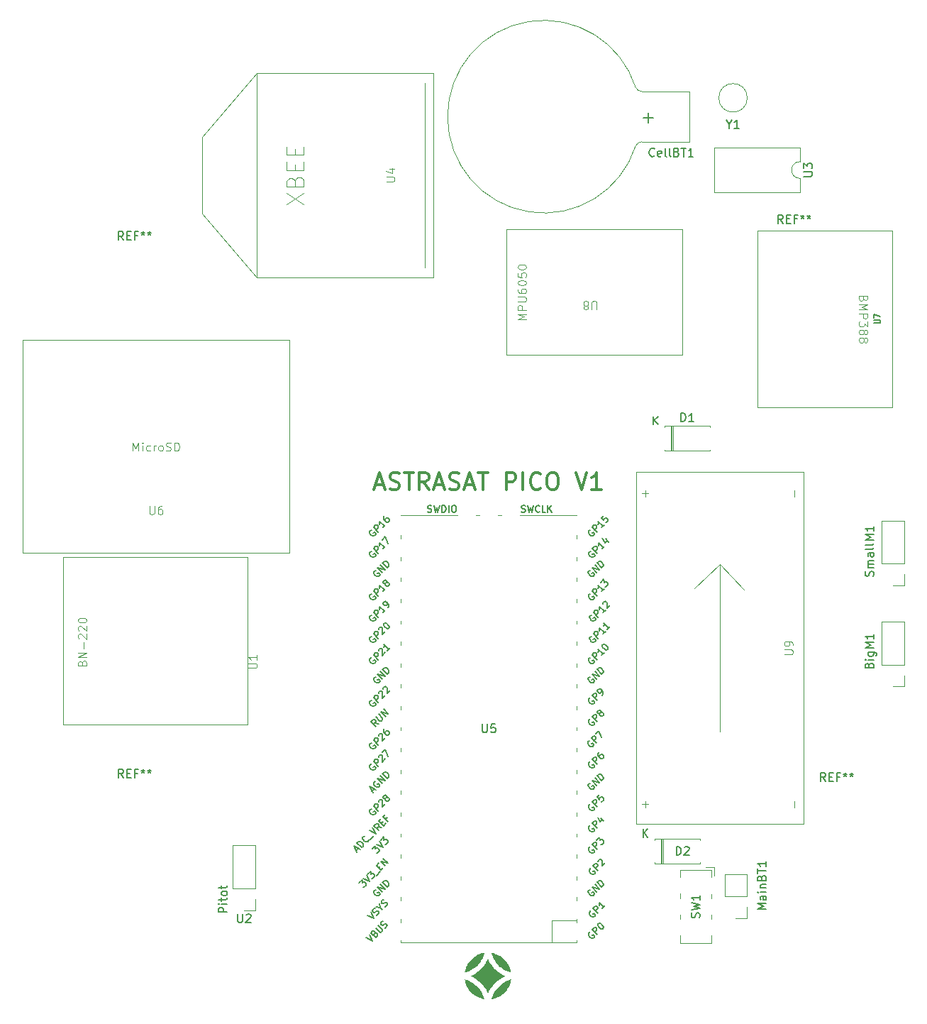
<source format=gbr>
%TF.GenerationSoftware,KiCad,Pcbnew,7.0.9*%
%TF.CreationDate,2023-11-24T18:00:18+01:00*%
%TF.ProjectId,astrasat1,61737472-6173-4617-9431-2e6b69636164,v1*%
%TF.SameCoordinates,Original*%
%TF.FileFunction,Legend,Top*%
%TF.FilePolarity,Positive*%
%FSLAX46Y46*%
G04 Gerber Fmt 4.6, Leading zero omitted, Abs format (unit mm)*
G04 Created by KiCad (PCBNEW 7.0.9) date 2023-11-24 18:00:18*
%MOMM*%
%LPD*%
G01*
G04 APERTURE LIST*
%ADD10C,0.300000*%
%ADD11C,0.150000*%
%ADD12C,0.100000*%
%ADD13C,0.146304*%
%ADD14C,0.120000*%
G04 APERTURE END LIST*
D10*
X138606176Y-91878209D02*
X139558557Y-91878209D01*
X138415700Y-92449638D02*
X139082366Y-90449638D01*
X139082366Y-90449638D02*
X139749033Y-92449638D01*
X140320462Y-92354400D02*
X140606176Y-92449638D01*
X140606176Y-92449638D02*
X141082367Y-92449638D01*
X141082367Y-92449638D02*
X141272843Y-92354400D01*
X141272843Y-92354400D02*
X141368081Y-92259161D01*
X141368081Y-92259161D02*
X141463319Y-92068685D01*
X141463319Y-92068685D02*
X141463319Y-91878209D01*
X141463319Y-91878209D02*
X141368081Y-91687733D01*
X141368081Y-91687733D02*
X141272843Y-91592495D01*
X141272843Y-91592495D02*
X141082367Y-91497257D01*
X141082367Y-91497257D02*
X140701414Y-91402019D01*
X140701414Y-91402019D02*
X140510938Y-91306780D01*
X140510938Y-91306780D02*
X140415700Y-91211542D01*
X140415700Y-91211542D02*
X140320462Y-91021066D01*
X140320462Y-91021066D02*
X140320462Y-90830590D01*
X140320462Y-90830590D02*
X140415700Y-90640114D01*
X140415700Y-90640114D02*
X140510938Y-90544876D01*
X140510938Y-90544876D02*
X140701414Y-90449638D01*
X140701414Y-90449638D02*
X141177605Y-90449638D01*
X141177605Y-90449638D02*
X141463319Y-90544876D01*
X142034748Y-90449638D02*
X143177605Y-90449638D01*
X142606176Y-92449638D02*
X142606176Y-90449638D01*
X144987129Y-92449638D02*
X144320462Y-91497257D01*
X143844272Y-92449638D02*
X143844272Y-90449638D01*
X143844272Y-90449638D02*
X144606177Y-90449638D01*
X144606177Y-90449638D02*
X144796653Y-90544876D01*
X144796653Y-90544876D02*
X144891891Y-90640114D01*
X144891891Y-90640114D02*
X144987129Y-90830590D01*
X144987129Y-90830590D02*
X144987129Y-91116304D01*
X144987129Y-91116304D02*
X144891891Y-91306780D01*
X144891891Y-91306780D02*
X144796653Y-91402019D01*
X144796653Y-91402019D02*
X144606177Y-91497257D01*
X144606177Y-91497257D02*
X143844272Y-91497257D01*
X145749034Y-91878209D02*
X146701415Y-91878209D01*
X145558558Y-92449638D02*
X146225224Y-90449638D01*
X146225224Y-90449638D02*
X146891891Y-92449638D01*
X147463320Y-92354400D02*
X147749034Y-92449638D01*
X147749034Y-92449638D02*
X148225225Y-92449638D01*
X148225225Y-92449638D02*
X148415701Y-92354400D01*
X148415701Y-92354400D02*
X148510939Y-92259161D01*
X148510939Y-92259161D02*
X148606177Y-92068685D01*
X148606177Y-92068685D02*
X148606177Y-91878209D01*
X148606177Y-91878209D02*
X148510939Y-91687733D01*
X148510939Y-91687733D02*
X148415701Y-91592495D01*
X148415701Y-91592495D02*
X148225225Y-91497257D01*
X148225225Y-91497257D02*
X147844272Y-91402019D01*
X147844272Y-91402019D02*
X147653796Y-91306780D01*
X147653796Y-91306780D02*
X147558558Y-91211542D01*
X147558558Y-91211542D02*
X147463320Y-91021066D01*
X147463320Y-91021066D02*
X147463320Y-90830590D01*
X147463320Y-90830590D02*
X147558558Y-90640114D01*
X147558558Y-90640114D02*
X147653796Y-90544876D01*
X147653796Y-90544876D02*
X147844272Y-90449638D01*
X147844272Y-90449638D02*
X148320463Y-90449638D01*
X148320463Y-90449638D02*
X148606177Y-90544876D01*
X149368082Y-91878209D02*
X150320463Y-91878209D01*
X149177606Y-92449638D02*
X149844272Y-90449638D01*
X149844272Y-90449638D02*
X150510939Y-92449638D01*
X150891892Y-90449638D02*
X152034749Y-90449638D01*
X151463320Y-92449638D02*
X151463320Y-90449638D01*
X154225226Y-92449638D02*
X154225226Y-90449638D01*
X154225226Y-90449638D02*
X154987131Y-90449638D01*
X154987131Y-90449638D02*
X155177607Y-90544876D01*
X155177607Y-90544876D02*
X155272845Y-90640114D01*
X155272845Y-90640114D02*
X155368083Y-90830590D01*
X155368083Y-90830590D02*
X155368083Y-91116304D01*
X155368083Y-91116304D02*
X155272845Y-91306780D01*
X155272845Y-91306780D02*
X155177607Y-91402019D01*
X155177607Y-91402019D02*
X154987131Y-91497257D01*
X154987131Y-91497257D02*
X154225226Y-91497257D01*
X156225226Y-92449638D02*
X156225226Y-90449638D01*
X158320464Y-92259161D02*
X158225226Y-92354400D01*
X158225226Y-92354400D02*
X157939512Y-92449638D01*
X157939512Y-92449638D02*
X157749036Y-92449638D01*
X157749036Y-92449638D02*
X157463321Y-92354400D01*
X157463321Y-92354400D02*
X157272845Y-92163923D01*
X157272845Y-92163923D02*
X157177607Y-91973447D01*
X157177607Y-91973447D02*
X157082369Y-91592495D01*
X157082369Y-91592495D02*
X157082369Y-91306780D01*
X157082369Y-91306780D02*
X157177607Y-90925828D01*
X157177607Y-90925828D02*
X157272845Y-90735352D01*
X157272845Y-90735352D02*
X157463321Y-90544876D01*
X157463321Y-90544876D02*
X157749036Y-90449638D01*
X157749036Y-90449638D02*
X157939512Y-90449638D01*
X157939512Y-90449638D02*
X158225226Y-90544876D01*
X158225226Y-90544876D02*
X158320464Y-90640114D01*
X159558559Y-90449638D02*
X159939512Y-90449638D01*
X159939512Y-90449638D02*
X160129988Y-90544876D01*
X160129988Y-90544876D02*
X160320464Y-90735352D01*
X160320464Y-90735352D02*
X160415702Y-91116304D01*
X160415702Y-91116304D02*
X160415702Y-91782971D01*
X160415702Y-91782971D02*
X160320464Y-92163923D01*
X160320464Y-92163923D02*
X160129988Y-92354400D01*
X160129988Y-92354400D02*
X159939512Y-92449638D01*
X159939512Y-92449638D02*
X159558559Y-92449638D01*
X159558559Y-92449638D02*
X159368083Y-92354400D01*
X159368083Y-92354400D02*
X159177607Y-92163923D01*
X159177607Y-92163923D02*
X159082369Y-91782971D01*
X159082369Y-91782971D02*
X159082369Y-91116304D01*
X159082369Y-91116304D02*
X159177607Y-90735352D01*
X159177607Y-90735352D02*
X159368083Y-90544876D01*
X159368083Y-90544876D02*
X159558559Y-90449638D01*
X162510941Y-90449638D02*
X163177607Y-92449638D01*
X163177607Y-92449638D02*
X163844274Y-90449638D01*
X165558560Y-92449638D02*
X164415703Y-92449638D01*
X164987131Y-92449638D02*
X164987131Y-90449638D01*
X164987131Y-90449638D02*
X164796655Y-90735352D01*
X164796655Y-90735352D02*
X164606179Y-90925828D01*
X164606179Y-90925828D02*
X164415703Y-91021066D01*
D11*
X120889819Y-142883220D02*
X119889819Y-142883220D01*
X119889819Y-142883220D02*
X119889819Y-142502268D01*
X119889819Y-142502268D02*
X119937438Y-142407030D01*
X119937438Y-142407030D02*
X119985057Y-142359411D01*
X119985057Y-142359411D02*
X120080295Y-142311792D01*
X120080295Y-142311792D02*
X120223152Y-142311792D01*
X120223152Y-142311792D02*
X120318390Y-142359411D01*
X120318390Y-142359411D02*
X120366009Y-142407030D01*
X120366009Y-142407030D02*
X120413628Y-142502268D01*
X120413628Y-142502268D02*
X120413628Y-142883220D01*
X120889819Y-141883220D02*
X120223152Y-141883220D01*
X119889819Y-141883220D02*
X119937438Y-141930839D01*
X119937438Y-141930839D02*
X119985057Y-141883220D01*
X119985057Y-141883220D02*
X119937438Y-141835601D01*
X119937438Y-141835601D02*
X119889819Y-141883220D01*
X119889819Y-141883220D02*
X119985057Y-141883220D01*
X120223152Y-141549887D02*
X120223152Y-141168935D01*
X119889819Y-141407030D02*
X120746961Y-141407030D01*
X120746961Y-141407030D02*
X120842200Y-141359411D01*
X120842200Y-141359411D02*
X120889819Y-141264173D01*
X120889819Y-141264173D02*
X120889819Y-141168935D01*
X120889819Y-140692744D02*
X120842200Y-140787982D01*
X120842200Y-140787982D02*
X120794580Y-140835601D01*
X120794580Y-140835601D02*
X120699342Y-140883220D01*
X120699342Y-140883220D02*
X120413628Y-140883220D01*
X120413628Y-140883220D02*
X120318390Y-140835601D01*
X120318390Y-140835601D02*
X120270771Y-140787982D01*
X120270771Y-140787982D02*
X120223152Y-140692744D01*
X120223152Y-140692744D02*
X120223152Y-140549887D01*
X120223152Y-140549887D02*
X120270771Y-140454649D01*
X120270771Y-140454649D02*
X120318390Y-140407030D01*
X120318390Y-140407030D02*
X120413628Y-140359411D01*
X120413628Y-140359411D02*
X120699342Y-140359411D01*
X120699342Y-140359411D02*
X120794580Y-140407030D01*
X120794580Y-140407030D02*
X120842200Y-140454649D01*
X120842200Y-140454649D02*
X120889819Y-140549887D01*
X120889819Y-140549887D02*
X120889819Y-140692744D01*
X120223152Y-140073696D02*
X120223152Y-139692744D01*
X119889819Y-139930839D02*
X120746961Y-139930839D01*
X120746961Y-139930839D02*
X120842200Y-139883220D01*
X120842200Y-139883220D02*
X120889819Y-139787982D01*
X120889819Y-139787982D02*
X120889819Y-139692744D01*
X122163095Y-143099819D02*
X122163095Y-143909342D01*
X122163095Y-143909342D02*
X122210714Y-144004580D01*
X122210714Y-144004580D02*
X122258333Y-144052200D01*
X122258333Y-144052200D02*
X122353571Y-144099819D01*
X122353571Y-144099819D02*
X122544047Y-144099819D01*
X122544047Y-144099819D02*
X122639285Y-144052200D01*
X122639285Y-144052200D02*
X122686904Y-144004580D01*
X122686904Y-144004580D02*
X122734523Y-143909342D01*
X122734523Y-143909342D02*
X122734523Y-143099819D01*
X123163095Y-143195057D02*
X123210714Y-143147438D01*
X123210714Y-143147438D02*
X123305952Y-143099819D01*
X123305952Y-143099819D02*
X123544047Y-143099819D01*
X123544047Y-143099819D02*
X123639285Y-143147438D01*
X123639285Y-143147438D02*
X123686904Y-143195057D01*
X123686904Y-143195057D02*
X123734523Y-143290295D01*
X123734523Y-143290295D02*
X123734523Y-143385533D01*
X123734523Y-143385533D02*
X123686904Y-143528390D01*
X123686904Y-143528390D02*
X123115476Y-144099819D01*
X123115476Y-144099819D02*
X123734523Y-144099819D01*
D12*
X111633095Y-94417419D02*
X111633095Y-95226942D01*
X111633095Y-95226942D02*
X111680714Y-95322180D01*
X111680714Y-95322180D02*
X111728333Y-95369800D01*
X111728333Y-95369800D02*
X111823571Y-95417419D01*
X111823571Y-95417419D02*
X112014047Y-95417419D01*
X112014047Y-95417419D02*
X112109285Y-95369800D01*
X112109285Y-95369800D02*
X112156904Y-95322180D01*
X112156904Y-95322180D02*
X112204523Y-95226942D01*
X112204523Y-95226942D02*
X112204523Y-94417419D01*
X113109285Y-94417419D02*
X112918809Y-94417419D01*
X112918809Y-94417419D02*
X112823571Y-94465038D01*
X112823571Y-94465038D02*
X112775952Y-94512657D01*
X112775952Y-94512657D02*
X112680714Y-94655514D01*
X112680714Y-94655514D02*
X112633095Y-94845990D01*
X112633095Y-94845990D02*
X112633095Y-95226942D01*
X112633095Y-95226942D02*
X112680714Y-95322180D01*
X112680714Y-95322180D02*
X112728333Y-95369800D01*
X112728333Y-95369800D02*
X112823571Y-95417419D01*
X112823571Y-95417419D02*
X113014047Y-95417419D01*
X113014047Y-95417419D02*
X113109285Y-95369800D01*
X113109285Y-95369800D02*
X113156904Y-95322180D01*
X113156904Y-95322180D02*
X113204523Y-95226942D01*
X113204523Y-95226942D02*
X113204523Y-94988847D01*
X113204523Y-94988847D02*
X113156904Y-94893609D01*
X113156904Y-94893609D02*
X113109285Y-94845990D01*
X113109285Y-94845990D02*
X113014047Y-94798371D01*
X113014047Y-94798371D02*
X112823571Y-94798371D01*
X112823571Y-94798371D02*
X112728333Y-94845990D01*
X112728333Y-94845990D02*
X112680714Y-94893609D01*
X112680714Y-94893609D02*
X112633095Y-94988847D01*
X109656905Y-87847419D02*
X109656905Y-86847419D01*
X109656905Y-86847419D02*
X109990238Y-87561704D01*
X109990238Y-87561704D02*
X110323571Y-86847419D01*
X110323571Y-86847419D02*
X110323571Y-87847419D01*
X110799762Y-87847419D02*
X110799762Y-87180752D01*
X110799762Y-86847419D02*
X110752143Y-86895038D01*
X110752143Y-86895038D02*
X110799762Y-86942657D01*
X110799762Y-86942657D02*
X110847381Y-86895038D01*
X110847381Y-86895038D02*
X110799762Y-86847419D01*
X110799762Y-86847419D02*
X110799762Y-86942657D01*
X111704523Y-87799800D02*
X111609285Y-87847419D01*
X111609285Y-87847419D02*
X111418809Y-87847419D01*
X111418809Y-87847419D02*
X111323571Y-87799800D01*
X111323571Y-87799800D02*
X111275952Y-87752180D01*
X111275952Y-87752180D02*
X111228333Y-87656942D01*
X111228333Y-87656942D02*
X111228333Y-87371228D01*
X111228333Y-87371228D02*
X111275952Y-87275990D01*
X111275952Y-87275990D02*
X111323571Y-87228371D01*
X111323571Y-87228371D02*
X111418809Y-87180752D01*
X111418809Y-87180752D02*
X111609285Y-87180752D01*
X111609285Y-87180752D02*
X111704523Y-87228371D01*
X112133095Y-87847419D02*
X112133095Y-87180752D01*
X112133095Y-87371228D02*
X112180714Y-87275990D01*
X112180714Y-87275990D02*
X112228333Y-87228371D01*
X112228333Y-87228371D02*
X112323571Y-87180752D01*
X112323571Y-87180752D02*
X112418809Y-87180752D01*
X112895000Y-87847419D02*
X112799762Y-87799800D01*
X112799762Y-87799800D02*
X112752143Y-87752180D01*
X112752143Y-87752180D02*
X112704524Y-87656942D01*
X112704524Y-87656942D02*
X112704524Y-87371228D01*
X112704524Y-87371228D02*
X112752143Y-87275990D01*
X112752143Y-87275990D02*
X112799762Y-87228371D01*
X112799762Y-87228371D02*
X112895000Y-87180752D01*
X112895000Y-87180752D02*
X113037857Y-87180752D01*
X113037857Y-87180752D02*
X113133095Y-87228371D01*
X113133095Y-87228371D02*
X113180714Y-87275990D01*
X113180714Y-87275990D02*
X113228333Y-87371228D01*
X113228333Y-87371228D02*
X113228333Y-87656942D01*
X113228333Y-87656942D02*
X113180714Y-87752180D01*
X113180714Y-87752180D02*
X113133095Y-87799800D01*
X113133095Y-87799800D02*
X113037857Y-87847419D01*
X113037857Y-87847419D02*
X112895000Y-87847419D01*
X113609286Y-87799800D02*
X113752143Y-87847419D01*
X113752143Y-87847419D02*
X113990238Y-87847419D01*
X113990238Y-87847419D02*
X114085476Y-87799800D01*
X114085476Y-87799800D02*
X114133095Y-87752180D01*
X114133095Y-87752180D02*
X114180714Y-87656942D01*
X114180714Y-87656942D02*
X114180714Y-87561704D01*
X114180714Y-87561704D02*
X114133095Y-87466466D01*
X114133095Y-87466466D02*
X114085476Y-87418847D01*
X114085476Y-87418847D02*
X113990238Y-87371228D01*
X113990238Y-87371228D02*
X113799762Y-87323609D01*
X113799762Y-87323609D02*
X113704524Y-87275990D01*
X113704524Y-87275990D02*
X113656905Y-87228371D01*
X113656905Y-87228371D02*
X113609286Y-87133133D01*
X113609286Y-87133133D02*
X113609286Y-87037895D01*
X113609286Y-87037895D02*
X113656905Y-86942657D01*
X113656905Y-86942657D02*
X113704524Y-86895038D01*
X113704524Y-86895038D02*
X113799762Y-86847419D01*
X113799762Y-86847419D02*
X114037857Y-86847419D01*
X114037857Y-86847419D02*
X114180714Y-86895038D01*
X114609286Y-87847419D02*
X114609286Y-86847419D01*
X114609286Y-86847419D02*
X114847381Y-86847419D01*
X114847381Y-86847419D02*
X114990238Y-86895038D01*
X114990238Y-86895038D02*
X115085476Y-86990276D01*
X115085476Y-86990276D02*
X115133095Y-87085514D01*
X115133095Y-87085514D02*
X115180714Y-87275990D01*
X115180714Y-87275990D02*
X115180714Y-87418847D01*
X115180714Y-87418847D02*
X115133095Y-87609323D01*
X115133095Y-87609323D02*
X115085476Y-87704561D01*
X115085476Y-87704561D02*
X114990238Y-87799800D01*
X114990238Y-87799800D02*
X114847381Y-87847419D01*
X114847381Y-87847419D02*
X114609286Y-87847419D01*
X123457419Y-113761904D02*
X124266942Y-113761904D01*
X124266942Y-113761904D02*
X124362180Y-113714285D01*
X124362180Y-113714285D02*
X124409800Y-113666666D01*
X124409800Y-113666666D02*
X124457419Y-113571428D01*
X124457419Y-113571428D02*
X124457419Y-113380952D01*
X124457419Y-113380952D02*
X124409800Y-113285714D01*
X124409800Y-113285714D02*
X124362180Y-113238095D01*
X124362180Y-113238095D02*
X124266942Y-113190476D01*
X124266942Y-113190476D02*
X123457419Y-113190476D01*
X124457419Y-112190476D02*
X124457419Y-112761904D01*
X124457419Y-112476190D02*
X123457419Y-112476190D01*
X123457419Y-112476190D02*
X123600276Y-112571428D01*
X123600276Y-112571428D02*
X123695514Y-112666666D01*
X123695514Y-112666666D02*
X123743133Y-112761904D01*
X103593609Y-113149999D02*
X103641228Y-113007142D01*
X103641228Y-113007142D02*
X103688847Y-112959523D01*
X103688847Y-112959523D02*
X103784085Y-112911904D01*
X103784085Y-112911904D02*
X103926942Y-112911904D01*
X103926942Y-112911904D02*
X104022180Y-112959523D01*
X104022180Y-112959523D02*
X104069800Y-113007142D01*
X104069800Y-113007142D02*
X104117419Y-113102380D01*
X104117419Y-113102380D02*
X104117419Y-113483332D01*
X104117419Y-113483332D02*
X103117419Y-113483332D01*
X103117419Y-113483332D02*
X103117419Y-113149999D01*
X103117419Y-113149999D02*
X103165038Y-113054761D01*
X103165038Y-113054761D02*
X103212657Y-113007142D01*
X103212657Y-113007142D02*
X103307895Y-112959523D01*
X103307895Y-112959523D02*
X103403133Y-112959523D01*
X103403133Y-112959523D02*
X103498371Y-113007142D01*
X103498371Y-113007142D02*
X103545990Y-113054761D01*
X103545990Y-113054761D02*
X103593609Y-113149999D01*
X103593609Y-113149999D02*
X103593609Y-113483332D01*
X104117419Y-112483332D02*
X103117419Y-112483332D01*
X103117419Y-112483332D02*
X104117419Y-111911904D01*
X104117419Y-111911904D02*
X103117419Y-111911904D01*
X103736466Y-111435713D02*
X103736466Y-110673809D01*
X103212657Y-110245237D02*
X103165038Y-110197618D01*
X103165038Y-110197618D02*
X103117419Y-110102380D01*
X103117419Y-110102380D02*
X103117419Y-109864285D01*
X103117419Y-109864285D02*
X103165038Y-109769047D01*
X103165038Y-109769047D02*
X103212657Y-109721428D01*
X103212657Y-109721428D02*
X103307895Y-109673809D01*
X103307895Y-109673809D02*
X103403133Y-109673809D01*
X103403133Y-109673809D02*
X103545990Y-109721428D01*
X103545990Y-109721428D02*
X104117419Y-110292856D01*
X104117419Y-110292856D02*
X104117419Y-109673809D01*
X103212657Y-109292856D02*
X103165038Y-109245237D01*
X103165038Y-109245237D02*
X103117419Y-109149999D01*
X103117419Y-109149999D02*
X103117419Y-108911904D01*
X103117419Y-108911904D02*
X103165038Y-108816666D01*
X103165038Y-108816666D02*
X103212657Y-108769047D01*
X103212657Y-108769047D02*
X103307895Y-108721428D01*
X103307895Y-108721428D02*
X103403133Y-108721428D01*
X103403133Y-108721428D02*
X103545990Y-108769047D01*
X103545990Y-108769047D02*
X104117419Y-109340475D01*
X104117419Y-109340475D02*
X104117419Y-108721428D01*
X103117419Y-108102380D02*
X103117419Y-108007142D01*
X103117419Y-108007142D02*
X103165038Y-107911904D01*
X103165038Y-107911904D02*
X103212657Y-107864285D01*
X103212657Y-107864285D02*
X103307895Y-107816666D01*
X103307895Y-107816666D02*
X103498371Y-107769047D01*
X103498371Y-107769047D02*
X103736466Y-107769047D01*
X103736466Y-107769047D02*
X103926942Y-107816666D01*
X103926942Y-107816666D02*
X104022180Y-107864285D01*
X104022180Y-107864285D02*
X104069800Y-107911904D01*
X104069800Y-107911904D02*
X104117419Y-108007142D01*
X104117419Y-108007142D02*
X104117419Y-108102380D01*
X104117419Y-108102380D02*
X104069800Y-108197618D01*
X104069800Y-108197618D02*
X104022180Y-108245237D01*
X104022180Y-108245237D02*
X103926942Y-108292856D01*
X103926942Y-108292856D02*
X103736466Y-108340475D01*
X103736466Y-108340475D02*
X103498371Y-108340475D01*
X103498371Y-108340475D02*
X103307895Y-108292856D01*
X103307895Y-108292856D02*
X103212657Y-108245237D01*
X103212657Y-108245237D02*
X103165038Y-108197618D01*
X103165038Y-108197618D02*
X103117419Y-108102380D01*
D11*
X185239819Y-142533332D02*
X184239819Y-142533332D01*
X184239819Y-142533332D02*
X184954104Y-142199999D01*
X184954104Y-142199999D02*
X184239819Y-141866666D01*
X184239819Y-141866666D02*
X185239819Y-141866666D01*
X185239819Y-140961904D02*
X184716009Y-140961904D01*
X184716009Y-140961904D02*
X184620771Y-141009523D01*
X184620771Y-141009523D02*
X184573152Y-141104761D01*
X184573152Y-141104761D02*
X184573152Y-141295237D01*
X184573152Y-141295237D02*
X184620771Y-141390475D01*
X185192200Y-140961904D02*
X185239819Y-141057142D01*
X185239819Y-141057142D02*
X185239819Y-141295237D01*
X185239819Y-141295237D02*
X185192200Y-141390475D01*
X185192200Y-141390475D02*
X185096961Y-141438094D01*
X185096961Y-141438094D02*
X185001723Y-141438094D01*
X185001723Y-141438094D02*
X184906485Y-141390475D01*
X184906485Y-141390475D02*
X184858866Y-141295237D01*
X184858866Y-141295237D02*
X184858866Y-141057142D01*
X184858866Y-141057142D02*
X184811247Y-140961904D01*
X185239819Y-140485713D02*
X184573152Y-140485713D01*
X184239819Y-140485713D02*
X184287438Y-140533332D01*
X184287438Y-140533332D02*
X184335057Y-140485713D01*
X184335057Y-140485713D02*
X184287438Y-140438094D01*
X184287438Y-140438094D02*
X184239819Y-140485713D01*
X184239819Y-140485713D02*
X184335057Y-140485713D01*
X184573152Y-140009523D02*
X185239819Y-140009523D01*
X184668390Y-140009523D02*
X184620771Y-139961904D01*
X184620771Y-139961904D02*
X184573152Y-139866666D01*
X184573152Y-139866666D02*
X184573152Y-139723809D01*
X184573152Y-139723809D02*
X184620771Y-139628571D01*
X184620771Y-139628571D02*
X184716009Y-139580952D01*
X184716009Y-139580952D02*
X185239819Y-139580952D01*
X184716009Y-138771428D02*
X184763628Y-138628571D01*
X184763628Y-138628571D02*
X184811247Y-138580952D01*
X184811247Y-138580952D02*
X184906485Y-138533333D01*
X184906485Y-138533333D02*
X185049342Y-138533333D01*
X185049342Y-138533333D02*
X185144580Y-138580952D01*
X185144580Y-138580952D02*
X185192200Y-138628571D01*
X185192200Y-138628571D02*
X185239819Y-138723809D01*
X185239819Y-138723809D02*
X185239819Y-139104761D01*
X185239819Y-139104761D02*
X184239819Y-139104761D01*
X184239819Y-139104761D02*
X184239819Y-138771428D01*
X184239819Y-138771428D02*
X184287438Y-138676190D01*
X184287438Y-138676190D02*
X184335057Y-138628571D01*
X184335057Y-138628571D02*
X184430295Y-138580952D01*
X184430295Y-138580952D02*
X184525533Y-138580952D01*
X184525533Y-138580952D02*
X184620771Y-138628571D01*
X184620771Y-138628571D02*
X184668390Y-138676190D01*
X184668390Y-138676190D02*
X184716009Y-138771428D01*
X184716009Y-138771428D02*
X184716009Y-139104761D01*
X184239819Y-138247618D02*
X184239819Y-137676190D01*
X185239819Y-137961904D02*
X184239819Y-137961904D01*
X185239819Y-136819047D02*
X185239819Y-137390475D01*
X185239819Y-137104761D02*
X184239819Y-137104761D01*
X184239819Y-137104761D02*
X184382676Y-137199999D01*
X184382676Y-137199999D02*
X184477914Y-137295237D01*
X184477914Y-137295237D02*
X184525533Y-137390475D01*
X174521905Y-136054819D02*
X174521905Y-135054819D01*
X174521905Y-135054819D02*
X174760000Y-135054819D01*
X174760000Y-135054819D02*
X174902857Y-135102438D01*
X174902857Y-135102438D02*
X174998095Y-135197676D01*
X174998095Y-135197676D02*
X175045714Y-135292914D01*
X175045714Y-135292914D02*
X175093333Y-135483390D01*
X175093333Y-135483390D02*
X175093333Y-135626247D01*
X175093333Y-135626247D02*
X175045714Y-135816723D01*
X175045714Y-135816723D02*
X174998095Y-135911961D01*
X174998095Y-135911961D02*
X174902857Y-136007200D01*
X174902857Y-136007200D02*
X174760000Y-136054819D01*
X174760000Y-136054819D02*
X174521905Y-136054819D01*
X175474286Y-135150057D02*
X175521905Y-135102438D01*
X175521905Y-135102438D02*
X175617143Y-135054819D01*
X175617143Y-135054819D02*
X175855238Y-135054819D01*
X175855238Y-135054819D02*
X175950476Y-135102438D01*
X175950476Y-135102438D02*
X175998095Y-135150057D01*
X175998095Y-135150057D02*
X176045714Y-135245295D01*
X176045714Y-135245295D02*
X176045714Y-135340533D01*
X176045714Y-135340533D02*
X175998095Y-135483390D01*
X175998095Y-135483390D02*
X175426667Y-136054819D01*
X175426667Y-136054819D02*
X176045714Y-136054819D01*
X170553095Y-133954819D02*
X170553095Y-132954819D01*
X171124523Y-133954819D02*
X170695952Y-133383390D01*
X171124523Y-132954819D02*
X170553095Y-133526247D01*
X192341666Y-127264819D02*
X192008333Y-126788628D01*
X191770238Y-127264819D02*
X191770238Y-126264819D01*
X191770238Y-126264819D02*
X192151190Y-126264819D01*
X192151190Y-126264819D02*
X192246428Y-126312438D01*
X192246428Y-126312438D02*
X192294047Y-126360057D01*
X192294047Y-126360057D02*
X192341666Y-126455295D01*
X192341666Y-126455295D02*
X192341666Y-126598152D01*
X192341666Y-126598152D02*
X192294047Y-126693390D01*
X192294047Y-126693390D02*
X192246428Y-126741009D01*
X192246428Y-126741009D02*
X192151190Y-126788628D01*
X192151190Y-126788628D02*
X191770238Y-126788628D01*
X192770238Y-126741009D02*
X193103571Y-126741009D01*
X193246428Y-127264819D02*
X192770238Y-127264819D01*
X192770238Y-127264819D02*
X192770238Y-126264819D01*
X192770238Y-126264819D02*
X193246428Y-126264819D01*
X194008333Y-126741009D02*
X193675000Y-126741009D01*
X193675000Y-127264819D02*
X193675000Y-126264819D01*
X193675000Y-126264819D02*
X194151190Y-126264819D01*
X194675000Y-126264819D02*
X194675000Y-126502914D01*
X194436905Y-126407676D02*
X194675000Y-126502914D01*
X194675000Y-126502914D02*
X194913095Y-126407676D01*
X194532143Y-126693390D02*
X194675000Y-126502914D01*
X194675000Y-126502914D02*
X194817857Y-126693390D01*
X195436905Y-126264819D02*
X195436905Y-126502914D01*
X195198810Y-126407676D02*
X195436905Y-126502914D01*
X195436905Y-126502914D02*
X195675000Y-126407676D01*
X195294048Y-126693390D02*
X195436905Y-126502914D01*
X195436905Y-126502914D02*
X195579762Y-126693390D01*
D12*
X187417419Y-112121904D02*
X188226942Y-112121904D01*
X188226942Y-112121904D02*
X188322180Y-112074285D01*
X188322180Y-112074285D02*
X188369800Y-112026666D01*
X188369800Y-112026666D02*
X188417419Y-111931428D01*
X188417419Y-111931428D02*
X188417419Y-111740952D01*
X188417419Y-111740952D02*
X188369800Y-111645714D01*
X188369800Y-111645714D02*
X188322180Y-111598095D01*
X188322180Y-111598095D02*
X188226942Y-111550476D01*
X188226942Y-111550476D02*
X187417419Y-111550476D01*
X188417419Y-111026666D02*
X188417419Y-110836190D01*
X188417419Y-110836190D02*
X188369800Y-110740952D01*
X188369800Y-110740952D02*
X188322180Y-110693333D01*
X188322180Y-110693333D02*
X188179323Y-110598095D01*
X188179323Y-110598095D02*
X187988847Y-110550476D01*
X187988847Y-110550476D02*
X187607895Y-110550476D01*
X187607895Y-110550476D02*
X187512657Y-110598095D01*
X187512657Y-110598095D02*
X187465038Y-110645714D01*
X187465038Y-110645714D02*
X187417419Y-110740952D01*
X187417419Y-110740952D02*
X187417419Y-110931428D01*
X187417419Y-110931428D02*
X187465038Y-111026666D01*
X187465038Y-111026666D02*
X187512657Y-111074285D01*
X187512657Y-111074285D02*
X187607895Y-111121904D01*
X187607895Y-111121904D02*
X187845990Y-111121904D01*
X187845990Y-111121904D02*
X187941228Y-111074285D01*
X187941228Y-111074285D02*
X187988847Y-111026666D01*
X187988847Y-111026666D02*
X188036466Y-110931428D01*
X188036466Y-110931428D02*
X188036466Y-110740952D01*
X188036466Y-110740952D02*
X187988847Y-110645714D01*
X187988847Y-110645714D02*
X187941228Y-110598095D01*
X187941228Y-110598095D02*
X187845990Y-110550476D01*
X170814466Y-93276115D02*
X170814466Y-92514211D01*
X171195419Y-92895163D02*
X170433514Y-92895163D01*
X188594466Y-93276115D02*
X188594466Y-92514211D01*
X170814466Y-130360115D02*
X170814466Y-129598211D01*
X171195419Y-129979163D02*
X170433514Y-129979163D01*
X188594466Y-130360115D02*
X188594466Y-129598211D01*
D11*
X151373095Y-120449819D02*
X151373095Y-121259342D01*
X151373095Y-121259342D02*
X151420714Y-121354580D01*
X151420714Y-121354580D02*
X151468333Y-121402200D01*
X151468333Y-121402200D02*
X151563571Y-121449819D01*
X151563571Y-121449819D02*
X151754047Y-121449819D01*
X151754047Y-121449819D02*
X151849285Y-121402200D01*
X151849285Y-121402200D02*
X151896904Y-121354580D01*
X151896904Y-121354580D02*
X151944523Y-121259342D01*
X151944523Y-121259342D02*
X151944523Y-120449819D01*
X152896904Y-120449819D02*
X152420714Y-120449819D01*
X152420714Y-120449819D02*
X152373095Y-120926009D01*
X152373095Y-120926009D02*
X152420714Y-120878390D01*
X152420714Y-120878390D02*
X152515952Y-120830771D01*
X152515952Y-120830771D02*
X152754047Y-120830771D01*
X152754047Y-120830771D02*
X152849285Y-120878390D01*
X152849285Y-120878390D02*
X152896904Y-120926009D01*
X152896904Y-120926009D02*
X152944523Y-121021247D01*
X152944523Y-121021247D02*
X152944523Y-121259342D01*
X152944523Y-121259342D02*
X152896904Y-121354580D01*
X152896904Y-121354580D02*
X152849285Y-121402200D01*
X152849285Y-121402200D02*
X152754047Y-121449819D01*
X152754047Y-121449819D02*
X152515952Y-121449819D01*
X152515952Y-121449819D02*
X152420714Y-121402200D01*
X152420714Y-121402200D02*
X152373095Y-121354580D01*
X138124998Y-107415868D02*
X138044185Y-107442805D01*
X138044185Y-107442805D02*
X137963373Y-107523618D01*
X137963373Y-107523618D02*
X137909498Y-107631367D01*
X137909498Y-107631367D02*
X137909498Y-107739117D01*
X137909498Y-107739117D02*
X137936436Y-107819929D01*
X137936436Y-107819929D02*
X138017248Y-107954616D01*
X138017248Y-107954616D02*
X138098060Y-108035428D01*
X138098060Y-108035428D02*
X138232747Y-108116241D01*
X138232747Y-108116241D02*
X138313560Y-108143178D01*
X138313560Y-108143178D02*
X138421309Y-108143178D01*
X138421309Y-108143178D02*
X138529059Y-108089303D01*
X138529059Y-108089303D02*
X138582934Y-108035428D01*
X138582934Y-108035428D02*
X138636808Y-107927679D01*
X138636808Y-107927679D02*
X138636808Y-107873804D01*
X138636808Y-107873804D02*
X138448247Y-107685242D01*
X138448247Y-107685242D02*
X138340497Y-107792992D01*
X138933120Y-107685242D02*
X138367434Y-107119557D01*
X138367434Y-107119557D02*
X138582934Y-106904057D01*
X138582934Y-106904057D02*
X138663746Y-106877120D01*
X138663746Y-106877120D02*
X138717621Y-106877120D01*
X138717621Y-106877120D02*
X138798433Y-106904057D01*
X138798433Y-106904057D02*
X138879245Y-106984870D01*
X138879245Y-106984870D02*
X138906182Y-107065682D01*
X138906182Y-107065682D02*
X138906182Y-107119557D01*
X138906182Y-107119557D02*
X138879245Y-107200369D01*
X138879245Y-107200369D02*
X138663746Y-107415868D01*
X139795117Y-106823245D02*
X139471868Y-107146494D01*
X139633492Y-106984870D02*
X139067807Y-106419184D01*
X139067807Y-106419184D02*
X139094744Y-106553871D01*
X139094744Y-106553871D02*
X139094744Y-106661621D01*
X139094744Y-106661621D02*
X139067807Y-106742433D01*
X140064491Y-106553871D02*
X140172240Y-106446121D01*
X140172240Y-106446121D02*
X140199178Y-106365309D01*
X140199178Y-106365309D02*
X140199178Y-106311434D01*
X140199178Y-106311434D02*
X140172240Y-106176747D01*
X140172240Y-106176747D02*
X140091428Y-106042060D01*
X140091428Y-106042060D02*
X139875929Y-105826561D01*
X139875929Y-105826561D02*
X139795117Y-105799624D01*
X139795117Y-105799624D02*
X139741242Y-105799624D01*
X139741242Y-105799624D02*
X139660430Y-105826561D01*
X139660430Y-105826561D02*
X139552680Y-105934311D01*
X139552680Y-105934311D02*
X139525743Y-106015123D01*
X139525743Y-106015123D02*
X139525743Y-106068998D01*
X139525743Y-106068998D02*
X139552680Y-106149810D01*
X139552680Y-106149810D02*
X139687367Y-106284497D01*
X139687367Y-106284497D02*
X139768179Y-106311434D01*
X139768179Y-106311434D02*
X139822054Y-106311434D01*
X139822054Y-106311434D02*
X139902866Y-106284497D01*
X139902866Y-106284497D02*
X140010616Y-106176747D01*
X140010616Y-106176747D02*
X140037553Y-106095935D01*
X140037553Y-106095935D02*
X140037553Y-106042060D01*
X140037553Y-106042060D02*
X140010616Y-105961248D01*
X138124998Y-117575868D02*
X138044185Y-117602805D01*
X138044185Y-117602805D02*
X137963373Y-117683618D01*
X137963373Y-117683618D02*
X137909498Y-117791367D01*
X137909498Y-117791367D02*
X137909498Y-117899117D01*
X137909498Y-117899117D02*
X137936436Y-117979929D01*
X137936436Y-117979929D02*
X138017248Y-118114616D01*
X138017248Y-118114616D02*
X138098060Y-118195428D01*
X138098060Y-118195428D02*
X138232747Y-118276241D01*
X138232747Y-118276241D02*
X138313560Y-118303178D01*
X138313560Y-118303178D02*
X138421309Y-118303178D01*
X138421309Y-118303178D02*
X138529059Y-118249303D01*
X138529059Y-118249303D02*
X138582934Y-118195428D01*
X138582934Y-118195428D02*
X138636808Y-118087679D01*
X138636808Y-118087679D02*
X138636808Y-118033804D01*
X138636808Y-118033804D02*
X138448247Y-117845242D01*
X138448247Y-117845242D02*
X138340497Y-117952992D01*
X138933120Y-117845242D02*
X138367434Y-117279557D01*
X138367434Y-117279557D02*
X138582934Y-117064057D01*
X138582934Y-117064057D02*
X138663746Y-117037120D01*
X138663746Y-117037120D02*
X138717621Y-117037120D01*
X138717621Y-117037120D02*
X138798433Y-117064057D01*
X138798433Y-117064057D02*
X138879245Y-117144870D01*
X138879245Y-117144870D02*
X138906182Y-117225682D01*
X138906182Y-117225682D02*
X138906182Y-117279557D01*
X138906182Y-117279557D02*
X138879245Y-117360369D01*
X138879245Y-117360369D02*
X138663746Y-117575868D01*
X138960057Y-116794683D02*
X138960057Y-116740809D01*
X138960057Y-116740809D02*
X138986995Y-116659996D01*
X138986995Y-116659996D02*
X139121682Y-116525309D01*
X139121682Y-116525309D02*
X139202494Y-116498372D01*
X139202494Y-116498372D02*
X139256369Y-116498372D01*
X139256369Y-116498372D02*
X139337181Y-116525309D01*
X139337181Y-116525309D02*
X139391056Y-116579184D01*
X139391056Y-116579184D02*
X139444930Y-116686934D01*
X139444930Y-116686934D02*
X139444930Y-117333431D01*
X139444930Y-117333431D02*
X139795117Y-116983245D01*
X139498805Y-116255935D02*
X139498805Y-116202060D01*
X139498805Y-116202060D02*
X139525743Y-116121248D01*
X139525743Y-116121248D02*
X139660430Y-115986561D01*
X139660430Y-115986561D02*
X139741242Y-115959624D01*
X139741242Y-115959624D02*
X139795117Y-115959624D01*
X139795117Y-115959624D02*
X139875929Y-115986561D01*
X139875929Y-115986561D02*
X139929804Y-116040436D01*
X139929804Y-116040436D02*
X139983679Y-116148186D01*
X139983679Y-116148186D02*
X139983679Y-116794683D01*
X139983679Y-116794683D02*
X140333865Y-116444497D01*
X138124998Y-125185868D02*
X138044185Y-125212805D01*
X138044185Y-125212805D02*
X137963373Y-125293618D01*
X137963373Y-125293618D02*
X137909498Y-125401367D01*
X137909498Y-125401367D02*
X137909498Y-125509117D01*
X137909498Y-125509117D02*
X137936436Y-125589929D01*
X137936436Y-125589929D02*
X138017248Y-125724616D01*
X138017248Y-125724616D02*
X138098060Y-125805428D01*
X138098060Y-125805428D02*
X138232747Y-125886241D01*
X138232747Y-125886241D02*
X138313560Y-125913178D01*
X138313560Y-125913178D02*
X138421309Y-125913178D01*
X138421309Y-125913178D02*
X138529059Y-125859303D01*
X138529059Y-125859303D02*
X138582934Y-125805428D01*
X138582934Y-125805428D02*
X138636808Y-125697679D01*
X138636808Y-125697679D02*
X138636808Y-125643804D01*
X138636808Y-125643804D02*
X138448247Y-125455242D01*
X138448247Y-125455242D02*
X138340497Y-125562992D01*
X138933120Y-125455242D02*
X138367434Y-124889557D01*
X138367434Y-124889557D02*
X138582934Y-124674057D01*
X138582934Y-124674057D02*
X138663746Y-124647120D01*
X138663746Y-124647120D02*
X138717621Y-124647120D01*
X138717621Y-124647120D02*
X138798433Y-124674057D01*
X138798433Y-124674057D02*
X138879245Y-124754870D01*
X138879245Y-124754870D02*
X138906182Y-124835682D01*
X138906182Y-124835682D02*
X138906182Y-124889557D01*
X138906182Y-124889557D02*
X138879245Y-124970369D01*
X138879245Y-124970369D02*
X138663746Y-125185868D01*
X138960057Y-124404683D02*
X138960057Y-124350809D01*
X138960057Y-124350809D02*
X138986995Y-124269996D01*
X138986995Y-124269996D02*
X139121682Y-124135309D01*
X139121682Y-124135309D02*
X139202494Y-124108372D01*
X139202494Y-124108372D02*
X139256369Y-124108372D01*
X139256369Y-124108372D02*
X139337181Y-124135309D01*
X139337181Y-124135309D02*
X139391056Y-124189184D01*
X139391056Y-124189184D02*
X139444930Y-124296934D01*
X139444930Y-124296934D02*
X139444930Y-124943431D01*
X139444930Y-124943431D02*
X139795117Y-124593245D01*
X139417993Y-123838998D02*
X139795117Y-123461874D01*
X139795117Y-123461874D02*
X140118366Y-124269996D01*
X164221435Y-140193431D02*
X164140623Y-140220368D01*
X164140623Y-140220368D02*
X164059811Y-140301180D01*
X164059811Y-140301180D02*
X164005936Y-140408930D01*
X164005936Y-140408930D02*
X164005936Y-140516680D01*
X164005936Y-140516680D02*
X164032873Y-140597492D01*
X164032873Y-140597492D02*
X164113685Y-140732179D01*
X164113685Y-140732179D02*
X164194498Y-140812991D01*
X164194498Y-140812991D02*
X164329185Y-140893803D01*
X164329185Y-140893803D02*
X164409997Y-140920741D01*
X164409997Y-140920741D02*
X164517746Y-140920741D01*
X164517746Y-140920741D02*
X164625496Y-140866866D01*
X164625496Y-140866866D02*
X164679371Y-140812991D01*
X164679371Y-140812991D02*
X164733246Y-140705241D01*
X164733246Y-140705241D02*
X164733246Y-140651367D01*
X164733246Y-140651367D02*
X164544684Y-140462805D01*
X164544684Y-140462805D02*
X164436934Y-140570554D01*
X165029557Y-140462805D02*
X164463872Y-139897119D01*
X164463872Y-139897119D02*
X165352806Y-140139556D01*
X165352806Y-140139556D02*
X164787120Y-139573871D01*
X165622180Y-139870182D02*
X165056494Y-139304497D01*
X165056494Y-139304497D02*
X165191181Y-139169810D01*
X165191181Y-139169810D02*
X165298931Y-139115935D01*
X165298931Y-139115935D02*
X165406680Y-139115935D01*
X165406680Y-139115935D02*
X165487493Y-139142872D01*
X165487493Y-139142872D02*
X165622180Y-139223685D01*
X165622180Y-139223685D02*
X165702992Y-139304497D01*
X165702992Y-139304497D02*
X165783804Y-139439184D01*
X165783804Y-139439184D02*
X165810741Y-139519996D01*
X165810741Y-139519996D02*
X165810741Y-139627746D01*
X165810741Y-139627746D02*
X165756867Y-139735495D01*
X165756867Y-139735495D02*
X165622180Y-139870182D01*
X164232998Y-112495868D02*
X164152185Y-112522805D01*
X164152185Y-112522805D02*
X164071373Y-112603618D01*
X164071373Y-112603618D02*
X164017498Y-112711367D01*
X164017498Y-112711367D02*
X164017498Y-112819117D01*
X164017498Y-112819117D02*
X164044436Y-112899929D01*
X164044436Y-112899929D02*
X164125248Y-113034616D01*
X164125248Y-113034616D02*
X164206060Y-113115428D01*
X164206060Y-113115428D02*
X164340747Y-113196241D01*
X164340747Y-113196241D02*
X164421560Y-113223178D01*
X164421560Y-113223178D02*
X164529309Y-113223178D01*
X164529309Y-113223178D02*
X164637059Y-113169303D01*
X164637059Y-113169303D02*
X164690934Y-113115428D01*
X164690934Y-113115428D02*
X164744808Y-113007679D01*
X164744808Y-113007679D02*
X164744808Y-112953804D01*
X164744808Y-112953804D02*
X164556247Y-112765242D01*
X164556247Y-112765242D02*
X164448497Y-112872992D01*
X165041120Y-112765242D02*
X164475434Y-112199557D01*
X164475434Y-112199557D02*
X164690934Y-111984057D01*
X164690934Y-111984057D02*
X164771746Y-111957120D01*
X164771746Y-111957120D02*
X164825621Y-111957120D01*
X164825621Y-111957120D02*
X164906433Y-111984057D01*
X164906433Y-111984057D02*
X164987245Y-112064870D01*
X164987245Y-112064870D02*
X165014182Y-112145682D01*
X165014182Y-112145682D02*
X165014182Y-112199557D01*
X165014182Y-112199557D02*
X164987245Y-112280369D01*
X164987245Y-112280369D02*
X164771746Y-112495868D01*
X165903117Y-111903245D02*
X165579868Y-112226494D01*
X165741492Y-112064870D02*
X165175807Y-111499184D01*
X165175807Y-111499184D02*
X165202744Y-111633871D01*
X165202744Y-111633871D02*
X165202744Y-111741621D01*
X165202744Y-111741621D02*
X165175807Y-111822433D01*
X165687618Y-110987373D02*
X165741492Y-110933499D01*
X165741492Y-110933499D02*
X165822305Y-110906561D01*
X165822305Y-110906561D02*
X165876179Y-110906561D01*
X165876179Y-110906561D02*
X165956992Y-110933499D01*
X165956992Y-110933499D02*
X166091679Y-111014311D01*
X166091679Y-111014311D02*
X166226366Y-111148998D01*
X166226366Y-111148998D02*
X166307178Y-111283685D01*
X166307178Y-111283685D02*
X166334115Y-111364497D01*
X166334115Y-111364497D02*
X166334115Y-111418372D01*
X166334115Y-111418372D02*
X166307178Y-111499184D01*
X166307178Y-111499184D02*
X166253303Y-111553059D01*
X166253303Y-111553059D02*
X166172491Y-111579996D01*
X166172491Y-111579996D02*
X166118616Y-111579996D01*
X166118616Y-111579996D02*
X166037804Y-111553059D01*
X166037804Y-111553059D02*
X165903117Y-111472247D01*
X165903117Y-111472247D02*
X165768430Y-111337560D01*
X165768430Y-111337560D02*
X165687618Y-111202873D01*
X165687618Y-111202873D02*
X165660680Y-111122060D01*
X165660680Y-111122060D02*
X165660680Y-111068186D01*
X165660680Y-111068186D02*
X165687618Y-110987373D01*
X138621435Y-102093431D02*
X138540623Y-102120368D01*
X138540623Y-102120368D02*
X138459811Y-102201180D01*
X138459811Y-102201180D02*
X138405936Y-102308930D01*
X138405936Y-102308930D02*
X138405936Y-102416680D01*
X138405936Y-102416680D02*
X138432873Y-102497492D01*
X138432873Y-102497492D02*
X138513685Y-102632179D01*
X138513685Y-102632179D02*
X138594498Y-102712991D01*
X138594498Y-102712991D02*
X138729185Y-102793803D01*
X138729185Y-102793803D02*
X138809997Y-102820741D01*
X138809997Y-102820741D02*
X138917746Y-102820741D01*
X138917746Y-102820741D02*
X139025496Y-102766866D01*
X139025496Y-102766866D02*
X139079371Y-102712991D01*
X139079371Y-102712991D02*
X139133246Y-102605241D01*
X139133246Y-102605241D02*
X139133246Y-102551367D01*
X139133246Y-102551367D02*
X138944684Y-102362805D01*
X138944684Y-102362805D02*
X138836934Y-102470554D01*
X139429557Y-102362805D02*
X138863872Y-101797119D01*
X138863872Y-101797119D02*
X139752806Y-102039556D01*
X139752806Y-102039556D02*
X139187120Y-101473871D01*
X140022180Y-101770182D02*
X139456494Y-101204497D01*
X139456494Y-101204497D02*
X139591181Y-101069810D01*
X139591181Y-101069810D02*
X139698931Y-101015935D01*
X139698931Y-101015935D02*
X139806680Y-101015935D01*
X139806680Y-101015935D02*
X139887493Y-101042872D01*
X139887493Y-101042872D02*
X140022180Y-101123685D01*
X140022180Y-101123685D02*
X140102992Y-101204497D01*
X140102992Y-101204497D02*
X140183804Y-101339184D01*
X140183804Y-101339184D02*
X140210741Y-101419996D01*
X140210741Y-101419996D02*
X140210741Y-101527746D01*
X140210741Y-101527746D02*
X140156867Y-101635495D01*
X140156867Y-101635495D02*
X140022180Y-101770182D01*
X138124998Y-104875868D02*
X138044185Y-104902805D01*
X138044185Y-104902805D02*
X137963373Y-104983618D01*
X137963373Y-104983618D02*
X137909498Y-105091367D01*
X137909498Y-105091367D02*
X137909498Y-105199117D01*
X137909498Y-105199117D02*
X137936436Y-105279929D01*
X137936436Y-105279929D02*
X138017248Y-105414616D01*
X138017248Y-105414616D02*
X138098060Y-105495428D01*
X138098060Y-105495428D02*
X138232747Y-105576241D01*
X138232747Y-105576241D02*
X138313560Y-105603178D01*
X138313560Y-105603178D02*
X138421309Y-105603178D01*
X138421309Y-105603178D02*
X138529059Y-105549303D01*
X138529059Y-105549303D02*
X138582934Y-105495428D01*
X138582934Y-105495428D02*
X138636808Y-105387679D01*
X138636808Y-105387679D02*
X138636808Y-105333804D01*
X138636808Y-105333804D02*
X138448247Y-105145242D01*
X138448247Y-105145242D02*
X138340497Y-105252992D01*
X138933120Y-105145242D02*
X138367434Y-104579557D01*
X138367434Y-104579557D02*
X138582934Y-104364057D01*
X138582934Y-104364057D02*
X138663746Y-104337120D01*
X138663746Y-104337120D02*
X138717621Y-104337120D01*
X138717621Y-104337120D02*
X138798433Y-104364057D01*
X138798433Y-104364057D02*
X138879245Y-104444870D01*
X138879245Y-104444870D02*
X138906182Y-104525682D01*
X138906182Y-104525682D02*
X138906182Y-104579557D01*
X138906182Y-104579557D02*
X138879245Y-104660369D01*
X138879245Y-104660369D02*
X138663746Y-104875868D01*
X139795117Y-104283245D02*
X139471868Y-104606494D01*
X139633492Y-104444870D02*
X139067807Y-103879184D01*
X139067807Y-103879184D02*
X139094744Y-104013871D01*
X139094744Y-104013871D02*
X139094744Y-104121621D01*
X139094744Y-104121621D02*
X139067807Y-104202433D01*
X139795117Y-103636747D02*
X139714305Y-103663685D01*
X139714305Y-103663685D02*
X139660430Y-103663685D01*
X139660430Y-103663685D02*
X139579618Y-103636747D01*
X139579618Y-103636747D02*
X139552680Y-103609810D01*
X139552680Y-103609810D02*
X139525743Y-103528998D01*
X139525743Y-103528998D02*
X139525743Y-103475123D01*
X139525743Y-103475123D02*
X139552680Y-103394311D01*
X139552680Y-103394311D02*
X139660430Y-103286561D01*
X139660430Y-103286561D02*
X139741242Y-103259624D01*
X139741242Y-103259624D02*
X139795117Y-103259624D01*
X139795117Y-103259624D02*
X139875929Y-103286561D01*
X139875929Y-103286561D02*
X139902866Y-103313499D01*
X139902866Y-103313499D02*
X139929804Y-103394311D01*
X139929804Y-103394311D02*
X139929804Y-103448186D01*
X139929804Y-103448186D02*
X139902866Y-103528998D01*
X139902866Y-103528998D02*
X139795117Y-103636747D01*
X139795117Y-103636747D02*
X139768179Y-103717560D01*
X139768179Y-103717560D02*
X139768179Y-103771434D01*
X139768179Y-103771434D02*
X139795117Y-103852247D01*
X139795117Y-103852247D02*
X139902866Y-103959996D01*
X139902866Y-103959996D02*
X139983679Y-103986934D01*
X139983679Y-103986934D02*
X140037553Y-103986934D01*
X140037553Y-103986934D02*
X140118366Y-103959996D01*
X140118366Y-103959996D02*
X140226115Y-103852247D01*
X140226115Y-103852247D02*
X140253053Y-103771434D01*
X140253053Y-103771434D02*
X140253053Y-103717560D01*
X140253053Y-103717560D02*
X140226115Y-103636747D01*
X140226115Y-103636747D02*
X140118366Y-103528998D01*
X140118366Y-103528998D02*
X140037553Y-103502060D01*
X140037553Y-103502060D02*
X139983679Y-103502060D01*
X139983679Y-103502060D02*
X139902866Y-103528998D01*
X138124998Y-97255868D02*
X138044185Y-97282805D01*
X138044185Y-97282805D02*
X137963373Y-97363618D01*
X137963373Y-97363618D02*
X137909498Y-97471367D01*
X137909498Y-97471367D02*
X137909498Y-97579117D01*
X137909498Y-97579117D02*
X137936436Y-97659929D01*
X137936436Y-97659929D02*
X138017248Y-97794616D01*
X138017248Y-97794616D02*
X138098060Y-97875428D01*
X138098060Y-97875428D02*
X138232747Y-97956241D01*
X138232747Y-97956241D02*
X138313560Y-97983178D01*
X138313560Y-97983178D02*
X138421309Y-97983178D01*
X138421309Y-97983178D02*
X138529059Y-97929303D01*
X138529059Y-97929303D02*
X138582934Y-97875428D01*
X138582934Y-97875428D02*
X138636808Y-97767679D01*
X138636808Y-97767679D02*
X138636808Y-97713804D01*
X138636808Y-97713804D02*
X138448247Y-97525242D01*
X138448247Y-97525242D02*
X138340497Y-97632992D01*
X138933120Y-97525242D02*
X138367434Y-96959557D01*
X138367434Y-96959557D02*
X138582934Y-96744057D01*
X138582934Y-96744057D02*
X138663746Y-96717120D01*
X138663746Y-96717120D02*
X138717621Y-96717120D01*
X138717621Y-96717120D02*
X138798433Y-96744057D01*
X138798433Y-96744057D02*
X138879245Y-96824870D01*
X138879245Y-96824870D02*
X138906182Y-96905682D01*
X138906182Y-96905682D02*
X138906182Y-96959557D01*
X138906182Y-96959557D02*
X138879245Y-97040369D01*
X138879245Y-97040369D02*
X138663746Y-97255868D01*
X139795117Y-96663245D02*
X139471868Y-96986494D01*
X139633492Y-96824870D02*
X139067807Y-96259184D01*
X139067807Y-96259184D02*
X139094744Y-96393871D01*
X139094744Y-96393871D02*
X139094744Y-96501621D01*
X139094744Y-96501621D02*
X139067807Y-96582433D01*
X139714305Y-95612686D02*
X139606555Y-95720436D01*
X139606555Y-95720436D02*
X139579618Y-95801248D01*
X139579618Y-95801248D02*
X139579618Y-95855123D01*
X139579618Y-95855123D02*
X139606555Y-95989810D01*
X139606555Y-95989810D02*
X139687367Y-96124497D01*
X139687367Y-96124497D02*
X139902866Y-96339996D01*
X139902866Y-96339996D02*
X139983679Y-96366934D01*
X139983679Y-96366934D02*
X140037553Y-96366934D01*
X140037553Y-96366934D02*
X140118366Y-96339996D01*
X140118366Y-96339996D02*
X140226115Y-96232247D01*
X140226115Y-96232247D02*
X140253053Y-96151434D01*
X140253053Y-96151434D02*
X140253053Y-96097560D01*
X140253053Y-96097560D02*
X140226115Y-96016747D01*
X140226115Y-96016747D02*
X140091428Y-95882060D01*
X140091428Y-95882060D02*
X140010616Y-95855123D01*
X140010616Y-95855123D02*
X139956741Y-95855123D01*
X139956741Y-95855123D02*
X139875929Y-95882060D01*
X139875929Y-95882060D02*
X139768179Y-95989810D01*
X139768179Y-95989810D02*
X139741242Y-96070622D01*
X139741242Y-96070622D02*
X139741242Y-96124497D01*
X139741242Y-96124497D02*
X139768179Y-96205309D01*
X164248372Y-119846494D02*
X164167560Y-119873431D01*
X164167560Y-119873431D02*
X164086748Y-119954243D01*
X164086748Y-119954243D02*
X164032873Y-120061993D01*
X164032873Y-120061993D02*
X164032873Y-120169742D01*
X164032873Y-120169742D02*
X164059810Y-120250555D01*
X164059810Y-120250555D02*
X164140623Y-120385242D01*
X164140623Y-120385242D02*
X164221435Y-120466054D01*
X164221435Y-120466054D02*
X164356122Y-120546866D01*
X164356122Y-120546866D02*
X164436934Y-120573803D01*
X164436934Y-120573803D02*
X164544684Y-120573803D01*
X164544684Y-120573803D02*
X164652433Y-120519929D01*
X164652433Y-120519929D02*
X164706308Y-120466054D01*
X164706308Y-120466054D02*
X164760183Y-120358304D01*
X164760183Y-120358304D02*
X164760183Y-120304429D01*
X164760183Y-120304429D02*
X164571621Y-120115868D01*
X164571621Y-120115868D02*
X164463871Y-120223617D01*
X165056494Y-120115868D02*
X164490809Y-119550182D01*
X164490809Y-119550182D02*
X164706308Y-119334683D01*
X164706308Y-119334683D02*
X164787120Y-119307746D01*
X164787120Y-119307746D02*
X164840995Y-119307746D01*
X164840995Y-119307746D02*
X164921807Y-119334683D01*
X164921807Y-119334683D02*
X165002619Y-119415495D01*
X165002619Y-119415495D02*
X165029557Y-119496307D01*
X165029557Y-119496307D02*
X165029557Y-119550182D01*
X165029557Y-119550182D02*
X165002619Y-119630994D01*
X165002619Y-119630994D02*
X164787120Y-119846494D01*
X165379743Y-119146121D02*
X165298931Y-119173059D01*
X165298931Y-119173059D02*
X165245056Y-119173059D01*
X165245056Y-119173059D02*
X165164244Y-119146121D01*
X165164244Y-119146121D02*
X165137306Y-119119184D01*
X165137306Y-119119184D02*
X165110369Y-119038372D01*
X165110369Y-119038372D02*
X165110369Y-118984497D01*
X165110369Y-118984497D02*
X165137306Y-118903685D01*
X165137306Y-118903685D02*
X165245056Y-118795935D01*
X165245056Y-118795935D02*
X165325868Y-118768998D01*
X165325868Y-118768998D02*
X165379743Y-118768998D01*
X165379743Y-118768998D02*
X165460555Y-118795935D01*
X165460555Y-118795935D02*
X165487493Y-118822872D01*
X165487493Y-118822872D02*
X165514430Y-118903685D01*
X165514430Y-118903685D02*
X165514430Y-118957559D01*
X165514430Y-118957559D02*
X165487493Y-119038372D01*
X165487493Y-119038372D02*
X165379743Y-119146121D01*
X165379743Y-119146121D02*
X165352806Y-119226933D01*
X165352806Y-119226933D02*
X165352806Y-119280808D01*
X165352806Y-119280808D02*
X165379743Y-119361620D01*
X165379743Y-119361620D02*
X165487493Y-119469370D01*
X165487493Y-119469370D02*
X165568305Y-119496307D01*
X165568305Y-119496307D02*
X165622180Y-119496307D01*
X165622180Y-119496307D02*
X165702992Y-119469370D01*
X165702992Y-119469370D02*
X165810741Y-119361620D01*
X165810741Y-119361620D02*
X165837679Y-119280808D01*
X165837679Y-119280808D02*
X165837679Y-119226933D01*
X165837679Y-119226933D02*
X165810741Y-119146121D01*
X165810741Y-119146121D02*
X165702992Y-119038372D01*
X165702992Y-119038372D02*
X165622180Y-119011434D01*
X165622180Y-119011434D02*
X165568305Y-119011434D01*
X165568305Y-119011434D02*
X165487493Y-119038372D01*
X138124998Y-109955868D02*
X138044185Y-109982805D01*
X138044185Y-109982805D02*
X137963373Y-110063618D01*
X137963373Y-110063618D02*
X137909498Y-110171367D01*
X137909498Y-110171367D02*
X137909498Y-110279117D01*
X137909498Y-110279117D02*
X137936436Y-110359929D01*
X137936436Y-110359929D02*
X138017248Y-110494616D01*
X138017248Y-110494616D02*
X138098060Y-110575428D01*
X138098060Y-110575428D02*
X138232747Y-110656241D01*
X138232747Y-110656241D02*
X138313560Y-110683178D01*
X138313560Y-110683178D02*
X138421309Y-110683178D01*
X138421309Y-110683178D02*
X138529059Y-110629303D01*
X138529059Y-110629303D02*
X138582934Y-110575428D01*
X138582934Y-110575428D02*
X138636808Y-110467679D01*
X138636808Y-110467679D02*
X138636808Y-110413804D01*
X138636808Y-110413804D02*
X138448247Y-110225242D01*
X138448247Y-110225242D02*
X138340497Y-110332992D01*
X138933120Y-110225242D02*
X138367434Y-109659557D01*
X138367434Y-109659557D02*
X138582934Y-109444057D01*
X138582934Y-109444057D02*
X138663746Y-109417120D01*
X138663746Y-109417120D02*
X138717621Y-109417120D01*
X138717621Y-109417120D02*
X138798433Y-109444057D01*
X138798433Y-109444057D02*
X138879245Y-109524870D01*
X138879245Y-109524870D02*
X138906182Y-109605682D01*
X138906182Y-109605682D02*
X138906182Y-109659557D01*
X138906182Y-109659557D02*
X138879245Y-109740369D01*
X138879245Y-109740369D02*
X138663746Y-109955868D01*
X138960057Y-109174683D02*
X138960057Y-109120809D01*
X138960057Y-109120809D02*
X138986995Y-109039996D01*
X138986995Y-109039996D02*
X139121682Y-108905309D01*
X139121682Y-108905309D02*
X139202494Y-108878372D01*
X139202494Y-108878372D02*
X139256369Y-108878372D01*
X139256369Y-108878372D02*
X139337181Y-108905309D01*
X139337181Y-108905309D02*
X139391056Y-108959184D01*
X139391056Y-108959184D02*
X139444930Y-109066934D01*
X139444930Y-109066934D02*
X139444930Y-109713431D01*
X139444930Y-109713431D02*
X139795117Y-109363245D01*
X139579618Y-108447373D02*
X139633492Y-108393499D01*
X139633492Y-108393499D02*
X139714305Y-108366561D01*
X139714305Y-108366561D02*
X139768179Y-108366561D01*
X139768179Y-108366561D02*
X139848992Y-108393499D01*
X139848992Y-108393499D02*
X139983679Y-108474311D01*
X139983679Y-108474311D02*
X140118366Y-108608998D01*
X140118366Y-108608998D02*
X140199178Y-108743685D01*
X140199178Y-108743685D02*
X140226115Y-108824497D01*
X140226115Y-108824497D02*
X140226115Y-108878372D01*
X140226115Y-108878372D02*
X140199178Y-108959184D01*
X140199178Y-108959184D02*
X140145303Y-109013059D01*
X140145303Y-109013059D02*
X140064491Y-109039996D01*
X140064491Y-109039996D02*
X140010616Y-109039996D01*
X140010616Y-109039996D02*
X139929804Y-109013059D01*
X139929804Y-109013059D02*
X139795117Y-108932247D01*
X139795117Y-108932247D02*
X139660430Y-108797560D01*
X139660430Y-108797560D02*
X139579618Y-108662873D01*
X139579618Y-108662873D02*
X139552680Y-108582060D01*
X139552680Y-108582060D02*
X139552680Y-108528186D01*
X139552680Y-108528186D02*
X139579618Y-108447373D01*
X138621435Y-140193431D02*
X138540623Y-140220368D01*
X138540623Y-140220368D02*
X138459811Y-140301180D01*
X138459811Y-140301180D02*
X138405936Y-140408930D01*
X138405936Y-140408930D02*
X138405936Y-140516680D01*
X138405936Y-140516680D02*
X138432873Y-140597492D01*
X138432873Y-140597492D02*
X138513685Y-140732179D01*
X138513685Y-140732179D02*
X138594498Y-140812991D01*
X138594498Y-140812991D02*
X138729185Y-140893803D01*
X138729185Y-140893803D02*
X138809997Y-140920741D01*
X138809997Y-140920741D02*
X138917746Y-140920741D01*
X138917746Y-140920741D02*
X139025496Y-140866866D01*
X139025496Y-140866866D02*
X139079371Y-140812991D01*
X139079371Y-140812991D02*
X139133246Y-140705241D01*
X139133246Y-140705241D02*
X139133246Y-140651367D01*
X139133246Y-140651367D02*
X138944684Y-140462805D01*
X138944684Y-140462805D02*
X138836934Y-140570554D01*
X139429557Y-140462805D02*
X138863872Y-139897119D01*
X138863872Y-139897119D02*
X139752806Y-140139556D01*
X139752806Y-140139556D02*
X139187120Y-139573871D01*
X140022180Y-139870182D02*
X139456494Y-139304497D01*
X139456494Y-139304497D02*
X139591181Y-139169810D01*
X139591181Y-139169810D02*
X139698931Y-139115935D01*
X139698931Y-139115935D02*
X139806680Y-139115935D01*
X139806680Y-139115935D02*
X139887493Y-139142872D01*
X139887493Y-139142872D02*
X140022180Y-139223685D01*
X140022180Y-139223685D02*
X140102992Y-139304497D01*
X140102992Y-139304497D02*
X140183804Y-139439184D01*
X140183804Y-139439184D02*
X140210741Y-139519996D01*
X140210741Y-139519996D02*
X140210741Y-139627746D01*
X140210741Y-139627746D02*
X140156867Y-139735495D01*
X140156867Y-139735495D02*
X140022180Y-139870182D01*
X164221435Y-127493431D02*
X164140623Y-127520368D01*
X164140623Y-127520368D02*
X164059811Y-127601180D01*
X164059811Y-127601180D02*
X164005936Y-127708930D01*
X164005936Y-127708930D02*
X164005936Y-127816680D01*
X164005936Y-127816680D02*
X164032873Y-127897492D01*
X164032873Y-127897492D02*
X164113685Y-128032179D01*
X164113685Y-128032179D02*
X164194498Y-128112991D01*
X164194498Y-128112991D02*
X164329185Y-128193803D01*
X164329185Y-128193803D02*
X164409997Y-128220741D01*
X164409997Y-128220741D02*
X164517746Y-128220741D01*
X164517746Y-128220741D02*
X164625496Y-128166866D01*
X164625496Y-128166866D02*
X164679371Y-128112991D01*
X164679371Y-128112991D02*
X164733246Y-128005241D01*
X164733246Y-128005241D02*
X164733246Y-127951367D01*
X164733246Y-127951367D02*
X164544684Y-127762805D01*
X164544684Y-127762805D02*
X164436934Y-127870554D01*
X165029557Y-127762805D02*
X164463872Y-127197119D01*
X164463872Y-127197119D02*
X165352806Y-127439556D01*
X165352806Y-127439556D02*
X164787120Y-126873871D01*
X165622180Y-127170182D02*
X165056494Y-126604497D01*
X165056494Y-126604497D02*
X165191181Y-126469810D01*
X165191181Y-126469810D02*
X165298931Y-126415935D01*
X165298931Y-126415935D02*
X165406680Y-126415935D01*
X165406680Y-126415935D02*
X165487493Y-126442872D01*
X165487493Y-126442872D02*
X165622180Y-126523685D01*
X165622180Y-126523685D02*
X165702992Y-126604497D01*
X165702992Y-126604497D02*
X165783804Y-126739184D01*
X165783804Y-126739184D02*
X165810741Y-126819996D01*
X165810741Y-126819996D02*
X165810741Y-126927746D01*
X165810741Y-126927746D02*
X165756867Y-127035495D01*
X165756867Y-127035495D02*
X165622180Y-127170182D01*
X164248372Y-135086494D02*
X164167560Y-135113431D01*
X164167560Y-135113431D02*
X164086748Y-135194243D01*
X164086748Y-135194243D02*
X164032873Y-135301993D01*
X164032873Y-135301993D02*
X164032873Y-135409742D01*
X164032873Y-135409742D02*
X164059810Y-135490555D01*
X164059810Y-135490555D02*
X164140623Y-135625242D01*
X164140623Y-135625242D02*
X164221435Y-135706054D01*
X164221435Y-135706054D02*
X164356122Y-135786866D01*
X164356122Y-135786866D02*
X164436934Y-135813803D01*
X164436934Y-135813803D02*
X164544684Y-135813803D01*
X164544684Y-135813803D02*
X164652433Y-135759929D01*
X164652433Y-135759929D02*
X164706308Y-135706054D01*
X164706308Y-135706054D02*
X164760183Y-135598304D01*
X164760183Y-135598304D02*
X164760183Y-135544429D01*
X164760183Y-135544429D02*
X164571621Y-135355868D01*
X164571621Y-135355868D02*
X164463871Y-135463617D01*
X165056494Y-135355868D02*
X164490809Y-134790182D01*
X164490809Y-134790182D02*
X164706308Y-134574683D01*
X164706308Y-134574683D02*
X164787120Y-134547746D01*
X164787120Y-134547746D02*
X164840995Y-134547746D01*
X164840995Y-134547746D02*
X164921807Y-134574683D01*
X164921807Y-134574683D02*
X165002619Y-134655495D01*
X165002619Y-134655495D02*
X165029557Y-134736307D01*
X165029557Y-134736307D02*
X165029557Y-134790182D01*
X165029557Y-134790182D02*
X165002619Y-134870994D01*
X165002619Y-134870994D02*
X164787120Y-135086494D01*
X165002619Y-134278372D02*
X165352806Y-133928185D01*
X165352806Y-133928185D02*
X165379743Y-134332246D01*
X165379743Y-134332246D02*
X165460555Y-134251434D01*
X165460555Y-134251434D02*
X165541367Y-134224497D01*
X165541367Y-134224497D02*
X165595242Y-134224497D01*
X165595242Y-134224497D02*
X165676054Y-134251434D01*
X165676054Y-134251434D02*
X165810741Y-134386121D01*
X165810741Y-134386121D02*
X165837679Y-134466933D01*
X165837679Y-134466933D02*
X165837679Y-134520808D01*
X165837679Y-134520808D02*
X165810741Y-134601620D01*
X165810741Y-134601620D02*
X165649117Y-134763245D01*
X165649117Y-134763245D02*
X165568305Y-134790182D01*
X165568305Y-134790182D02*
X165514430Y-134790182D01*
X164248372Y-132546494D02*
X164167560Y-132573431D01*
X164167560Y-132573431D02*
X164086748Y-132654243D01*
X164086748Y-132654243D02*
X164032873Y-132761993D01*
X164032873Y-132761993D02*
X164032873Y-132869742D01*
X164032873Y-132869742D02*
X164059810Y-132950555D01*
X164059810Y-132950555D02*
X164140623Y-133085242D01*
X164140623Y-133085242D02*
X164221435Y-133166054D01*
X164221435Y-133166054D02*
X164356122Y-133246866D01*
X164356122Y-133246866D02*
X164436934Y-133273803D01*
X164436934Y-133273803D02*
X164544684Y-133273803D01*
X164544684Y-133273803D02*
X164652433Y-133219929D01*
X164652433Y-133219929D02*
X164706308Y-133166054D01*
X164706308Y-133166054D02*
X164760183Y-133058304D01*
X164760183Y-133058304D02*
X164760183Y-133004429D01*
X164760183Y-133004429D02*
X164571621Y-132815868D01*
X164571621Y-132815868D02*
X164463871Y-132923617D01*
X165056494Y-132815868D02*
X164490809Y-132250182D01*
X164490809Y-132250182D02*
X164706308Y-132034683D01*
X164706308Y-132034683D02*
X164787120Y-132007746D01*
X164787120Y-132007746D02*
X164840995Y-132007746D01*
X164840995Y-132007746D02*
X164921807Y-132034683D01*
X164921807Y-132034683D02*
X165002619Y-132115495D01*
X165002619Y-132115495D02*
X165029557Y-132196307D01*
X165029557Y-132196307D02*
X165029557Y-132250182D01*
X165029557Y-132250182D02*
X165002619Y-132330994D01*
X165002619Y-132330994D02*
X164787120Y-132546494D01*
X165487493Y-131630622D02*
X165864616Y-132007746D01*
X165137306Y-131549810D02*
X165406680Y-132088558D01*
X165406680Y-132088558D02*
X165756867Y-131738372D01*
X164232998Y-97255868D02*
X164152185Y-97282805D01*
X164152185Y-97282805D02*
X164071373Y-97363618D01*
X164071373Y-97363618D02*
X164017498Y-97471367D01*
X164017498Y-97471367D02*
X164017498Y-97579117D01*
X164017498Y-97579117D02*
X164044436Y-97659929D01*
X164044436Y-97659929D02*
X164125248Y-97794616D01*
X164125248Y-97794616D02*
X164206060Y-97875428D01*
X164206060Y-97875428D02*
X164340747Y-97956241D01*
X164340747Y-97956241D02*
X164421560Y-97983178D01*
X164421560Y-97983178D02*
X164529309Y-97983178D01*
X164529309Y-97983178D02*
X164637059Y-97929303D01*
X164637059Y-97929303D02*
X164690934Y-97875428D01*
X164690934Y-97875428D02*
X164744808Y-97767679D01*
X164744808Y-97767679D02*
X164744808Y-97713804D01*
X164744808Y-97713804D02*
X164556247Y-97525242D01*
X164556247Y-97525242D02*
X164448497Y-97632992D01*
X165041120Y-97525242D02*
X164475434Y-96959557D01*
X164475434Y-96959557D02*
X164690934Y-96744057D01*
X164690934Y-96744057D02*
X164771746Y-96717120D01*
X164771746Y-96717120D02*
X164825621Y-96717120D01*
X164825621Y-96717120D02*
X164906433Y-96744057D01*
X164906433Y-96744057D02*
X164987245Y-96824870D01*
X164987245Y-96824870D02*
X165014182Y-96905682D01*
X165014182Y-96905682D02*
X165014182Y-96959557D01*
X165014182Y-96959557D02*
X164987245Y-97040369D01*
X164987245Y-97040369D02*
X164771746Y-97255868D01*
X165903117Y-96663245D02*
X165579868Y-96986494D01*
X165741492Y-96824870D02*
X165175807Y-96259184D01*
X165175807Y-96259184D02*
X165202744Y-96393871D01*
X165202744Y-96393871D02*
X165202744Y-96501621D01*
X165202744Y-96501621D02*
X165175807Y-96582433D01*
X165849242Y-95585749D02*
X165579868Y-95855123D01*
X165579868Y-95855123D02*
X165822305Y-96151434D01*
X165822305Y-96151434D02*
X165822305Y-96097560D01*
X165822305Y-96097560D02*
X165849242Y-96016747D01*
X165849242Y-96016747D02*
X165983929Y-95882060D01*
X165983929Y-95882060D02*
X166064741Y-95855123D01*
X166064741Y-95855123D02*
X166118616Y-95855123D01*
X166118616Y-95855123D02*
X166199428Y-95882060D01*
X166199428Y-95882060D02*
X166334115Y-96016747D01*
X166334115Y-96016747D02*
X166361053Y-96097560D01*
X166361053Y-96097560D02*
X166361053Y-96151434D01*
X166361053Y-96151434D02*
X166334115Y-96232247D01*
X166334115Y-96232247D02*
X166199428Y-96366934D01*
X166199428Y-96366934D02*
X166118616Y-96393871D01*
X166118616Y-96393871D02*
X166064741Y-96393871D01*
X137655749Y-143245242D02*
X138409996Y-143622366D01*
X138409996Y-143622366D02*
X138032873Y-142868118D01*
X138733245Y-143245242D02*
X138840995Y-143191367D01*
X138840995Y-143191367D02*
X138975682Y-143056680D01*
X138975682Y-143056680D02*
X139002619Y-142975868D01*
X139002619Y-142975868D02*
X139002619Y-142921993D01*
X139002619Y-142921993D02*
X138975682Y-142841181D01*
X138975682Y-142841181D02*
X138921807Y-142787306D01*
X138921807Y-142787306D02*
X138840995Y-142760369D01*
X138840995Y-142760369D02*
X138787120Y-142760369D01*
X138787120Y-142760369D02*
X138706308Y-142787306D01*
X138706308Y-142787306D02*
X138571621Y-142868118D01*
X138571621Y-142868118D02*
X138490808Y-142895056D01*
X138490808Y-142895056D02*
X138436934Y-142895056D01*
X138436934Y-142895056D02*
X138356121Y-142868118D01*
X138356121Y-142868118D02*
X138302247Y-142814244D01*
X138302247Y-142814244D02*
X138275309Y-142733431D01*
X138275309Y-142733431D02*
X138275309Y-142679557D01*
X138275309Y-142679557D02*
X138302247Y-142598744D01*
X138302247Y-142598744D02*
X138436934Y-142464057D01*
X138436934Y-142464057D02*
X138544683Y-142410183D01*
X139164244Y-142329370D02*
X139433618Y-142598744D01*
X138679370Y-142221621D02*
X139164244Y-142329370D01*
X139164244Y-142329370D02*
X139056494Y-141844497D01*
X139756866Y-142221621D02*
X139864616Y-142167746D01*
X139864616Y-142167746D02*
X139999303Y-142033059D01*
X139999303Y-142033059D02*
X140026240Y-141952247D01*
X140026240Y-141952247D02*
X140026240Y-141898372D01*
X140026240Y-141898372D02*
X139999303Y-141817560D01*
X139999303Y-141817560D02*
X139945428Y-141763685D01*
X139945428Y-141763685D02*
X139864616Y-141736748D01*
X139864616Y-141736748D02*
X139810741Y-141736748D01*
X139810741Y-141736748D02*
X139729929Y-141763685D01*
X139729929Y-141763685D02*
X139595242Y-141844497D01*
X139595242Y-141844497D02*
X139514430Y-141871435D01*
X139514430Y-141871435D02*
X139460555Y-141871435D01*
X139460555Y-141871435D02*
X139379743Y-141844497D01*
X139379743Y-141844497D02*
X139325868Y-141790622D01*
X139325868Y-141790622D02*
X139298930Y-141709810D01*
X139298930Y-141709810D02*
X139298930Y-141655935D01*
X139298930Y-141655935D02*
X139325868Y-141575123D01*
X139325868Y-141575123D02*
X139460555Y-141440436D01*
X139460555Y-141440436D02*
X139568304Y-141386561D01*
X138621435Y-114793431D02*
X138540623Y-114820368D01*
X138540623Y-114820368D02*
X138459811Y-114901180D01*
X138459811Y-114901180D02*
X138405936Y-115008930D01*
X138405936Y-115008930D02*
X138405936Y-115116680D01*
X138405936Y-115116680D02*
X138432873Y-115197492D01*
X138432873Y-115197492D02*
X138513685Y-115332179D01*
X138513685Y-115332179D02*
X138594498Y-115412991D01*
X138594498Y-115412991D02*
X138729185Y-115493803D01*
X138729185Y-115493803D02*
X138809997Y-115520741D01*
X138809997Y-115520741D02*
X138917746Y-115520741D01*
X138917746Y-115520741D02*
X139025496Y-115466866D01*
X139025496Y-115466866D02*
X139079371Y-115412991D01*
X139079371Y-115412991D02*
X139133246Y-115305241D01*
X139133246Y-115305241D02*
X139133246Y-115251367D01*
X139133246Y-115251367D02*
X138944684Y-115062805D01*
X138944684Y-115062805D02*
X138836934Y-115170554D01*
X139429557Y-115062805D02*
X138863872Y-114497119D01*
X138863872Y-114497119D02*
X139752806Y-114739556D01*
X139752806Y-114739556D02*
X139187120Y-114173871D01*
X140022180Y-114470182D02*
X139456494Y-113904497D01*
X139456494Y-113904497D02*
X139591181Y-113769810D01*
X139591181Y-113769810D02*
X139698931Y-113715935D01*
X139698931Y-113715935D02*
X139806680Y-113715935D01*
X139806680Y-113715935D02*
X139887493Y-113742872D01*
X139887493Y-113742872D02*
X140022180Y-113823685D01*
X140022180Y-113823685D02*
X140102992Y-113904497D01*
X140102992Y-113904497D02*
X140183804Y-114039184D01*
X140183804Y-114039184D02*
X140210741Y-114119996D01*
X140210741Y-114119996D02*
X140210741Y-114227746D01*
X140210741Y-114227746D02*
X140156867Y-114335495D01*
X140156867Y-114335495D02*
X140022180Y-114470182D01*
X138225123Y-135285868D02*
X138575309Y-134935682D01*
X138575309Y-134935682D02*
X138602247Y-135339743D01*
X138602247Y-135339743D02*
X138683059Y-135258931D01*
X138683059Y-135258931D02*
X138763871Y-135231993D01*
X138763871Y-135231993D02*
X138817746Y-135231993D01*
X138817746Y-135231993D02*
X138898558Y-135258931D01*
X138898558Y-135258931D02*
X139033245Y-135393618D01*
X139033245Y-135393618D02*
X139060182Y-135474430D01*
X139060182Y-135474430D02*
X139060182Y-135528305D01*
X139060182Y-135528305D02*
X139033245Y-135609117D01*
X139033245Y-135609117D02*
X138871621Y-135770741D01*
X138871621Y-135770741D02*
X138790808Y-135797679D01*
X138790808Y-135797679D02*
X138736934Y-135797679D01*
X138736934Y-134774057D02*
X139491181Y-135151181D01*
X139491181Y-135151181D02*
X139114057Y-134396934D01*
X139248744Y-134262247D02*
X139598930Y-133912061D01*
X139598930Y-133912061D02*
X139625868Y-134316122D01*
X139625868Y-134316122D02*
X139706680Y-134235309D01*
X139706680Y-134235309D02*
X139787492Y-134208372D01*
X139787492Y-134208372D02*
X139841367Y-134208372D01*
X139841367Y-134208372D02*
X139922179Y-134235309D01*
X139922179Y-134235309D02*
X140056866Y-134369996D01*
X140056866Y-134369996D02*
X140083804Y-134450809D01*
X140083804Y-134450809D02*
X140083804Y-134504683D01*
X140083804Y-134504683D02*
X140056866Y-134585496D01*
X140056866Y-134585496D02*
X139895242Y-134747120D01*
X139895242Y-134747120D02*
X139814430Y-134774057D01*
X139814430Y-134774057D02*
X139760555Y-134774057D01*
X138124998Y-122655868D02*
X138044185Y-122682805D01*
X138044185Y-122682805D02*
X137963373Y-122763618D01*
X137963373Y-122763618D02*
X137909498Y-122871367D01*
X137909498Y-122871367D02*
X137909498Y-122979117D01*
X137909498Y-122979117D02*
X137936436Y-123059929D01*
X137936436Y-123059929D02*
X138017248Y-123194616D01*
X138017248Y-123194616D02*
X138098060Y-123275428D01*
X138098060Y-123275428D02*
X138232747Y-123356241D01*
X138232747Y-123356241D02*
X138313560Y-123383178D01*
X138313560Y-123383178D02*
X138421309Y-123383178D01*
X138421309Y-123383178D02*
X138529059Y-123329303D01*
X138529059Y-123329303D02*
X138582934Y-123275428D01*
X138582934Y-123275428D02*
X138636808Y-123167679D01*
X138636808Y-123167679D02*
X138636808Y-123113804D01*
X138636808Y-123113804D02*
X138448247Y-122925242D01*
X138448247Y-122925242D02*
X138340497Y-123032992D01*
X138933120Y-122925242D02*
X138367434Y-122359557D01*
X138367434Y-122359557D02*
X138582934Y-122144057D01*
X138582934Y-122144057D02*
X138663746Y-122117120D01*
X138663746Y-122117120D02*
X138717621Y-122117120D01*
X138717621Y-122117120D02*
X138798433Y-122144057D01*
X138798433Y-122144057D02*
X138879245Y-122224870D01*
X138879245Y-122224870D02*
X138906182Y-122305682D01*
X138906182Y-122305682D02*
X138906182Y-122359557D01*
X138906182Y-122359557D02*
X138879245Y-122440369D01*
X138879245Y-122440369D02*
X138663746Y-122655868D01*
X138960057Y-121874683D02*
X138960057Y-121820809D01*
X138960057Y-121820809D02*
X138986995Y-121739996D01*
X138986995Y-121739996D02*
X139121682Y-121605309D01*
X139121682Y-121605309D02*
X139202494Y-121578372D01*
X139202494Y-121578372D02*
X139256369Y-121578372D01*
X139256369Y-121578372D02*
X139337181Y-121605309D01*
X139337181Y-121605309D02*
X139391056Y-121659184D01*
X139391056Y-121659184D02*
X139444930Y-121766934D01*
X139444930Y-121766934D02*
X139444930Y-122413431D01*
X139444930Y-122413431D02*
X139795117Y-122063245D01*
X139714305Y-121012686D02*
X139606555Y-121120436D01*
X139606555Y-121120436D02*
X139579618Y-121201248D01*
X139579618Y-121201248D02*
X139579618Y-121255123D01*
X139579618Y-121255123D02*
X139606555Y-121389810D01*
X139606555Y-121389810D02*
X139687367Y-121524497D01*
X139687367Y-121524497D02*
X139902866Y-121739996D01*
X139902866Y-121739996D02*
X139983679Y-121766934D01*
X139983679Y-121766934D02*
X140037553Y-121766934D01*
X140037553Y-121766934D02*
X140118366Y-121739996D01*
X140118366Y-121739996D02*
X140226115Y-121632247D01*
X140226115Y-121632247D02*
X140253053Y-121551434D01*
X140253053Y-121551434D02*
X140253053Y-121497560D01*
X140253053Y-121497560D02*
X140226115Y-121416747D01*
X140226115Y-121416747D02*
X140091428Y-121282060D01*
X140091428Y-121282060D02*
X140010616Y-121255123D01*
X140010616Y-121255123D02*
X139956741Y-121255123D01*
X139956741Y-121255123D02*
X139875929Y-121282060D01*
X139875929Y-121282060D02*
X139768179Y-121389810D01*
X139768179Y-121389810D02*
X139741242Y-121470622D01*
X139741242Y-121470622D02*
X139741242Y-121524497D01*
X139741242Y-121524497D02*
X139768179Y-121605309D01*
X138973651Y-120398710D02*
X138515716Y-120317898D01*
X138650403Y-120721959D02*
X138084717Y-120156274D01*
X138084717Y-120156274D02*
X138300216Y-119940775D01*
X138300216Y-119940775D02*
X138381029Y-119913837D01*
X138381029Y-119913837D02*
X138434903Y-119913837D01*
X138434903Y-119913837D02*
X138515716Y-119940775D01*
X138515716Y-119940775D02*
X138596528Y-120021587D01*
X138596528Y-120021587D02*
X138623465Y-120102399D01*
X138623465Y-120102399D02*
X138623465Y-120156274D01*
X138623465Y-120156274D02*
X138596528Y-120237086D01*
X138596528Y-120237086D02*
X138381029Y-120452585D01*
X138650403Y-119590588D02*
X139108338Y-120048524D01*
X139108338Y-120048524D02*
X139189151Y-120075462D01*
X139189151Y-120075462D02*
X139243025Y-120075462D01*
X139243025Y-120075462D02*
X139323838Y-120048524D01*
X139323838Y-120048524D02*
X139431587Y-119940775D01*
X139431587Y-119940775D02*
X139458525Y-119859962D01*
X139458525Y-119859962D02*
X139458525Y-119806088D01*
X139458525Y-119806088D02*
X139431587Y-119725275D01*
X139431587Y-119725275D02*
X138973651Y-119267340D01*
X139808711Y-119563651D02*
X139243025Y-118997966D01*
X139243025Y-118997966D02*
X140131959Y-119240402D01*
X140131959Y-119240402D02*
X139566274Y-118674717D01*
X136657407Y-139353584D02*
X137007593Y-139003398D01*
X137007593Y-139003398D02*
X137034531Y-139407459D01*
X137034531Y-139407459D02*
X137115343Y-139326646D01*
X137115343Y-139326646D02*
X137196155Y-139299709D01*
X137196155Y-139299709D02*
X137250030Y-139299709D01*
X137250030Y-139299709D02*
X137330842Y-139326646D01*
X137330842Y-139326646D02*
X137465529Y-139461333D01*
X137465529Y-139461333D02*
X137492467Y-139542146D01*
X137492467Y-139542146D02*
X137492467Y-139596020D01*
X137492467Y-139596020D02*
X137465529Y-139676833D01*
X137465529Y-139676833D02*
X137303905Y-139838457D01*
X137303905Y-139838457D02*
X137223093Y-139865394D01*
X137223093Y-139865394D02*
X137169218Y-139865394D01*
X137169218Y-138841773D02*
X137923465Y-139218897D01*
X137923465Y-139218897D02*
X137546342Y-138464649D01*
X137681028Y-138329963D02*
X138031215Y-137979776D01*
X138031215Y-137979776D02*
X138058152Y-138383837D01*
X138058152Y-138383837D02*
X138138964Y-138303025D01*
X138138964Y-138303025D02*
X138219776Y-138276088D01*
X138219776Y-138276088D02*
X138273651Y-138276088D01*
X138273651Y-138276088D02*
X138354464Y-138303025D01*
X138354464Y-138303025D02*
X138489151Y-138437712D01*
X138489151Y-138437712D02*
X138516088Y-138518524D01*
X138516088Y-138518524D02*
X138516088Y-138572399D01*
X138516088Y-138572399D02*
X138489151Y-138653211D01*
X138489151Y-138653211D02*
X138327526Y-138814836D01*
X138327526Y-138814836D02*
X138246714Y-138841773D01*
X138246714Y-138841773D02*
X138192839Y-138841773D01*
X138758525Y-138491587D02*
X139189523Y-138060588D01*
X138974024Y-137575715D02*
X139162586Y-137387153D01*
X139539709Y-137602652D02*
X139270335Y-137872026D01*
X139270335Y-137872026D02*
X138704650Y-137306341D01*
X138704650Y-137306341D02*
X138974024Y-137036967D01*
X139782146Y-137360215D02*
X139216461Y-136794530D01*
X139216461Y-136794530D02*
X140105395Y-137036967D01*
X140105395Y-137036967D02*
X139539710Y-136471281D01*
X164248372Y-145246494D02*
X164167560Y-145273431D01*
X164167560Y-145273431D02*
X164086748Y-145354243D01*
X164086748Y-145354243D02*
X164032873Y-145461993D01*
X164032873Y-145461993D02*
X164032873Y-145569742D01*
X164032873Y-145569742D02*
X164059810Y-145650555D01*
X164059810Y-145650555D02*
X164140623Y-145785242D01*
X164140623Y-145785242D02*
X164221435Y-145866054D01*
X164221435Y-145866054D02*
X164356122Y-145946866D01*
X164356122Y-145946866D02*
X164436934Y-145973803D01*
X164436934Y-145973803D02*
X164544684Y-145973803D01*
X164544684Y-145973803D02*
X164652433Y-145919929D01*
X164652433Y-145919929D02*
X164706308Y-145866054D01*
X164706308Y-145866054D02*
X164760183Y-145758304D01*
X164760183Y-145758304D02*
X164760183Y-145704429D01*
X164760183Y-145704429D02*
X164571621Y-145515868D01*
X164571621Y-145515868D02*
X164463871Y-145623617D01*
X165056494Y-145515868D02*
X164490809Y-144950182D01*
X164490809Y-144950182D02*
X164706308Y-144734683D01*
X164706308Y-144734683D02*
X164787120Y-144707746D01*
X164787120Y-144707746D02*
X164840995Y-144707746D01*
X164840995Y-144707746D02*
X164921807Y-144734683D01*
X164921807Y-144734683D02*
X165002619Y-144815495D01*
X165002619Y-144815495D02*
X165029557Y-144896307D01*
X165029557Y-144896307D02*
X165029557Y-144950182D01*
X165029557Y-144950182D02*
X165002619Y-145030994D01*
X165002619Y-145030994D02*
X164787120Y-145246494D01*
X165164244Y-144276747D02*
X165218119Y-144222872D01*
X165218119Y-144222872D02*
X165298931Y-144195935D01*
X165298931Y-144195935D02*
X165352806Y-144195935D01*
X165352806Y-144195935D02*
X165433618Y-144222872D01*
X165433618Y-144222872D02*
X165568305Y-144303685D01*
X165568305Y-144303685D02*
X165702992Y-144438372D01*
X165702992Y-144438372D02*
X165783804Y-144573059D01*
X165783804Y-144573059D02*
X165810741Y-144653871D01*
X165810741Y-144653871D02*
X165810741Y-144707746D01*
X165810741Y-144707746D02*
X165783804Y-144788558D01*
X165783804Y-144788558D02*
X165729929Y-144842433D01*
X165729929Y-144842433D02*
X165649117Y-144869370D01*
X165649117Y-144869370D02*
X165595242Y-144869370D01*
X165595242Y-144869370D02*
X165514430Y-144842433D01*
X165514430Y-144842433D02*
X165379743Y-144761620D01*
X165379743Y-144761620D02*
X165245056Y-144626933D01*
X165245056Y-144626933D02*
X165164244Y-144492246D01*
X165164244Y-144492246D02*
X165137306Y-144411434D01*
X165137306Y-144411434D02*
X165137306Y-144357559D01*
X165137306Y-144357559D02*
X165164244Y-144276747D01*
X164221435Y-102093431D02*
X164140623Y-102120368D01*
X164140623Y-102120368D02*
X164059811Y-102201180D01*
X164059811Y-102201180D02*
X164005936Y-102308930D01*
X164005936Y-102308930D02*
X164005936Y-102416680D01*
X164005936Y-102416680D02*
X164032873Y-102497492D01*
X164032873Y-102497492D02*
X164113685Y-102632179D01*
X164113685Y-102632179D02*
X164194498Y-102712991D01*
X164194498Y-102712991D02*
X164329185Y-102793803D01*
X164329185Y-102793803D02*
X164409997Y-102820741D01*
X164409997Y-102820741D02*
X164517746Y-102820741D01*
X164517746Y-102820741D02*
X164625496Y-102766866D01*
X164625496Y-102766866D02*
X164679371Y-102712991D01*
X164679371Y-102712991D02*
X164733246Y-102605241D01*
X164733246Y-102605241D02*
X164733246Y-102551367D01*
X164733246Y-102551367D02*
X164544684Y-102362805D01*
X164544684Y-102362805D02*
X164436934Y-102470554D01*
X165029557Y-102362805D02*
X164463872Y-101797119D01*
X164463872Y-101797119D02*
X165352806Y-102039556D01*
X165352806Y-102039556D02*
X164787120Y-101473871D01*
X165622180Y-101770182D02*
X165056494Y-101204497D01*
X165056494Y-101204497D02*
X165191181Y-101069810D01*
X165191181Y-101069810D02*
X165298931Y-101015935D01*
X165298931Y-101015935D02*
X165406680Y-101015935D01*
X165406680Y-101015935D02*
X165487493Y-101042872D01*
X165487493Y-101042872D02*
X165622180Y-101123685D01*
X165622180Y-101123685D02*
X165702992Y-101204497D01*
X165702992Y-101204497D02*
X165783804Y-101339184D01*
X165783804Y-101339184D02*
X165810741Y-101419996D01*
X165810741Y-101419996D02*
X165810741Y-101527746D01*
X165810741Y-101527746D02*
X165756867Y-101635495D01*
X165756867Y-101635495D02*
X165622180Y-101770182D01*
X138124998Y-130529868D02*
X138044185Y-130556805D01*
X138044185Y-130556805D02*
X137963373Y-130637618D01*
X137963373Y-130637618D02*
X137909498Y-130745367D01*
X137909498Y-130745367D02*
X137909498Y-130853117D01*
X137909498Y-130853117D02*
X137936436Y-130933929D01*
X137936436Y-130933929D02*
X138017248Y-131068616D01*
X138017248Y-131068616D02*
X138098060Y-131149428D01*
X138098060Y-131149428D02*
X138232747Y-131230241D01*
X138232747Y-131230241D02*
X138313560Y-131257178D01*
X138313560Y-131257178D02*
X138421309Y-131257178D01*
X138421309Y-131257178D02*
X138529059Y-131203303D01*
X138529059Y-131203303D02*
X138582934Y-131149428D01*
X138582934Y-131149428D02*
X138636808Y-131041679D01*
X138636808Y-131041679D02*
X138636808Y-130987804D01*
X138636808Y-130987804D02*
X138448247Y-130799242D01*
X138448247Y-130799242D02*
X138340497Y-130906992D01*
X138933120Y-130799242D02*
X138367434Y-130233557D01*
X138367434Y-130233557D02*
X138582934Y-130018057D01*
X138582934Y-130018057D02*
X138663746Y-129991120D01*
X138663746Y-129991120D02*
X138717621Y-129991120D01*
X138717621Y-129991120D02*
X138798433Y-130018057D01*
X138798433Y-130018057D02*
X138879245Y-130098870D01*
X138879245Y-130098870D02*
X138906182Y-130179682D01*
X138906182Y-130179682D02*
X138906182Y-130233557D01*
X138906182Y-130233557D02*
X138879245Y-130314369D01*
X138879245Y-130314369D02*
X138663746Y-130529868D01*
X138960057Y-129748683D02*
X138960057Y-129694809D01*
X138960057Y-129694809D02*
X138986995Y-129613996D01*
X138986995Y-129613996D02*
X139121682Y-129479309D01*
X139121682Y-129479309D02*
X139202494Y-129452372D01*
X139202494Y-129452372D02*
X139256369Y-129452372D01*
X139256369Y-129452372D02*
X139337181Y-129479309D01*
X139337181Y-129479309D02*
X139391056Y-129533184D01*
X139391056Y-129533184D02*
X139444930Y-129640934D01*
X139444930Y-129640934D02*
X139444930Y-130287431D01*
X139444930Y-130287431D02*
X139795117Y-129937245D01*
X139795117Y-129290747D02*
X139714305Y-129317685D01*
X139714305Y-129317685D02*
X139660430Y-129317685D01*
X139660430Y-129317685D02*
X139579618Y-129290747D01*
X139579618Y-129290747D02*
X139552680Y-129263810D01*
X139552680Y-129263810D02*
X139525743Y-129182998D01*
X139525743Y-129182998D02*
X139525743Y-129129123D01*
X139525743Y-129129123D02*
X139552680Y-129048311D01*
X139552680Y-129048311D02*
X139660430Y-128940561D01*
X139660430Y-128940561D02*
X139741242Y-128913624D01*
X139741242Y-128913624D02*
X139795117Y-128913624D01*
X139795117Y-128913624D02*
X139875929Y-128940561D01*
X139875929Y-128940561D02*
X139902866Y-128967499D01*
X139902866Y-128967499D02*
X139929804Y-129048311D01*
X139929804Y-129048311D02*
X139929804Y-129102186D01*
X139929804Y-129102186D02*
X139902866Y-129182998D01*
X139902866Y-129182998D02*
X139795117Y-129290747D01*
X139795117Y-129290747D02*
X139768179Y-129371560D01*
X139768179Y-129371560D02*
X139768179Y-129425434D01*
X139768179Y-129425434D02*
X139795117Y-129506247D01*
X139795117Y-129506247D02*
X139902866Y-129613996D01*
X139902866Y-129613996D02*
X139983679Y-129640934D01*
X139983679Y-129640934D02*
X140037553Y-129640934D01*
X140037553Y-129640934D02*
X140118366Y-129613996D01*
X140118366Y-129613996D02*
X140226115Y-129506247D01*
X140226115Y-129506247D02*
X140253053Y-129425434D01*
X140253053Y-129425434D02*
X140253053Y-129371560D01*
X140253053Y-129371560D02*
X140226115Y-129290747D01*
X140226115Y-129290747D02*
X140118366Y-129182998D01*
X140118366Y-129182998D02*
X140037553Y-129156060D01*
X140037553Y-129156060D02*
X139983679Y-129156060D01*
X139983679Y-129156060D02*
X139902866Y-129182998D01*
X164348372Y-142716494D02*
X164267560Y-142743431D01*
X164267560Y-142743431D02*
X164186748Y-142824243D01*
X164186748Y-142824243D02*
X164132873Y-142931993D01*
X164132873Y-142931993D02*
X164132873Y-143039742D01*
X164132873Y-143039742D02*
X164159810Y-143120555D01*
X164159810Y-143120555D02*
X164240623Y-143255242D01*
X164240623Y-143255242D02*
X164321435Y-143336054D01*
X164321435Y-143336054D02*
X164456122Y-143416866D01*
X164456122Y-143416866D02*
X164536934Y-143443803D01*
X164536934Y-143443803D02*
X164644684Y-143443803D01*
X164644684Y-143443803D02*
X164752433Y-143389929D01*
X164752433Y-143389929D02*
X164806308Y-143336054D01*
X164806308Y-143336054D02*
X164860183Y-143228304D01*
X164860183Y-143228304D02*
X164860183Y-143174429D01*
X164860183Y-143174429D02*
X164671621Y-142985868D01*
X164671621Y-142985868D02*
X164563871Y-143093617D01*
X165156494Y-142985868D02*
X164590809Y-142420182D01*
X164590809Y-142420182D02*
X164806308Y-142204683D01*
X164806308Y-142204683D02*
X164887120Y-142177746D01*
X164887120Y-142177746D02*
X164940995Y-142177746D01*
X164940995Y-142177746D02*
X165021807Y-142204683D01*
X165021807Y-142204683D02*
X165102619Y-142285495D01*
X165102619Y-142285495D02*
X165129557Y-142366307D01*
X165129557Y-142366307D02*
X165129557Y-142420182D01*
X165129557Y-142420182D02*
X165102619Y-142500994D01*
X165102619Y-142500994D02*
X164887120Y-142716494D01*
X166018491Y-142123871D02*
X165695242Y-142447120D01*
X165856867Y-142285495D02*
X165291181Y-141719810D01*
X165291181Y-141719810D02*
X165318119Y-141854497D01*
X165318119Y-141854497D02*
X165318119Y-141962246D01*
X165318119Y-141962246D02*
X165291181Y-142043059D01*
X164232998Y-104875868D02*
X164152185Y-104902805D01*
X164152185Y-104902805D02*
X164071373Y-104983618D01*
X164071373Y-104983618D02*
X164017498Y-105091367D01*
X164017498Y-105091367D02*
X164017498Y-105199117D01*
X164017498Y-105199117D02*
X164044436Y-105279929D01*
X164044436Y-105279929D02*
X164125248Y-105414616D01*
X164125248Y-105414616D02*
X164206060Y-105495428D01*
X164206060Y-105495428D02*
X164340747Y-105576241D01*
X164340747Y-105576241D02*
X164421560Y-105603178D01*
X164421560Y-105603178D02*
X164529309Y-105603178D01*
X164529309Y-105603178D02*
X164637059Y-105549303D01*
X164637059Y-105549303D02*
X164690934Y-105495428D01*
X164690934Y-105495428D02*
X164744808Y-105387679D01*
X164744808Y-105387679D02*
X164744808Y-105333804D01*
X164744808Y-105333804D02*
X164556247Y-105145242D01*
X164556247Y-105145242D02*
X164448497Y-105252992D01*
X165041120Y-105145242D02*
X164475434Y-104579557D01*
X164475434Y-104579557D02*
X164690934Y-104364057D01*
X164690934Y-104364057D02*
X164771746Y-104337120D01*
X164771746Y-104337120D02*
X164825621Y-104337120D01*
X164825621Y-104337120D02*
X164906433Y-104364057D01*
X164906433Y-104364057D02*
X164987245Y-104444870D01*
X164987245Y-104444870D02*
X165014182Y-104525682D01*
X165014182Y-104525682D02*
X165014182Y-104579557D01*
X165014182Y-104579557D02*
X164987245Y-104660369D01*
X164987245Y-104660369D02*
X164771746Y-104875868D01*
X165903117Y-104283245D02*
X165579868Y-104606494D01*
X165741492Y-104444870D02*
X165175807Y-103879184D01*
X165175807Y-103879184D02*
X165202744Y-104013871D01*
X165202744Y-104013871D02*
X165202744Y-104121621D01*
X165202744Y-104121621D02*
X165175807Y-104202433D01*
X165525993Y-103528998D02*
X165876179Y-103178812D01*
X165876179Y-103178812D02*
X165903117Y-103582873D01*
X165903117Y-103582873D02*
X165983929Y-103502060D01*
X165983929Y-103502060D02*
X166064741Y-103475123D01*
X166064741Y-103475123D02*
X166118616Y-103475123D01*
X166118616Y-103475123D02*
X166199428Y-103502060D01*
X166199428Y-103502060D02*
X166334115Y-103636747D01*
X166334115Y-103636747D02*
X166361053Y-103717560D01*
X166361053Y-103717560D02*
X166361053Y-103771434D01*
X166361053Y-103771434D02*
X166334115Y-103852247D01*
X166334115Y-103852247D02*
X166172491Y-104013871D01*
X166172491Y-104013871D02*
X166091679Y-104040808D01*
X166091679Y-104040808D02*
X166037804Y-104040808D01*
X164348372Y-137626494D02*
X164267560Y-137653431D01*
X164267560Y-137653431D02*
X164186748Y-137734243D01*
X164186748Y-137734243D02*
X164132873Y-137841993D01*
X164132873Y-137841993D02*
X164132873Y-137949742D01*
X164132873Y-137949742D02*
X164159810Y-138030555D01*
X164159810Y-138030555D02*
X164240623Y-138165242D01*
X164240623Y-138165242D02*
X164321435Y-138246054D01*
X164321435Y-138246054D02*
X164456122Y-138326866D01*
X164456122Y-138326866D02*
X164536934Y-138353803D01*
X164536934Y-138353803D02*
X164644684Y-138353803D01*
X164644684Y-138353803D02*
X164752433Y-138299929D01*
X164752433Y-138299929D02*
X164806308Y-138246054D01*
X164806308Y-138246054D02*
X164860183Y-138138304D01*
X164860183Y-138138304D02*
X164860183Y-138084429D01*
X164860183Y-138084429D02*
X164671621Y-137895868D01*
X164671621Y-137895868D02*
X164563871Y-138003617D01*
X165156494Y-137895868D02*
X164590809Y-137330182D01*
X164590809Y-137330182D02*
X164806308Y-137114683D01*
X164806308Y-137114683D02*
X164887120Y-137087746D01*
X164887120Y-137087746D02*
X164940995Y-137087746D01*
X164940995Y-137087746D02*
X165021807Y-137114683D01*
X165021807Y-137114683D02*
X165102619Y-137195495D01*
X165102619Y-137195495D02*
X165129557Y-137276307D01*
X165129557Y-137276307D02*
X165129557Y-137330182D01*
X165129557Y-137330182D02*
X165102619Y-137410994D01*
X165102619Y-137410994D02*
X164887120Y-137626494D01*
X165183432Y-136845309D02*
X165183432Y-136791434D01*
X165183432Y-136791434D02*
X165210369Y-136710622D01*
X165210369Y-136710622D02*
X165345056Y-136575935D01*
X165345056Y-136575935D02*
X165425868Y-136548998D01*
X165425868Y-136548998D02*
X165479743Y-136548998D01*
X165479743Y-136548998D02*
X165560555Y-136575935D01*
X165560555Y-136575935D02*
X165614430Y-136629810D01*
X165614430Y-136629810D02*
X165668305Y-136737559D01*
X165668305Y-136737559D02*
X165668305Y-137384057D01*
X165668305Y-137384057D02*
X166018491Y-137033871D01*
X164248372Y-130006494D02*
X164167560Y-130033431D01*
X164167560Y-130033431D02*
X164086748Y-130114243D01*
X164086748Y-130114243D02*
X164032873Y-130221993D01*
X164032873Y-130221993D02*
X164032873Y-130329742D01*
X164032873Y-130329742D02*
X164059810Y-130410555D01*
X164059810Y-130410555D02*
X164140623Y-130545242D01*
X164140623Y-130545242D02*
X164221435Y-130626054D01*
X164221435Y-130626054D02*
X164356122Y-130706866D01*
X164356122Y-130706866D02*
X164436934Y-130733803D01*
X164436934Y-130733803D02*
X164544684Y-130733803D01*
X164544684Y-130733803D02*
X164652433Y-130679929D01*
X164652433Y-130679929D02*
X164706308Y-130626054D01*
X164706308Y-130626054D02*
X164760183Y-130518304D01*
X164760183Y-130518304D02*
X164760183Y-130464429D01*
X164760183Y-130464429D02*
X164571621Y-130275868D01*
X164571621Y-130275868D02*
X164463871Y-130383617D01*
X165056494Y-130275868D02*
X164490809Y-129710182D01*
X164490809Y-129710182D02*
X164706308Y-129494683D01*
X164706308Y-129494683D02*
X164787120Y-129467746D01*
X164787120Y-129467746D02*
X164840995Y-129467746D01*
X164840995Y-129467746D02*
X164921807Y-129494683D01*
X164921807Y-129494683D02*
X165002619Y-129575495D01*
X165002619Y-129575495D02*
X165029557Y-129656307D01*
X165029557Y-129656307D02*
X165029557Y-129710182D01*
X165029557Y-129710182D02*
X165002619Y-129790994D01*
X165002619Y-129790994D02*
X164787120Y-130006494D01*
X165325868Y-128875123D02*
X165056494Y-129144497D01*
X165056494Y-129144497D02*
X165298931Y-129440808D01*
X165298931Y-129440808D02*
X165298931Y-129386933D01*
X165298931Y-129386933D02*
X165325868Y-129306121D01*
X165325868Y-129306121D02*
X165460555Y-129171434D01*
X165460555Y-129171434D02*
X165541367Y-129144497D01*
X165541367Y-129144497D02*
X165595242Y-129144497D01*
X165595242Y-129144497D02*
X165676054Y-129171434D01*
X165676054Y-129171434D02*
X165810741Y-129306121D01*
X165810741Y-129306121D02*
X165837679Y-129386933D01*
X165837679Y-129386933D02*
X165837679Y-129440808D01*
X165837679Y-129440808D02*
X165810741Y-129521620D01*
X165810741Y-129521620D02*
X165676054Y-129656307D01*
X165676054Y-129656307D02*
X165595242Y-129683245D01*
X165595242Y-129683245D02*
X165541367Y-129683245D01*
X164278998Y-99795868D02*
X164198185Y-99822805D01*
X164198185Y-99822805D02*
X164117373Y-99903618D01*
X164117373Y-99903618D02*
X164063498Y-100011367D01*
X164063498Y-100011367D02*
X164063498Y-100119117D01*
X164063498Y-100119117D02*
X164090436Y-100199929D01*
X164090436Y-100199929D02*
X164171248Y-100334616D01*
X164171248Y-100334616D02*
X164252060Y-100415428D01*
X164252060Y-100415428D02*
X164386747Y-100496241D01*
X164386747Y-100496241D02*
X164467560Y-100523178D01*
X164467560Y-100523178D02*
X164575309Y-100523178D01*
X164575309Y-100523178D02*
X164683059Y-100469303D01*
X164683059Y-100469303D02*
X164736934Y-100415428D01*
X164736934Y-100415428D02*
X164790808Y-100307679D01*
X164790808Y-100307679D02*
X164790808Y-100253804D01*
X164790808Y-100253804D02*
X164602247Y-100065242D01*
X164602247Y-100065242D02*
X164494497Y-100172992D01*
X165087120Y-100065242D02*
X164521434Y-99499557D01*
X164521434Y-99499557D02*
X164736934Y-99284057D01*
X164736934Y-99284057D02*
X164817746Y-99257120D01*
X164817746Y-99257120D02*
X164871621Y-99257120D01*
X164871621Y-99257120D02*
X164952433Y-99284057D01*
X164952433Y-99284057D02*
X165033245Y-99364870D01*
X165033245Y-99364870D02*
X165060182Y-99445682D01*
X165060182Y-99445682D02*
X165060182Y-99499557D01*
X165060182Y-99499557D02*
X165033245Y-99580369D01*
X165033245Y-99580369D02*
X164817746Y-99795868D01*
X165949117Y-99203245D02*
X165625868Y-99526494D01*
X165787492Y-99364870D02*
X165221807Y-98799184D01*
X165221807Y-98799184D02*
X165248744Y-98933871D01*
X165248744Y-98933871D02*
X165248744Y-99041621D01*
X165248744Y-99041621D02*
X165221807Y-99122433D01*
X166056866Y-98341248D02*
X166433990Y-98718372D01*
X165706680Y-98260436D02*
X165976054Y-98799184D01*
X165976054Y-98799184D02*
X166326240Y-98448998D01*
X164248372Y-124926494D02*
X164167560Y-124953431D01*
X164167560Y-124953431D02*
X164086748Y-125034243D01*
X164086748Y-125034243D02*
X164032873Y-125141993D01*
X164032873Y-125141993D02*
X164032873Y-125249742D01*
X164032873Y-125249742D02*
X164059810Y-125330555D01*
X164059810Y-125330555D02*
X164140623Y-125465242D01*
X164140623Y-125465242D02*
X164221435Y-125546054D01*
X164221435Y-125546054D02*
X164356122Y-125626866D01*
X164356122Y-125626866D02*
X164436934Y-125653803D01*
X164436934Y-125653803D02*
X164544684Y-125653803D01*
X164544684Y-125653803D02*
X164652433Y-125599929D01*
X164652433Y-125599929D02*
X164706308Y-125546054D01*
X164706308Y-125546054D02*
X164760183Y-125438304D01*
X164760183Y-125438304D02*
X164760183Y-125384429D01*
X164760183Y-125384429D02*
X164571621Y-125195868D01*
X164571621Y-125195868D02*
X164463871Y-125303617D01*
X165056494Y-125195868D02*
X164490809Y-124630182D01*
X164490809Y-124630182D02*
X164706308Y-124414683D01*
X164706308Y-124414683D02*
X164787120Y-124387746D01*
X164787120Y-124387746D02*
X164840995Y-124387746D01*
X164840995Y-124387746D02*
X164921807Y-124414683D01*
X164921807Y-124414683D02*
X165002619Y-124495495D01*
X165002619Y-124495495D02*
X165029557Y-124576307D01*
X165029557Y-124576307D02*
X165029557Y-124630182D01*
X165029557Y-124630182D02*
X165002619Y-124710994D01*
X165002619Y-124710994D02*
X164787120Y-124926494D01*
X165298931Y-123822060D02*
X165191181Y-123929810D01*
X165191181Y-123929810D02*
X165164244Y-124010622D01*
X165164244Y-124010622D02*
X165164244Y-124064497D01*
X165164244Y-124064497D02*
X165191181Y-124199184D01*
X165191181Y-124199184D02*
X165271993Y-124333871D01*
X165271993Y-124333871D02*
X165487493Y-124549370D01*
X165487493Y-124549370D02*
X165568305Y-124576307D01*
X165568305Y-124576307D02*
X165622180Y-124576307D01*
X165622180Y-124576307D02*
X165702992Y-124549370D01*
X165702992Y-124549370D02*
X165810741Y-124441620D01*
X165810741Y-124441620D02*
X165837679Y-124360808D01*
X165837679Y-124360808D02*
X165837679Y-124306933D01*
X165837679Y-124306933D02*
X165810741Y-124226121D01*
X165810741Y-124226121D02*
X165676054Y-124091434D01*
X165676054Y-124091434D02*
X165595242Y-124064497D01*
X165595242Y-124064497D02*
X165541367Y-124064497D01*
X165541367Y-124064497D02*
X165460555Y-124091434D01*
X165460555Y-124091434D02*
X165352806Y-124199184D01*
X165352806Y-124199184D02*
X165325868Y-124279996D01*
X165325868Y-124279996D02*
X165325868Y-124333871D01*
X165325868Y-124333871D02*
X165352806Y-124414683D01*
X156025475Y-95119200D02*
X156139761Y-95157295D01*
X156139761Y-95157295D02*
X156330237Y-95157295D01*
X156330237Y-95157295D02*
X156406428Y-95119200D01*
X156406428Y-95119200D02*
X156444523Y-95081104D01*
X156444523Y-95081104D02*
X156482618Y-95004914D01*
X156482618Y-95004914D02*
X156482618Y-94928723D01*
X156482618Y-94928723D02*
X156444523Y-94852533D01*
X156444523Y-94852533D02*
X156406428Y-94814438D01*
X156406428Y-94814438D02*
X156330237Y-94776342D01*
X156330237Y-94776342D02*
X156177856Y-94738247D01*
X156177856Y-94738247D02*
X156101666Y-94700152D01*
X156101666Y-94700152D02*
X156063571Y-94662057D01*
X156063571Y-94662057D02*
X156025475Y-94585866D01*
X156025475Y-94585866D02*
X156025475Y-94509676D01*
X156025475Y-94509676D02*
X156063571Y-94433485D01*
X156063571Y-94433485D02*
X156101666Y-94395390D01*
X156101666Y-94395390D02*
X156177856Y-94357295D01*
X156177856Y-94357295D02*
X156368333Y-94357295D01*
X156368333Y-94357295D02*
X156482618Y-94395390D01*
X156749285Y-94357295D02*
X156939761Y-95157295D01*
X156939761Y-95157295D02*
X157092142Y-94585866D01*
X157092142Y-94585866D02*
X157244523Y-95157295D01*
X157244523Y-95157295D02*
X157435000Y-94357295D01*
X158196905Y-95081104D02*
X158158809Y-95119200D01*
X158158809Y-95119200D02*
X158044524Y-95157295D01*
X158044524Y-95157295D02*
X157968333Y-95157295D01*
X157968333Y-95157295D02*
X157854047Y-95119200D01*
X157854047Y-95119200D02*
X157777857Y-95043009D01*
X157777857Y-95043009D02*
X157739762Y-94966819D01*
X157739762Y-94966819D02*
X157701666Y-94814438D01*
X157701666Y-94814438D02*
X157701666Y-94700152D01*
X157701666Y-94700152D02*
X157739762Y-94547771D01*
X157739762Y-94547771D02*
X157777857Y-94471580D01*
X157777857Y-94471580D02*
X157854047Y-94395390D01*
X157854047Y-94395390D02*
X157968333Y-94357295D01*
X157968333Y-94357295D02*
X158044524Y-94357295D01*
X158044524Y-94357295D02*
X158158809Y-94395390D01*
X158158809Y-94395390D02*
X158196905Y-94433485D01*
X158920714Y-95157295D02*
X158539762Y-95157295D01*
X158539762Y-95157295D02*
X158539762Y-94357295D01*
X159187381Y-95157295D02*
X159187381Y-94357295D01*
X159644524Y-95157295D02*
X159301666Y-94700152D01*
X159644524Y-94357295D02*
X159187381Y-94814438D01*
X144839761Y-95119200D02*
X144954047Y-95157295D01*
X144954047Y-95157295D02*
X145144523Y-95157295D01*
X145144523Y-95157295D02*
X145220714Y-95119200D01*
X145220714Y-95119200D02*
X145258809Y-95081104D01*
X145258809Y-95081104D02*
X145296904Y-95004914D01*
X145296904Y-95004914D02*
X145296904Y-94928723D01*
X145296904Y-94928723D02*
X145258809Y-94852533D01*
X145258809Y-94852533D02*
X145220714Y-94814438D01*
X145220714Y-94814438D02*
X145144523Y-94776342D01*
X145144523Y-94776342D02*
X144992142Y-94738247D01*
X144992142Y-94738247D02*
X144915952Y-94700152D01*
X144915952Y-94700152D02*
X144877857Y-94662057D01*
X144877857Y-94662057D02*
X144839761Y-94585866D01*
X144839761Y-94585866D02*
X144839761Y-94509676D01*
X144839761Y-94509676D02*
X144877857Y-94433485D01*
X144877857Y-94433485D02*
X144915952Y-94395390D01*
X144915952Y-94395390D02*
X144992142Y-94357295D01*
X144992142Y-94357295D02*
X145182619Y-94357295D01*
X145182619Y-94357295D02*
X145296904Y-94395390D01*
X145563571Y-94357295D02*
X145754047Y-95157295D01*
X145754047Y-95157295D02*
X145906428Y-94585866D01*
X145906428Y-94585866D02*
X146058809Y-95157295D01*
X146058809Y-95157295D02*
X146249286Y-94357295D01*
X146554048Y-95157295D02*
X146554048Y-94357295D01*
X146554048Y-94357295D02*
X146744524Y-94357295D01*
X146744524Y-94357295D02*
X146858810Y-94395390D01*
X146858810Y-94395390D02*
X146935000Y-94471580D01*
X146935000Y-94471580D02*
X146973095Y-94547771D01*
X146973095Y-94547771D02*
X147011191Y-94700152D01*
X147011191Y-94700152D02*
X147011191Y-94814438D01*
X147011191Y-94814438D02*
X146973095Y-94966819D01*
X146973095Y-94966819D02*
X146935000Y-95043009D01*
X146935000Y-95043009D02*
X146858810Y-95119200D01*
X146858810Y-95119200D02*
X146744524Y-95157295D01*
X146744524Y-95157295D02*
X146554048Y-95157295D01*
X147354048Y-95157295D02*
X147354048Y-94357295D01*
X147887381Y-94357295D02*
X148039762Y-94357295D01*
X148039762Y-94357295D02*
X148115952Y-94395390D01*
X148115952Y-94395390D02*
X148192143Y-94471580D01*
X148192143Y-94471580D02*
X148230238Y-94623961D01*
X148230238Y-94623961D02*
X148230238Y-94890628D01*
X148230238Y-94890628D02*
X148192143Y-95043009D01*
X148192143Y-95043009D02*
X148115952Y-95119200D01*
X148115952Y-95119200D02*
X148039762Y-95157295D01*
X148039762Y-95157295D02*
X147887381Y-95157295D01*
X147887381Y-95157295D02*
X147811190Y-95119200D01*
X147811190Y-95119200D02*
X147735000Y-95043009D01*
X147735000Y-95043009D02*
X147696904Y-94890628D01*
X147696904Y-94890628D02*
X147696904Y-94623961D01*
X147696904Y-94623961D02*
X147735000Y-94471580D01*
X147735000Y-94471580D02*
X147811190Y-94395390D01*
X147811190Y-94395390D02*
X147887381Y-94357295D01*
X164221435Y-114793431D02*
X164140623Y-114820368D01*
X164140623Y-114820368D02*
X164059811Y-114901180D01*
X164059811Y-114901180D02*
X164005936Y-115008930D01*
X164005936Y-115008930D02*
X164005936Y-115116680D01*
X164005936Y-115116680D02*
X164032873Y-115197492D01*
X164032873Y-115197492D02*
X164113685Y-115332179D01*
X164113685Y-115332179D02*
X164194498Y-115412991D01*
X164194498Y-115412991D02*
X164329185Y-115493803D01*
X164329185Y-115493803D02*
X164409997Y-115520741D01*
X164409997Y-115520741D02*
X164517746Y-115520741D01*
X164517746Y-115520741D02*
X164625496Y-115466866D01*
X164625496Y-115466866D02*
X164679371Y-115412991D01*
X164679371Y-115412991D02*
X164733246Y-115305241D01*
X164733246Y-115305241D02*
X164733246Y-115251367D01*
X164733246Y-115251367D02*
X164544684Y-115062805D01*
X164544684Y-115062805D02*
X164436934Y-115170554D01*
X165029557Y-115062805D02*
X164463872Y-114497119D01*
X164463872Y-114497119D02*
X165352806Y-114739556D01*
X165352806Y-114739556D02*
X164787120Y-114173871D01*
X165622180Y-114470182D02*
X165056494Y-113904497D01*
X165056494Y-113904497D02*
X165191181Y-113769810D01*
X165191181Y-113769810D02*
X165298931Y-113715935D01*
X165298931Y-113715935D02*
X165406680Y-113715935D01*
X165406680Y-113715935D02*
X165487493Y-113742872D01*
X165487493Y-113742872D02*
X165622180Y-113823685D01*
X165622180Y-113823685D02*
X165702992Y-113904497D01*
X165702992Y-113904497D02*
X165783804Y-114039184D01*
X165783804Y-114039184D02*
X165810741Y-114119996D01*
X165810741Y-114119996D02*
X165810741Y-114227746D01*
X165810741Y-114227746D02*
X165756867Y-114335495D01*
X165756867Y-114335495D02*
X165622180Y-114470182D01*
X164378998Y-109955868D02*
X164298185Y-109982805D01*
X164298185Y-109982805D02*
X164217373Y-110063618D01*
X164217373Y-110063618D02*
X164163498Y-110171367D01*
X164163498Y-110171367D02*
X164163498Y-110279117D01*
X164163498Y-110279117D02*
X164190436Y-110359929D01*
X164190436Y-110359929D02*
X164271248Y-110494616D01*
X164271248Y-110494616D02*
X164352060Y-110575428D01*
X164352060Y-110575428D02*
X164486747Y-110656241D01*
X164486747Y-110656241D02*
X164567560Y-110683178D01*
X164567560Y-110683178D02*
X164675309Y-110683178D01*
X164675309Y-110683178D02*
X164783059Y-110629303D01*
X164783059Y-110629303D02*
X164836934Y-110575428D01*
X164836934Y-110575428D02*
X164890808Y-110467679D01*
X164890808Y-110467679D02*
X164890808Y-110413804D01*
X164890808Y-110413804D02*
X164702247Y-110225242D01*
X164702247Y-110225242D02*
X164594497Y-110332992D01*
X165187120Y-110225242D02*
X164621434Y-109659557D01*
X164621434Y-109659557D02*
X164836934Y-109444057D01*
X164836934Y-109444057D02*
X164917746Y-109417120D01*
X164917746Y-109417120D02*
X164971621Y-109417120D01*
X164971621Y-109417120D02*
X165052433Y-109444057D01*
X165052433Y-109444057D02*
X165133245Y-109524870D01*
X165133245Y-109524870D02*
X165160182Y-109605682D01*
X165160182Y-109605682D02*
X165160182Y-109659557D01*
X165160182Y-109659557D02*
X165133245Y-109740369D01*
X165133245Y-109740369D02*
X164917746Y-109955868D01*
X166049117Y-109363245D02*
X165725868Y-109686494D01*
X165887492Y-109524870D02*
X165321807Y-108959184D01*
X165321807Y-108959184D02*
X165348744Y-109093871D01*
X165348744Y-109093871D02*
X165348744Y-109201621D01*
X165348744Y-109201621D02*
X165321807Y-109282433D01*
X166587865Y-108824497D02*
X166264616Y-109147746D01*
X166426240Y-108986121D02*
X165860555Y-108420436D01*
X165860555Y-108420436D02*
X165887492Y-108555123D01*
X165887492Y-108555123D02*
X165887492Y-108662873D01*
X165887492Y-108662873D02*
X165860555Y-108743685D01*
X138124998Y-99795868D02*
X138044185Y-99822805D01*
X138044185Y-99822805D02*
X137963373Y-99903618D01*
X137963373Y-99903618D02*
X137909498Y-100011367D01*
X137909498Y-100011367D02*
X137909498Y-100119117D01*
X137909498Y-100119117D02*
X137936436Y-100199929D01*
X137936436Y-100199929D02*
X138017248Y-100334616D01*
X138017248Y-100334616D02*
X138098060Y-100415428D01*
X138098060Y-100415428D02*
X138232747Y-100496241D01*
X138232747Y-100496241D02*
X138313560Y-100523178D01*
X138313560Y-100523178D02*
X138421309Y-100523178D01*
X138421309Y-100523178D02*
X138529059Y-100469303D01*
X138529059Y-100469303D02*
X138582934Y-100415428D01*
X138582934Y-100415428D02*
X138636808Y-100307679D01*
X138636808Y-100307679D02*
X138636808Y-100253804D01*
X138636808Y-100253804D02*
X138448247Y-100065242D01*
X138448247Y-100065242D02*
X138340497Y-100172992D01*
X138933120Y-100065242D02*
X138367434Y-99499557D01*
X138367434Y-99499557D02*
X138582934Y-99284057D01*
X138582934Y-99284057D02*
X138663746Y-99257120D01*
X138663746Y-99257120D02*
X138717621Y-99257120D01*
X138717621Y-99257120D02*
X138798433Y-99284057D01*
X138798433Y-99284057D02*
X138879245Y-99364870D01*
X138879245Y-99364870D02*
X138906182Y-99445682D01*
X138906182Y-99445682D02*
X138906182Y-99499557D01*
X138906182Y-99499557D02*
X138879245Y-99580369D01*
X138879245Y-99580369D02*
X138663746Y-99795868D01*
X139795117Y-99203245D02*
X139471868Y-99526494D01*
X139633492Y-99364870D02*
X139067807Y-98799184D01*
X139067807Y-98799184D02*
X139094744Y-98933871D01*
X139094744Y-98933871D02*
X139094744Y-99041621D01*
X139094744Y-99041621D02*
X139067807Y-99122433D01*
X139417993Y-98448998D02*
X139795117Y-98071874D01*
X139795117Y-98071874D02*
X140118366Y-98879996D01*
X136290064Y-135529049D02*
X136559438Y-135259675D01*
X136397813Y-135744549D02*
X136020690Y-134990301D01*
X136020690Y-134990301D02*
X136774937Y-135367425D01*
X136963499Y-135178863D02*
X136397813Y-134613178D01*
X136397813Y-134613178D02*
X136532500Y-134478491D01*
X136532500Y-134478491D02*
X136640250Y-134424616D01*
X136640250Y-134424616D02*
X136747999Y-134424616D01*
X136747999Y-134424616D02*
X136828812Y-134451553D01*
X136828812Y-134451553D02*
X136963499Y-134532366D01*
X136963499Y-134532366D02*
X137044311Y-134613178D01*
X137044311Y-134613178D02*
X137125123Y-134747865D01*
X137125123Y-134747865D02*
X137152060Y-134828677D01*
X137152060Y-134828677D02*
X137152060Y-134936427D01*
X137152060Y-134936427D02*
X137098186Y-135044176D01*
X137098186Y-135044176D02*
X136963499Y-135178863D01*
X137798558Y-134236054D02*
X137798558Y-134289929D01*
X137798558Y-134289929D02*
X137744683Y-134397679D01*
X137744683Y-134397679D02*
X137690808Y-134451553D01*
X137690808Y-134451553D02*
X137583059Y-134505428D01*
X137583059Y-134505428D02*
X137475309Y-134505428D01*
X137475309Y-134505428D02*
X137394497Y-134478491D01*
X137394497Y-134478491D02*
X137259810Y-134397679D01*
X137259810Y-134397679D02*
X137178998Y-134316866D01*
X137178998Y-134316866D02*
X137098186Y-134182179D01*
X137098186Y-134182179D02*
X137071248Y-134101367D01*
X137071248Y-134101367D02*
X137071248Y-133993618D01*
X137071248Y-133993618D02*
X137125123Y-133885868D01*
X137125123Y-133885868D02*
X137178998Y-133831993D01*
X137178998Y-133831993D02*
X137286747Y-133778118D01*
X137286747Y-133778118D02*
X137340622Y-133778118D01*
X138014057Y-134236054D02*
X138445056Y-133805056D01*
X137879370Y-133131621D02*
X138633618Y-133508744D01*
X138633618Y-133508744D02*
X138256494Y-132754497D01*
X139333990Y-132808372D02*
X138876054Y-132727560D01*
X139010741Y-133131621D02*
X138445056Y-132565935D01*
X138445056Y-132565935D02*
X138660555Y-132350436D01*
X138660555Y-132350436D02*
X138741367Y-132323499D01*
X138741367Y-132323499D02*
X138795242Y-132323499D01*
X138795242Y-132323499D02*
X138876054Y-132350436D01*
X138876054Y-132350436D02*
X138956866Y-132431248D01*
X138956866Y-132431248D02*
X138983804Y-132512061D01*
X138983804Y-132512061D02*
X138983804Y-132565935D01*
X138983804Y-132565935D02*
X138956866Y-132646748D01*
X138956866Y-132646748D02*
X138741367Y-132862247D01*
X139280115Y-132269624D02*
X139468677Y-132081062D01*
X139845800Y-132296561D02*
X139576426Y-132565935D01*
X139576426Y-132565935D02*
X139010741Y-132000250D01*
X139010741Y-132000250D02*
X139280115Y-131730876D01*
X139980488Y-131569251D02*
X139791926Y-131757813D01*
X140088237Y-132054125D02*
X139522552Y-131488439D01*
X139522552Y-131488439D02*
X139791926Y-131219065D01*
X164248372Y-117306494D02*
X164167560Y-117333431D01*
X164167560Y-117333431D02*
X164086748Y-117414243D01*
X164086748Y-117414243D02*
X164032873Y-117521993D01*
X164032873Y-117521993D02*
X164032873Y-117629742D01*
X164032873Y-117629742D02*
X164059810Y-117710555D01*
X164059810Y-117710555D02*
X164140623Y-117845242D01*
X164140623Y-117845242D02*
X164221435Y-117926054D01*
X164221435Y-117926054D02*
X164356122Y-118006866D01*
X164356122Y-118006866D02*
X164436934Y-118033803D01*
X164436934Y-118033803D02*
X164544684Y-118033803D01*
X164544684Y-118033803D02*
X164652433Y-117979929D01*
X164652433Y-117979929D02*
X164706308Y-117926054D01*
X164706308Y-117926054D02*
X164760183Y-117818304D01*
X164760183Y-117818304D02*
X164760183Y-117764429D01*
X164760183Y-117764429D02*
X164571621Y-117575868D01*
X164571621Y-117575868D02*
X164463871Y-117683617D01*
X165056494Y-117575868D02*
X164490809Y-117010182D01*
X164490809Y-117010182D02*
X164706308Y-116794683D01*
X164706308Y-116794683D02*
X164787120Y-116767746D01*
X164787120Y-116767746D02*
X164840995Y-116767746D01*
X164840995Y-116767746D02*
X164921807Y-116794683D01*
X164921807Y-116794683D02*
X165002619Y-116875495D01*
X165002619Y-116875495D02*
X165029557Y-116956307D01*
X165029557Y-116956307D02*
X165029557Y-117010182D01*
X165029557Y-117010182D02*
X165002619Y-117090994D01*
X165002619Y-117090994D02*
X164787120Y-117306494D01*
X165649117Y-116983245D02*
X165756867Y-116875495D01*
X165756867Y-116875495D02*
X165783804Y-116794683D01*
X165783804Y-116794683D02*
X165783804Y-116740808D01*
X165783804Y-116740808D02*
X165756867Y-116606121D01*
X165756867Y-116606121D02*
X165676054Y-116471434D01*
X165676054Y-116471434D02*
X165460555Y-116255935D01*
X165460555Y-116255935D02*
X165379743Y-116228998D01*
X165379743Y-116228998D02*
X165325868Y-116228998D01*
X165325868Y-116228998D02*
X165245056Y-116255935D01*
X165245056Y-116255935D02*
X165137306Y-116363685D01*
X165137306Y-116363685D02*
X165110369Y-116444497D01*
X165110369Y-116444497D02*
X165110369Y-116498372D01*
X165110369Y-116498372D02*
X165137306Y-116579184D01*
X165137306Y-116579184D02*
X165271993Y-116713871D01*
X165271993Y-116713871D02*
X165352806Y-116740808D01*
X165352806Y-116740808D02*
X165406680Y-116740808D01*
X165406680Y-116740808D02*
X165487493Y-116713871D01*
X165487493Y-116713871D02*
X165595242Y-116606121D01*
X165595242Y-116606121D02*
X165622180Y-116525309D01*
X165622180Y-116525309D02*
X165622180Y-116471434D01*
X165622180Y-116471434D02*
X165595242Y-116390622D01*
X138124998Y-112485868D02*
X138044185Y-112512805D01*
X138044185Y-112512805D02*
X137963373Y-112593618D01*
X137963373Y-112593618D02*
X137909498Y-112701367D01*
X137909498Y-112701367D02*
X137909498Y-112809117D01*
X137909498Y-112809117D02*
X137936436Y-112889929D01*
X137936436Y-112889929D02*
X138017248Y-113024616D01*
X138017248Y-113024616D02*
X138098060Y-113105428D01*
X138098060Y-113105428D02*
X138232747Y-113186241D01*
X138232747Y-113186241D02*
X138313560Y-113213178D01*
X138313560Y-113213178D02*
X138421309Y-113213178D01*
X138421309Y-113213178D02*
X138529059Y-113159303D01*
X138529059Y-113159303D02*
X138582934Y-113105428D01*
X138582934Y-113105428D02*
X138636808Y-112997679D01*
X138636808Y-112997679D02*
X138636808Y-112943804D01*
X138636808Y-112943804D02*
X138448247Y-112755242D01*
X138448247Y-112755242D02*
X138340497Y-112862992D01*
X138933120Y-112755242D02*
X138367434Y-112189557D01*
X138367434Y-112189557D02*
X138582934Y-111974057D01*
X138582934Y-111974057D02*
X138663746Y-111947120D01*
X138663746Y-111947120D02*
X138717621Y-111947120D01*
X138717621Y-111947120D02*
X138798433Y-111974057D01*
X138798433Y-111974057D02*
X138879245Y-112054870D01*
X138879245Y-112054870D02*
X138906182Y-112135682D01*
X138906182Y-112135682D02*
X138906182Y-112189557D01*
X138906182Y-112189557D02*
X138879245Y-112270369D01*
X138879245Y-112270369D02*
X138663746Y-112485868D01*
X138960057Y-111704683D02*
X138960057Y-111650809D01*
X138960057Y-111650809D02*
X138986995Y-111569996D01*
X138986995Y-111569996D02*
X139121682Y-111435309D01*
X139121682Y-111435309D02*
X139202494Y-111408372D01*
X139202494Y-111408372D02*
X139256369Y-111408372D01*
X139256369Y-111408372D02*
X139337181Y-111435309D01*
X139337181Y-111435309D02*
X139391056Y-111489184D01*
X139391056Y-111489184D02*
X139444930Y-111596934D01*
X139444930Y-111596934D02*
X139444930Y-112243431D01*
X139444930Y-112243431D02*
X139795117Y-111893245D01*
X140333865Y-111354497D02*
X140010616Y-111677746D01*
X140172240Y-111516121D02*
X139606555Y-110950436D01*
X139606555Y-110950436D02*
X139633492Y-111085123D01*
X139633492Y-111085123D02*
X139633492Y-111192873D01*
X139633492Y-111192873D02*
X139606555Y-111273685D01*
X138178873Y-128436240D02*
X138448247Y-128166866D01*
X138286623Y-128651739D02*
X137909499Y-127897492D01*
X137909499Y-127897492D02*
X138663746Y-128274615D01*
X138609871Y-127250994D02*
X138529059Y-127277932D01*
X138529059Y-127277932D02*
X138448247Y-127358744D01*
X138448247Y-127358744D02*
X138394372Y-127466494D01*
X138394372Y-127466494D02*
X138394372Y-127574243D01*
X138394372Y-127574243D02*
X138421310Y-127655055D01*
X138421310Y-127655055D02*
X138502122Y-127789742D01*
X138502122Y-127789742D02*
X138582934Y-127870555D01*
X138582934Y-127870555D02*
X138717621Y-127951367D01*
X138717621Y-127951367D02*
X138798433Y-127978304D01*
X138798433Y-127978304D02*
X138906183Y-127978304D01*
X138906183Y-127978304D02*
X139013932Y-127924429D01*
X139013932Y-127924429D02*
X139067807Y-127870555D01*
X139067807Y-127870555D02*
X139121682Y-127762805D01*
X139121682Y-127762805D02*
X139121682Y-127708930D01*
X139121682Y-127708930D02*
X138933120Y-127520368D01*
X138933120Y-127520368D02*
X138825371Y-127628118D01*
X139417993Y-127520368D02*
X138852308Y-126954683D01*
X138852308Y-126954683D02*
X139741242Y-127197120D01*
X139741242Y-127197120D02*
X139175557Y-126631434D01*
X140010616Y-126927746D02*
X139444931Y-126362060D01*
X139444931Y-126362060D02*
X139579618Y-126227373D01*
X139579618Y-126227373D02*
X139687367Y-126173498D01*
X139687367Y-126173498D02*
X139795117Y-126173498D01*
X139795117Y-126173498D02*
X139875929Y-126200436D01*
X139875929Y-126200436D02*
X140010616Y-126281248D01*
X140010616Y-126281248D02*
X140091428Y-126362060D01*
X140091428Y-126362060D02*
X140172241Y-126496747D01*
X140172241Y-126496747D02*
X140199178Y-126577560D01*
X140199178Y-126577560D02*
X140199178Y-126685309D01*
X140199178Y-126685309D02*
X140145303Y-126793059D01*
X140145303Y-126793059D02*
X140010616Y-126927746D01*
X137488406Y-145922585D02*
X138242653Y-146299709D01*
X138242653Y-146299709D02*
X137865529Y-145545462D01*
X138512027Y-145437712D02*
X138619776Y-145383838D01*
X138619776Y-145383838D02*
X138673651Y-145383838D01*
X138673651Y-145383838D02*
X138754463Y-145410775D01*
X138754463Y-145410775D02*
X138835276Y-145491587D01*
X138835276Y-145491587D02*
X138862213Y-145572399D01*
X138862213Y-145572399D02*
X138862213Y-145626274D01*
X138862213Y-145626274D02*
X138835276Y-145707086D01*
X138835276Y-145707086D02*
X138619776Y-145922586D01*
X138619776Y-145922586D02*
X138054091Y-145356900D01*
X138054091Y-145356900D02*
X138242653Y-145168338D01*
X138242653Y-145168338D02*
X138323465Y-145141401D01*
X138323465Y-145141401D02*
X138377340Y-145141401D01*
X138377340Y-145141401D02*
X138458152Y-145168338D01*
X138458152Y-145168338D02*
X138512027Y-145222213D01*
X138512027Y-145222213D02*
X138538964Y-145303025D01*
X138538964Y-145303025D02*
X138538964Y-145356900D01*
X138538964Y-145356900D02*
X138512027Y-145437712D01*
X138512027Y-145437712D02*
X138323465Y-145626274D01*
X138619776Y-144791215D02*
X139077712Y-145249151D01*
X139077712Y-145249151D02*
X139158524Y-145276088D01*
X139158524Y-145276088D02*
X139212399Y-145276088D01*
X139212399Y-145276088D02*
X139293211Y-145249151D01*
X139293211Y-145249151D02*
X139400961Y-145141401D01*
X139400961Y-145141401D02*
X139427898Y-145060589D01*
X139427898Y-145060589D02*
X139427898Y-145006714D01*
X139427898Y-145006714D02*
X139400961Y-144925902D01*
X139400961Y-144925902D02*
X138943025Y-144467966D01*
X139724210Y-144764277D02*
X139831959Y-144710403D01*
X139831959Y-144710403D02*
X139966646Y-144575716D01*
X139966646Y-144575716D02*
X139993584Y-144494903D01*
X139993584Y-144494903D02*
X139993584Y-144441029D01*
X139993584Y-144441029D02*
X139966646Y-144360216D01*
X139966646Y-144360216D02*
X139912771Y-144306342D01*
X139912771Y-144306342D02*
X139831959Y-144279404D01*
X139831959Y-144279404D02*
X139778084Y-144279404D01*
X139778084Y-144279404D02*
X139697272Y-144306342D01*
X139697272Y-144306342D02*
X139562585Y-144387154D01*
X139562585Y-144387154D02*
X139481773Y-144414091D01*
X139481773Y-144414091D02*
X139427898Y-144414091D01*
X139427898Y-144414091D02*
X139347086Y-144387154D01*
X139347086Y-144387154D02*
X139293211Y-144333279D01*
X139293211Y-144333279D02*
X139266274Y-144252467D01*
X139266274Y-144252467D02*
X139266274Y-144198592D01*
X139266274Y-144198592D02*
X139293211Y-144117780D01*
X139293211Y-144117780D02*
X139427898Y-143983093D01*
X139427898Y-143983093D02*
X139535648Y-143929218D01*
X164148372Y-122416494D02*
X164067560Y-122443431D01*
X164067560Y-122443431D02*
X163986748Y-122524243D01*
X163986748Y-122524243D02*
X163932873Y-122631993D01*
X163932873Y-122631993D02*
X163932873Y-122739742D01*
X163932873Y-122739742D02*
X163959810Y-122820555D01*
X163959810Y-122820555D02*
X164040623Y-122955242D01*
X164040623Y-122955242D02*
X164121435Y-123036054D01*
X164121435Y-123036054D02*
X164256122Y-123116866D01*
X164256122Y-123116866D02*
X164336934Y-123143803D01*
X164336934Y-123143803D02*
X164444684Y-123143803D01*
X164444684Y-123143803D02*
X164552433Y-123089929D01*
X164552433Y-123089929D02*
X164606308Y-123036054D01*
X164606308Y-123036054D02*
X164660183Y-122928304D01*
X164660183Y-122928304D02*
X164660183Y-122874429D01*
X164660183Y-122874429D02*
X164471621Y-122685868D01*
X164471621Y-122685868D02*
X164363871Y-122793617D01*
X164956494Y-122685868D02*
X164390809Y-122120182D01*
X164390809Y-122120182D02*
X164606308Y-121904683D01*
X164606308Y-121904683D02*
X164687120Y-121877746D01*
X164687120Y-121877746D02*
X164740995Y-121877746D01*
X164740995Y-121877746D02*
X164821807Y-121904683D01*
X164821807Y-121904683D02*
X164902619Y-121985495D01*
X164902619Y-121985495D02*
X164929557Y-122066307D01*
X164929557Y-122066307D02*
X164929557Y-122120182D01*
X164929557Y-122120182D02*
X164902619Y-122200994D01*
X164902619Y-122200994D02*
X164687120Y-122416494D01*
X164902619Y-121608372D02*
X165279743Y-121231248D01*
X165279743Y-121231248D02*
X165602992Y-122039370D01*
X164378998Y-107415868D02*
X164298185Y-107442805D01*
X164298185Y-107442805D02*
X164217373Y-107523618D01*
X164217373Y-107523618D02*
X164163498Y-107631367D01*
X164163498Y-107631367D02*
X164163498Y-107739117D01*
X164163498Y-107739117D02*
X164190436Y-107819929D01*
X164190436Y-107819929D02*
X164271248Y-107954616D01*
X164271248Y-107954616D02*
X164352060Y-108035428D01*
X164352060Y-108035428D02*
X164486747Y-108116241D01*
X164486747Y-108116241D02*
X164567560Y-108143178D01*
X164567560Y-108143178D02*
X164675309Y-108143178D01*
X164675309Y-108143178D02*
X164783059Y-108089303D01*
X164783059Y-108089303D02*
X164836934Y-108035428D01*
X164836934Y-108035428D02*
X164890808Y-107927679D01*
X164890808Y-107927679D02*
X164890808Y-107873804D01*
X164890808Y-107873804D02*
X164702247Y-107685242D01*
X164702247Y-107685242D02*
X164594497Y-107792992D01*
X165187120Y-107685242D02*
X164621434Y-107119557D01*
X164621434Y-107119557D02*
X164836934Y-106904057D01*
X164836934Y-106904057D02*
X164917746Y-106877120D01*
X164917746Y-106877120D02*
X164971621Y-106877120D01*
X164971621Y-106877120D02*
X165052433Y-106904057D01*
X165052433Y-106904057D02*
X165133245Y-106984870D01*
X165133245Y-106984870D02*
X165160182Y-107065682D01*
X165160182Y-107065682D02*
X165160182Y-107119557D01*
X165160182Y-107119557D02*
X165133245Y-107200369D01*
X165133245Y-107200369D02*
X164917746Y-107415868D01*
X166049117Y-106823245D02*
X165725868Y-107146494D01*
X165887492Y-106984870D02*
X165321807Y-106419184D01*
X165321807Y-106419184D02*
X165348744Y-106553871D01*
X165348744Y-106553871D02*
X165348744Y-106661621D01*
X165348744Y-106661621D02*
X165321807Y-106742433D01*
X165752805Y-106095935D02*
X165752805Y-106042060D01*
X165752805Y-106042060D02*
X165779743Y-105961248D01*
X165779743Y-105961248D02*
X165914430Y-105826561D01*
X165914430Y-105826561D02*
X165995242Y-105799624D01*
X165995242Y-105799624D02*
X166049117Y-105799624D01*
X166049117Y-105799624D02*
X166129929Y-105826561D01*
X166129929Y-105826561D02*
X166183804Y-105880436D01*
X166183804Y-105880436D02*
X166237679Y-105988186D01*
X166237679Y-105988186D02*
X166237679Y-106634683D01*
X166237679Y-106634683D02*
X166587865Y-106284497D01*
X171909999Y-52629581D02*
X171862380Y-52677201D01*
X171862380Y-52677201D02*
X171719523Y-52724820D01*
X171719523Y-52724820D02*
X171624285Y-52724820D01*
X171624285Y-52724820D02*
X171481428Y-52677201D01*
X171481428Y-52677201D02*
X171386190Y-52581962D01*
X171386190Y-52581962D02*
X171338571Y-52486724D01*
X171338571Y-52486724D02*
X171290952Y-52296248D01*
X171290952Y-52296248D02*
X171290952Y-52153391D01*
X171290952Y-52153391D02*
X171338571Y-51962915D01*
X171338571Y-51962915D02*
X171386190Y-51867677D01*
X171386190Y-51867677D02*
X171481428Y-51772439D01*
X171481428Y-51772439D02*
X171624285Y-51724820D01*
X171624285Y-51724820D02*
X171719523Y-51724820D01*
X171719523Y-51724820D02*
X171862380Y-51772439D01*
X171862380Y-51772439D02*
X171909999Y-51820058D01*
X172719523Y-52677201D02*
X172624285Y-52724820D01*
X172624285Y-52724820D02*
X172433809Y-52724820D01*
X172433809Y-52724820D02*
X172338571Y-52677201D01*
X172338571Y-52677201D02*
X172290952Y-52581962D01*
X172290952Y-52581962D02*
X172290952Y-52201010D01*
X172290952Y-52201010D02*
X172338571Y-52105772D01*
X172338571Y-52105772D02*
X172433809Y-52058153D01*
X172433809Y-52058153D02*
X172624285Y-52058153D01*
X172624285Y-52058153D02*
X172719523Y-52105772D01*
X172719523Y-52105772D02*
X172767142Y-52201010D01*
X172767142Y-52201010D02*
X172767142Y-52296248D01*
X172767142Y-52296248D02*
X172290952Y-52391486D01*
X173338571Y-52724820D02*
X173243333Y-52677201D01*
X173243333Y-52677201D02*
X173195714Y-52581962D01*
X173195714Y-52581962D02*
X173195714Y-51724820D01*
X173862381Y-52724820D02*
X173767143Y-52677201D01*
X173767143Y-52677201D02*
X173719524Y-52581962D01*
X173719524Y-52581962D02*
X173719524Y-51724820D01*
X174576667Y-52201010D02*
X174719524Y-52248629D01*
X174719524Y-52248629D02*
X174767143Y-52296248D01*
X174767143Y-52296248D02*
X174814762Y-52391486D01*
X174814762Y-52391486D02*
X174814762Y-52534343D01*
X174814762Y-52534343D02*
X174767143Y-52629581D01*
X174767143Y-52629581D02*
X174719524Y-52677201D01*
X174719524Y-52677201D02*
X174624286Y-52724820D01*
X174624286Y-52724820D02*
X174243334Y-52724820D01*
X174243334Y-52724820D02*
X174243334Y-51724820D01*
X174243334Y-51724820D02*
X174576667Y-51724820D01*
X174576667Y-51724820D02*
X174671905Y-51772439D01*
X174671905Y-51772439D02*
X174719524Y-51820058D01*
X174719524Y-51820058D02*
X174767143Y-51915296D01*
X174767143Y-51915296D02*
X174767143Y-52010534D01*
X174767143Y-52010534D02*
X174719524Y-52105772D01*
X174719524Y-52105772D02*
X174671905Y-52153391D01*
X174671905Y-52153391D02*
X174576667Y-52201010D01*
X174576667Y-52201010D02*
X174243334Y-52201010D01*
X175100477Y-51724820D02*
X175671905Y-51724820D01*
X175386191Y-52724820D02*
X175386191Y-51724820D01*
X176529048Y-52724820D02*
X175957620Y-52724820D01*
X176243334Y-52724820D02*
X176243334Y-51724820D01*
X176243334Y-51724820D02*
X176148096Y-51867677D01*
X176148096Y-51867677D02*
X176052858Y-51962915D01*
X176052858Y-51962915D02*
X175957620Y-52010534D01*
X170588571Y-48084701D02*
X171731429Y-48084701D01*
X171160000Y-48656129D02*
X171160000Y-47513272D01*
X189744819Y-55091904D02*
X190554342Y-55091904D01*
X190554342Y-55091904D02*
X190649580Y-55044285D01*
X190649580Y-55044285D02*
X190697200Y-54996666D01*
X190697200Y-54996666D02*
X190744819Y-54901428D01*
X190744819Y-54901428D02*
X190744819Y-54710952D01*
X190744819Y-54710952D02*
X190697200Y-54615714D01*
X190697200Y-54615714D02*
X190649580Y-54568095D01*
X190649580Y-54568095D02*
X190554342Y-54520476D01*
X190554342Y-54520476D02*
X189744819Y-54520476D01*
X189744819Y-54139523D02*
X189744819Y-53520476D01*
X189744819Y-53520476D02*
X190125771Y-53853809D01*
X190125771Y-53853809D02*
X190125771Y-53710952D01*
X190125771Y-53710952D02*
X190173390Y-53615714D01*
X190173390Y-53615714D02*
X190221009Y-53568095D01*
X190221009Y-53568095D02*
X190316247Y-53520476D01*
X190316247Y-53520476D02*
X190554342Y-53520476D01*
X190554342Y-53520476D02*
X190649580Y-53568095D01*
X190649580Y-53568095D02*
X190697200Y-53615714D01*
X190697200Y-53615714D02*
X190744819Y-53710952D01*
X190744819Y-53710952D02*
X190744819Y-53996666D01*
X190744819Y-53996666D02*
X190697200Y-54091904D01*
X190697200Y-54091904D02*
X190649580Y-54139523D01*
X197543009Y-113426666D02*
X197590628Y-113283809D01*
X197590628Y-113283809D02*
X197638247Y-113236190D01*
X197638247Y-113236190D02*
X197733485Y-113188571D01*
X197733485Y-113188571D02*
X197876342Y-113188571D01*
X197876342Y-113188571D02*
X197971580Y-113236190D01*
X197971580Y-113236190D02*
X198019200Y-113283809D01*
X198019200Y-113283809D02*
X198066819Y-113379047D01*
X198066819Y-113379047D02*
X198066819Y-113759999D01*
X198066819Y-113759999D02*
X197066819Y-113759999D01*
X197066819Y-113759999D02*
X197066819Y-113426666D01*
X197066819Y-113426666D02*
X197114438Y-113331428D01*
X197114438Y-113331428D02*
X197162057Y-113283809D01*
X197162057Y-113283809D02*
X197257295Y-113236190D01*
X197257295Y-113236190D02*
X197352533Y-113236190D01*
X197352533Y-113236190D02*
X197447771Y-113283809D01*
X197447771Y-113283809D02*
X197495390Y-113331428D01*
X197495390Y-113331428D02*
X197543009Y-113426666D01*
X197543009Y-113426666D02*
X197543009Y-113759999D01*
X198066819Y-112759999D02*
X197400152Y-112759999D01*
X197066819Y-112759999D02*
X197114438Y-112807618D01*
X197114438Y-112807618D02*
X197162057Y-112759999D01*
X197162057Y-112759999D02*
X197114438Y-112712380D01*
X197114438Y-112712380D02*
X197066819Y-112759999D01*
X197066819Y-112759999D02*
X197162057Y-112759999D01*
X197400152Y-111855238D02*
X198209676Y-111855238D01*
X198209676Y-111855238D02*
X198304914Y-111902857D01*
X198304914Y-111902857D02*
X198352533Y-111950476D01*
X198352533Y-111950476D02*
X198400152Y-112045714D01*
X198400152Y-112045714D02*
X198400152Y-112188571D01*
X198400152Y-112188571D02*
X198352533Y-112283809D01*
X198019200Y-111855238D02*
X198066819Y-111950476D01*
X198066819Y-111950476D02*
X198066819Y-112140952D01*
X198066819Y-112140952D02*
X198019200Y-112236190D01*
X198019200Y-112236190D02*
X197971580Y-112283809D01*
X197971580Y-112283809D02*
X197876342Y-112331428D01*
X197876342Y-112331428D02*
X197590628Y-112331428D01*
X197590628Y-112331428D02*
X197495390Y-112283809D01*
X197495390Y-112283809D02*
X197447771Y-112236190D01*
X197447771Y-112236190D02*
X197400152Y-112140952D01*
X197400152Y-112140952D02*
X197400152Y-111950476D01*
X197400152Y-111950476D02*
X197447771Y-111855238D01*
X198066819Y-111379047D02*
X197066819Y-111379047D01*
X197066819Y-111379047D02*
X197781104Y-111045714D01*
X197781104Y-111045714D02*
X197066819Y-110712381D01*
X197066819Y-110712381D02*
X198066819Y-110712381D01*
X198066819Y-109712381D02*
X198066819Y-110283809D01*
X198066819Y-109998095D02*
X197066819Y-109998095D01*
X197066819Y-109998095D02*
X197209676Y-110093333D01*
X197209676Y-110093333D02*
X197304914Y-110188571D01*
X197304914Y-110188571D02*
X197352533Y-110283809D01*
X108521666Y-62684819D02*
X108188333Y-62208628D01*
X107950238Y-62684819D02*
X107950238Y-61684819D01*
X107950238Y-61684819D02*
X108331190Y-61684819D01*
X108331190Y-61684819D02*
X108426428Y-61732438D01*
X108426428Y-61732438D02*
X108474047Y-61780057D01*
X108474047Y-61780057D02*
X108521666Y-61875295D01*
X108521666Y-61875295D02*
X108521666Y-62018152D01*
X108521666Y-62018152D02*
X108474047Y-62113390D01*
X108474047Y-62113390D02*
X108426428Y-62161009D01*
X108426428Y-62161009D02*
X108331190Y-62208628D01*
X108331190Y-62208628D02*
X107950238Y-62208628D01*
X108950238Y-62161009D02*
X109283571Y-62161009D01*
X109426428Y-62684819D02*
X108950238Y-62684819D01*
X108950238Y-62684819D02*
X108950238Y-61684819D01*
X108950238Y-61684819D02*
X109426428Y-61684819D01*
X110188333Y-62161009D02*
X109855000Y-62161009D01*
X109855000Y-62684819D02*
X109855000Y-61684819D01*
X109855000Y-61684819D02*
X110331190Y-61684819D01*
X110855000Y-61684819D02*
X110855000Y-61922914D01*
X110616905Y-61827676D02*
X110855000Y-61922914D01*
X110855000Y-61922914D02*
X111093095Y-61827676D01*
X110712143Y-62113390D02*
X110855000Y-61922914D01*
X110855000Y-61922914D02*
X110997857Y-62113390D01*
X111616905Y-61684819D02*
X111616905Y-61922914D01*
X111378810Y-61827676D02*
X111616905Y-61922914D01*
X111616905Y-61922914D02*
X111855000Y-61827676D01*
X111474048Y-62113390D02*
X111616905Y-61922914D01*
X111616905Y-61922914D02*
X111759762Y-62113390D01*
X187261666Y-60684819D02*
X186928333Y-60208628D01*
X186690238Y-60684819D02*
X186690238Y-59684819D01*
X186690238Y-59684819D02*
X187071190Y-59684819D01*
X187071190Y-59684819D02*
X187166428Y-59732438D01*
X187166428Y-59732438D02*
X187214047Y-59780057D01*
X187214047Y-59780057D02*
X187261666Y-59875295D01*
X187261666Y-59875295D02*
X187261666Y-60018152D01*
X187261666Y-60018152D02*
X187214047Y-60113390D01*
X187214047Y-60113390D02*
X187166428Y-60161009D01*
X187166428Y-60161009D02*
X187071190Y-60208628D01*
X187071190Y-60208628D02*
X186690238Y-60208628D01*
X187690238Y-60161009D02*
X188023571Y-60161009D01*
X188166428Y-60684819D02*
X187690238Y-60684819D01*
X187690238Y-60684819D02*
X187690238Y-59684819D01*
X187690238Y-59684819D02*
X188166428Y-59684819D01*
X188928333Y-60161009D02*
X188595000Y-60161009D01*
X188595000Y-60684819D02*
X188595000Y-59684819D01*
X188595000Y-59684819D02*
X189071190Y-59684819D01*
X189595000Y-59684819D02*
X189595000Y-59922914D01*
X189356905Y-59827676D02*
X189595000Y-59922914D01*
X189595000Y-59922914D02*
X189833095Y-59827676D01*
X189452143Y-60113390D02*
X189595000Y-59922914D01*
X189595000Y-59922914D02*
X189737857Y-60113390D01*
X190356905Y-59684819D02*
X190356905Y-59922914D01*
X190118810Y-59827676D02*
X190356905Y-59922914D01*
X190356905Y-59922914D02*
X190595000Y-59827676D01*
X190214048Y-60113390D02*
X190356905Y-59922914D01*
X190356905Y-59922914D02*
X190499762Y-60113390D01*
D12*
X139897419Y-55716904D02*
X140706942Y-55716904D01*
X140706942Y-55716904D02*
X140802180Y-55669285D01*
X140802180Y-55669285D02*
X140849800Y-55621666D01*
X140849800Y-55621666D02*
X140897419Y-55526428D01*
X140897419Y-55526428D02*
X140897419Y-55335952D01*
X140897419Y-55335952D02*
X140849800Y-55240714D01*
X140849800Y-55240714D02*
X140802180Y-55193095D01*
X140802180Y-55193095D02*
X140706942Y-55145476D01*
X140706942Y-55145476D02*
X139897419Y-55145476D01*
X140230752Y-54240714D02*
X140897419Y-54240714D01*
X139849800Y-54478809D02*
X140564085Y-54716904D01*
X140564085Y-54716904D02*
X140564085Y-54097857D01*
X128030038Y-58431190D02*
X130030038Y-57097857D01*
X128030038Y-57097857D02*
X130030038Y-58431190D01*
X128982419Y-55669285D02*
X129077657Y-55383571D01*
X129077657Y-55383571D02*
X129172895Y-55288333D01*
X129172895Y-55288333D02*
X129363371Y-55193095D01*
X129363371Y-55193095D02*
X129649085Y-55193095D01*
X129649085Y-55193095D02*
X129839561Y-55288333D01*
X129839561Y-55288333D02*
X129934800Y-55383571D01*
X129934800Y-55383571D02*
X130030038Y-55574047D01*
X130030038Y-55574047D02*
X130030038Y-56335952D01*
X130030038Y-56335952D02*
X128030038Y-56335952D01*
X128030038Y-56335952D02*
X128030038Y-55669285D01*
X128030038Y-55669285D02*
X128125276Y-55478809D01*
X128125276Y-55478809D02*
X128220514Y-55383571D01*
X128220514Y-55383571D02*
X128410990Y-55288333D01*
X128410990Y-55288333D02*
X128601466Y-55288333D01*
X128601466Y-55288333D02*
X128791942Y-55383571D01*
X128791942Y-55383571D02*
X128887180Y-55478809D01*
X128887180Y-55478809D02*
X128982419Y-55669285D01*
X128982419Y-55669285D02*
X128982419Y-56335952D01*
X128982419Y-54335952D02*
X128982419Y-53669285D01*
X130030038Y-53383571D02*
X130030038Y-54335952D01*
X130030038Y-54335952D02*
X128030038Y-54335952D01*
X128030038Y-54335952D02*
X128030038Y-53383571D01*
X128982419Y-52526428D02*
X128982419Y-51859761D01*
X130030038Y-51574047D02*
X130030038Y-52526428D01*
X130030038Y-52526428D02*
X128030038Y-52526428D01*
X128030038Y-52526428D02*
X128030038Y-51574047D01*
D11*
X180813809Y-48873628D02*
X180813809Y-49349819D01*
X180480476Y-48349819D02*
X180813809Y-48873628D01*
X180813809Y-48873628D02*
X181147142Y-48349819D01*
X182004285Y-49349819D02*
X181432857Y-49349819D01*
X181718571Y-49349819D02*
X181718571Y-48349819D01*
X181718571Y-48349819D02*
X181623333Y-48492676D01*
X181623333Y-48492676D02*
X181528095Y-48587914D01*
X181528095Y-48587914D02*
X181432857Y-48635533D01*
X198019200Y-102798190D02*
X198066819Y-102655333D01*
X198066819Y-102655333D02*
X198066819Y-102417238D01*
X198066819Y-102417238D02*
X198019200Y-102322000D01*
X198019200Y-102322000D02*
X197971580Y-102274381D01*
X197971580Y-102274381D02*
X197876342Y-102226762D01*
X197876342Y-102226762D02*
X197781104Y-102226762D01*
X197781104Y-102226762D02*
X197685866Y-102274381D01*
X197685866Y-102274381D02*
X197638247Y-102322000D01*
X197638247Y-102322000D02*
X197590628Y-102417238D01*
X197590628Y-102417238D02*
X197543009Y-102607714D01*
X197543009Y-102607714D02*
X197495390Y-102702952D01*
X197495390Y-102702952D02*
X197447771Y-102750571D01*
X197447771Y-102750571D02*
X197352533Y-102798190D01*
X197352533Y-102798190D02*
X197257295Y-102798190D01*
X197257295Y-102798190D02*
X197162057Y-102750571D01*
X197162057Y-102750571D02*
X197114438Y-102702952D01*
X197114438Y-102702952D02*
X197066819Y-102607714D01*
X197066819Y-102607714D02*
X197066819Y-102369619D01*
X197066819Y-102369619D02*
X197114438Y-102226762D01*
X198066819Y-101798190D02*
X197400152Y-101798190D01*
X197495390Y-101798190D02*
X197447771Y-101750571D01*
X197447771Y-101750571D02*
X197400152Y-101655333D01*
X197400152Y-101655333D02*
X197400152Y-101512476D01*
X197400152Y-101512476D02*
X197447771Y-101417238D01*
X197447771Y-101417238D02*
X197543009Y-101369619D01*
X197543009Y-101369619D02*
X198066819Y-101369619D01*
X197543009Y-101369619D02*
X197447771Y-101322000D01*
X197447771Y-101322000D02*
X197400152Y-101226762D01*
X197400152Y-101226762D02*
X197400152Y-101083905D01*
X197400152Y-101083905D02*
X197447771Y-100988666D01*
X197447771Y-100988666D02*
X197543009Y-100941047D01*
X197543009Y-100941047D02*
X198066819Y-100941047D01*
X198066819Y-100036286D02*
X197543009Y-100036286D01*
X197543009Y-100036286D02*
X197447771Y-100083905D01*
X197447771Y-100083905D02*
X197400152Y-100179143D01*
X197400152Y-100179143D02*
X197400152Y-100369619D01*
X197400152Y-100369619D02*
X197447771Y-100464857D01*
X198019200Y-100036286D02*
X198066819Y-100131524D01*
X198066819Y-100131524D02*
X198066819Y-100369619D01*
X198066819Y-100369619D02*
X198019200Y-100464857D01*
X198019200Y-100464857D02*
X197923961Y-100512476D01*
X197923961Y-100512476D02*
X197828723Y-100512476D01*
X197828723Y-100512476D02*
X197733485Y-100464857D01*
X197733485Y-100464857D02*
X197685866Y-100369619D01*
X197685866Y-100369619D02*
X197685866Y-100131524D01*
X197685866Y-100131524D02*
X197638247Y-100036286D01*
X198066819Y-99417238D02*
X198019200Y-99512476D01*
X198019200Y-99512476D02*
X197923961Y-99560095D01*
X197923961Y-99560095D02*
X197066819Y-99560095D01*
X198066819Y-98893428D02*
X198019200Y-98988666D01*
X198019200Y-98988666D02*
X197923961Y-99036285D01*
X197923961Y-99036285D02*
X197066819Y-99036285D01*
X198066819Y-98512475D02*
X197066819Y-98512475D01*
X197066819Y-98512475D02*
X197781104Y-98179142D01*
X197781104Y-98179142D02*
X197066819Y-97845809D01*
X197066819Y-97845809D02*
X198066819Y-97845809D01*
X198066819Y-96845809D02*
X198066819Y-97417237D01*
X198066819Y-97131523D02*
X197066819Y-97131523D01*
X197066819Y-97131523D02*
X197209676Y-97226761D01*
X197209676Y-97226761D02*
X197304914Y-97321999D01*
X197304914Y-97321999D02*
X197352533Y-97417237D01*
X177267200Y-143533332D02*
X177314819Y-143390475D01*
X177314819Y-143390475D02*
X177314819Y-143152380D01*
X177314819Y-143152380D02*
X177267200Y-143057142D01*
X177267200Y-143057142D02*
X177219580Y-143009523D01*
X177219580Y-143009523D02*
X177124342Y-142961904D01*
X177124342Y-142961904D02*
X177029104Y-142961904D01*
X177029104Y-142961904D02*
X176933866Y-143009523D01*
X176933866Y-143009523D02*
X176886247Y-143057142D01*
X176886247Y-143057142D02*
X176838628Y-143152380D01*
X176838628Y-143152380D02*
X176791009Y-143342856D01*
X176791009Y-143342856D02*
X176743390Y-143438094D01*
X176743390Y-143438094D02*
X176695771Y-143485713D01*
X176695771Y-143485713D02*
X176600533Y-143533332D01*
X176600533Y-143533332D02*
X176505295Y-143533332D01*
X176505295Y-143533332D02*
X176410057Y-143485713D01*
X176410057Y-143485713D02*
X176362438Y-143438094D01*
X176362438Y-143438094D02*
X176314819Y-143342856D01*
X176314819Y-143342856D02*
X176314819Y-143104761D01*
X176314819Y-143104761D02*
X176362438Y-142961904D01*
X176314819Y-142628570D02*
X177314819Y-142390475D01*
X177314819Y-142390475D02*
X176600533Y-142199999D01*
X176600533Y-142199999D02*
X177314819Y-142009523D01*
X177314819Y-142009523D02*
X176314819Y-141771428D01*
X177314819Y-140866666D02*
X177314819Y-141438094D01*
X177314819Y-141152380D02*
X176314819Y-141152380D01*
X176314819Y-141152380D02*
X176457676Y-141247618D01*
X176457676Y-141247618D02*
X176552914Y-141342856D01*
X176552914Y-141342856D02*
X176600533Y-141438094D01*
D13*
X198094487Y-72607806D02*
X198742106Y-72607806D01*
X198742106Y-72607806D02*
X198818296Y-72576068D01*
X198818296Y-72576068D02*
X198856392Y-72544330D01*
X198856392Y-72544330D02*
X198894487Y-72480854D01*
X198894487Y-72480854D02*
X198894487Y-72353903D01*
X198894487Y-72353903D02*
X198856392Y-72290427D01*
X198856392Y-72290427D02*
X198818296Y-72258689D01*
X198818296Y-72258689D02*
X198742106Y-72226951D01*
X198742106Y-72226951D02*
X198094487Y-72226951D01*
X198094487Y-71973048D02*
X198094487Y-71528717D01*
X198094487Y-71528717D02*
X198894487Y-71814358D01*
D12*
X196861390Y-69671428D02*
X196813771Y-69814285D01*
X196813771Y-69814285D02*
X196766152Y-69861904D01*
X196766152Y-69861904D02*
X196670914Y-69909523D01*
X196670914Y-69909523D02*
X196528057Y-69909523D01*
X196528057Y-69909523D02*
X196432819Y-69861904D01*
X196432819Y-69861904D02*
X196385200Y-69814285D01*
X196385200Y-69814285D02*
X196337580Y-69719047D01*
X196337580Y-69719047D02*
X196337580Y-69338095D01*
X196337580Y-69338095D02*
X197337580Y-69338095D01*
X197337580Y-69338095D02*
X197337580Y-69671428D01*
X197337580Y-69671428D02*
X197289961Y-69766666D01*
X197289961Y-69766666D02*
X197242342Y-69814285D01*
X197242342Y-69814285D02*
X197147104Y-69861904D01*
X197147104Y-69861904D02*
X197051866Y-69861904D01*
X197051866Y-69861904D02*
X196956628Y-69814285D01*
X196956628Y-69814285D02*
X196909009Y-69766666D01*
X196909009Y-69766666D02*
X196861390Y-69671428D01*
X196861390Y-69671428D02*
X196861390Y-69338095D01*
X196337580Y-70338095D02*
X197337580Y-70338095D01*
X197337580Y-70338095D02*
X196623295Y-70671428D01*
X196623295Y-70671428D02*
X197337580Y-71004761D01*
X197337580Y-71004761D02*
X196337580Y-71004761D01*
X196337580Y-71480952D02*
X197337580Y-71480952D01*
X197337580Y-71480952D02*
X197337580Y-71861904D01*
X197337580Y-71861904D02*
X197289961Y-71957142D01*
X197289961Y-71957142D02*
X197242342Y-72004761D01*
X197242342Y-72004761D02*
X197147104Y-72052380D01*
X197147104Y-72052380D02*
X197004247Y-72052380D01*
X197004247Y-72052380D02*
X196909009Y-72004761D01*
X196909009Y-72004761D02*
X196861390Y-71957142D01*
X196861390Y-71957142D02*
X196813771Y-71861904D01*
X196813771Y-71861904D02*
X196813771Y-71480952D01*
X197337580Y-72385714D02*
X197337580Y-73004761D01*
X197337580Y-73004761D02*
X196956628Y-72671428D01*
X196956628Y-72671428D02*
X196956628Y-72814285D01*
X196956628Y-72814285D02*
X196909009Y-72909523D01*
X196909009Y-72909523D02*
X196861390Y-72957142D01*
X196861390Y-72957142D02*
X196766152Y-73004761D01*
X196766152Y-73004761D02*
X196528057Y-73004761D01*
X196528057Y-73004761D02*
X196432819Y-72957142D01*
X196432819Y-72957142D02*
X196385200Y-72909523D01*
X196385200Y-72909523D02*
X196337580Y-72814285D01*
X196337580Y-72814285D02*
X196337580Y-72528571D01*
X196337580Y-72528571D02*
X196385200Y-72433333D01*
X196385200Y-72433333D02*
X196432819Y-72385714D01*
X196909009Y-73576190D02*
X196956628Y-73480952D01*
X196956628Y-73480952D02*
X197004247Y-73433333D01*
X197004247Y-73433333D02*
X197099485Y-73385714D01*
X197099485Y-73385714D02*
X197147104Y-73385714D01*
X197147104Y-73385714D02*
X197242342Y-73433333D01*
X197242342Y-73433333D02*
X197289961Y-73480952D01*
X197289961Y-73480952D02*
X197337580Y-73576190D01*
X197337580Y-73576190D02*
X197337580Y-73766666D01*
X197337580Y-73766666D02*
X197289961Y-73861904D01*
X197289961Y-73861904D02*
X197242342Y-73909523D01*
X197242342Y-73909523D02*
X197147104Y-73957142D01*
X197147104Y-73957142D02*
X197099485Y-73957142D01*
X197099485Y-73957142D02*
X197004247Y-73909523D01*
X197004247Y-73909523D02*
X196956628Y-73861904D01*
X196956628Y-73861904D02*
X196909009Y-73766666D01*
X196909009Y-73766666D02*
X196909009Y-73576190D01*
X196909009Y-73576190D02*
X196861390Y-73480952D01*
X196861390Y-73480952D02*
X196813771Y-73433333D01*
X196813771Y-73433333D02*
X196718533Y-73385714D01*
X196718533Y-73385714D02*
X196528057Y-73385714D01*
X196528057Y-73385714D02*
X196432819Y-73433333D01*
X196432819Y-73433333D02*
X196385200Y-73480952D01*
X196385200Y-73480952D02*
X196337580Y-73576190D01*
X196337580Y-73576190D02*
X196337580Y-73766666D01*
X196337580Y-73766666D02*
X196385200Y-73861904D01*
X196385200Y-73861904D02*
X196432819Y-73909523D01*
X196432819Y-73909523D02*
X196528057Y-73957142D01*
X196528057Y-73957142D02*
X196718533Y-73957142D01*
X196718533Y-73957142D02*
X196813771Y-73909523D01*
X196813771Y-73909523D02*
X196861390Y-73861904D01*
X196861390Y-73861904D02*
X196909009Y-73766666D01*
X196909009Y-74528571D02*
X196956628Y-74433333D01*
X196956628Y-74433333D02*
X197004247Y-74385714D01*
X197004247Y-74385714D02*
X197099485Y-74338095D01*
X197099485Y-74338095D02*
X197147104Y-74338095D01*
X197147104Y-74338095D02*
X197242342Y-74385714D01*
X197242342Y-74385714D02*
X197289961Y-74433333D01*
X197289961Y-74433333D02*
X197337580Y-74528571D01*
X197337580Y-74528571D02*
X197337580Y-74719047D01*
X197337580Y-74719047D02*
X197289961Y-74814285D01*
X197289961Y-74814285D02*
X197242342Y-74861904D01*
X197242342Y-74861904D02*
X197147104Y-74909523D01*
X197147104Y-74909523D02*
X197099485Y-74909523D01*
X197099485Y-74909523D02*
X197004247Y-74861904D01*
X197004247Y-74861904D02*
X196956628Y-74814285D01*
X196956628Y-74814285D02*
X196909009Y-74719047D01*
X196909009Y-74719047D02*
X196909009Y-74528571D01*
X196909009Y-74528571D02*
X196861390Y-74433333D01*
X196861390Y-74433333D02*
X196813771Y-74385714D01*
X196813771Y-74385714D02*
X196718533Y-74338095D01*
X196718533Y-74338095D02*
X196528057Y-74338095D01*
X196528057Y-74338095D02*
X196432819Y-74385714D01*
X196432819Y-74385714D02*
X196385200Y-74433333D01*
X196385200Y-74433333D02*
X196337580Y-74528571D01*
X196337580Y-74528571D02*
X196337580Y-74719047D01*
X196337580Y-74719047D02*
X196385200Y-74814285D01*
X196385200Y-74814285D02*
X196432819Y-74861904D01*
X196432819Y-74861904D02*
X196528057Y-74909523D01*
X196528057Y-74909523D02*
X196718533Y-74909523D01*
X196718533Y-74909523D02*
X196813771Y-74861904D01*
X196813771Y-74861904D02*
X196861390Y-74814285D01*
X196861390Y-74814285D02*
X196909009Y-74719047D01*
X164996904Y-70967580D02*
X164996904Y-70158057D01*
X164996904Y-70158057D02*
X164949285Y-70062819D01*
X164949285Y-70062819D02*
X164901666Y-70015200D01*
X164901666Y-70015200D02*
X164806428Y-69967580D01*
X164806428Y-69967580D02*
X164615952Y-69967580D01*
X164615952Y-69967580D02*
X164520714Y-70015200D01*
X164520714Y-70015200D02*
X164473095Y-70062819D01*
X164473095Y-70062819D02*
X164425476Y-70158057D01*
X164425476Y-70158057D02*
X164425476Y-70967580D01*
X163806428Y-70539009D02*
X163901666Y-70586628D01*
X163901666Y-70586628D02*
X163949285Y-70634247D01*
X163949285Y-70634247D02*
X163996904Y-70729485D01*
X163996904Y-70729485D02*
X163996904Y-70777104D01*
X163996904Y-70777104D02*
X163949285Y-70872342D01*
X163949285Y-70872342D02*
X163901666Y-70919961D01*
X163901666Y-70919961D02*
X163806428Y-70967580D01*
X163806428Y-70967580D02*
X163615952Y-70967580D01*
X163615952Y-70967580D02*
X163520714Y-70919961D01*
X163520714Y-70919961D02*
X163473095Y-70872342D01*
X163473095Y-70872342D02*
X163425476Y-70777104D01*
X163425476Y-70777104D02*
X163425476Y-70729485D01*
X163425476Y-70729485D02*
X163473095Y-70634247D01*
X163473095Y-70634247D02*
X163520714Y-70586628D01*
X163520714Y-70586628D02*
X163615952Y-70539009D01*
X163615952Y-70539009D02*
X163806428Y-70539009D01*
X163806428Y-70539009D02*
X163901666Y-70491390D01*
X163901666Y-70491390D02*
X163949285Y-70443771D01*
X163949285Y-70443771D02*
X163996904Y-70348533D01*
X163996904Y-70348533D02*
X163996904Y-70158057D01*
X163996904Y-70158057D02*
X163949285Y-70062819D01*
X163949285Y-70062819D02*
X163901666Y-70015200D01*
X163901666Y-70015200D02*
X163806428Y-69967580D01*
X163806428Y-69967580D02*
X163615952Y-69967580D01*
X163615952Y-69967580D02*
X163520714Y-70015200D01*
X163520714Y-70015200D02*
X163473095Y-70062819D01*
X163473095Y-70062819D02*
X163425476Y-70158057D01*
X163425476Y-70158057D02*
X163425476Y-70348533D01*
X163425476Y-70348533D02*
X163473095Y-70443771D01*
X163473095Y-70443771D02*
X163520714Y-70491390D01*
X163520714Y-70491390D02*
X163615952Y-70539009D01*
X156607419Y-72186904D02*
X155607419Y-72186904D01*
X155607419Y-72186904D02*
X156321704Y-71853571D01*
X156321704Y-71853571D02*
X155607419Y-71520238D01*
X155607419Y-71520238D02*
X156607419Y-71520238D01*
X156607419Y-71044047D02*
X155607419Y-71044047D01*
X155607419Y-71044047D02*
X155607419Y-70663095D01*
X155607419Y-70663095D02*
X155655038Y-70567857D01*
X155655038Y-70567857D02*
X155702657Y-70520238D01*
X155702657Y-70520238D02*
X155797895Y-70472619D01*
X155797895Y-70472619D02*
X155940752Y-70472619D01*
X155940752Y-70472619D02*
X156035990Y-70520238D01*
X156035990Y-70520238D02*
X156083609Y-70567857D01*
X156083609Y-70567857D02*
X156131228Y-70663095D01*
X156131228Y-70663095D02*
X156131228Y-71044047D01*
X155607419Y-70044047D02*
X156416942Y-70044047D01*
X156416942Y-70044047D02*
X156512180Y-69996428D01*
X156512180Y-69996428D02*
X156559800Y-69948809D01*
X156559800Y-69948809D02*
X156607419Y-69853571D01*
X156607419Y-69853571D02*
X156607419Y-69663095D01*
X156607419Y-69663095D02*
X156559800Y-69567857D01*
X156559800Y-69567857D02*
X156512180Y-69520238D01*
X156512180Y-69520238D02*
X156416942Y-69472619D01*
X156416942Y-69472619D02*
X155607419Y-69472619D01*
X155607419Y-68567857D02*
X155607419Y-68758333D01*
X155607419Y-68758333D02*
X155655038Y-68853571D01*
X155655038Y-68853571D02*
X155702657Y-68901190D01*
X155702657Y-68901190D02*
X155845514Y-68996428D01*
X155845514Y-68996428D02*
X156035990Y-69044047D01*
X156035990Y-69044047D02*
X156416942Y-69044047D01*
X156416942Y-69044047D02*
X156512180Y-68996428D01*
X156512180Y-68996428D02*
X156559800Y-68948809D01*
X156559800Y-68948809D02*
X156607419Y-68853571D01*
X156607419Y-68853571D02*
X156607419Y-68663095D01*
X156607419Y-68663095D02*
X156559800Y-68567857D01*
X156559800Y-68567857D02*
X156512180Y-68520238D01*
X156512180Y-68520238D02*
X156416942Y-68472619D01*
X156416942Y-68472619D02*
X156178847Y-68472619D01*
X156178847Y-68472619D02*
X156083609Y-68520238D01*
X156083609Y-68520238D02*
X156035990Y-68567857D01*
X156035990Y-68567857D02*
X155988371Y-68663095D01*
X155988371Y-68663095D02*
X155988371Y-68853571D01*
X155988371Y-68853571D02*
X156035990Y-68948809D01*
X156035990Y-68948809D02*
X156083609Y-68996428D01*
X156083609Y-68996428D02*
X156178847Y-69044047D01*
X155607419Y-67853571D02*
X155607419Y-67758333D01*
X155607419Y-67758333D02*
X155655038Y-67663095D01*
X155655038Y-67663095D02*
X155702657Y-67615476D01*
X155702657Y-67615476D02*
X155797895Y-67567857D01*
X155797895Y-67567857D02*
X155988371Y-67520238D01*
X155988371Y-67520238D02*
X156226466Y-67520238D01*
X156226466Y-67520238D02*
X156416942Y-67567857D01*
X156416942Y-67567857D02*
X156512180Y-67615476D01*
X156512180Y-67615476D02*
X156559800Y-67663095D01*
X156559800Y-67663095D02*
X156607419Y-67758333D01*
X156607419Y-67758333D02*
X156607419Y-67853571D01*
X156607419Y-67853571D02*
X156559800Y-67948809D01*
X156559800Y-67948809D02*
X156512180Y-67996428D01*
X156512180Y-67996428D02*
X156416942Y-68044047D01*
X156416942Y-68044047D02*
X156226466Y-68091666D01*
X156226466Y-68091666D02*
X155988371Y-68091666D01*
X155988371Y-68091666D02*
X155797895Y-68044047D01*
X155797895Y-68044047D02*
X155702657Y-67996428D01*
X155702657Y-67996428D02*
X155655038Y-67948809D01*
X155655038Y-67948809D02*
X155607419Y-67853571D01*
X155607419Y-66615476D02*
X155607419Y-67091666D01*
X155607419Y-67091666D02*
X156083609Y-67139285D01*
X156083609Y-67139285D02*
X156035990Y-67091666D01*
X156035990Y-67091666D02*
X155988371Y-66996428D01*
X155988371Y-66996428D02*
X155988371Y-66758333D01*
X155988371Y-66758333D02*
X156035990Y-66663095D01*
X156035990Y-66663095D02*
X156083609Y-66615476D01*
X156083609Y-66615476D02*
X156178847Y-66567857D01*
X156178847Y-66567857D02*
X156416942Y-66567857D01*
X156416942Y-66567857D02*
X156512180Y-66615476D01*
X156512180Y-66615476D02*
X156559800Y-66663095D01*
X156559800Y-66663095D02*
X156607419Y-66758333D01*
X156607419Y-66758333D02*
X156607419Y-66996428D01*
X156607419Y-66996428D02*
X156559800Y-67091666D01*
X156559800Y-67091666D02*
X156512180Y-67139285D01*
X155607419Y-65948809D02*
X155607419Y-65853571D01*
X155607419Y-65853571D02*
X155655038Y-65758333D01*
X155655038Y-65758333D02*
X155702657Y-65710714D01*
X155702657Y-65710714D02*
X155797895Y-65663095D01*
X155797895Y-65663095D02*
X155988371Y-65615476D01*
X155988371Y-65615476D02*
X156226466Y-65615476D01*
X156226466Y-65615476D02*
X156416942Y-65663095D01*
X156416942Y-65663095D02*
X156512180Y-65710714D01*
X156512180Y-65710714D02*
X156559800Y-65758333D01*
X156559800Y-65758333D02*
X156607419Y-65853571D01*
X156607419Y-65853571D02*
X156607419Y-65948809D01*
X156607419Y-65948809D02*
X156559800Y-66044047D01*
X156559800Y-66044047D02*
X156512180Y-66091666D01*
X156512180Y-66091666D02*
X156416942Y-66139285D01*
X156416942Y-66139285D02*
X156226466Y-66186904D01*
X156226466Y-66186904D02*
X155988371Y-66186904D01*
X155988371Y-66186904D02*
X155797895Y-66139285D01*
X155797895Y-66139285D02*
X155702657Y-66091666D01*
X155702657Y-66091666D02*
X155655038Y-66044047D01*
X155655038Y-66044047D02*
X155607419Y-65948809D01*
D11*
X175076905Y-84344819D02*
X175076905Y-83344819D01*
X175076905Y-83344819D02*
X175315000Y-83344819D01*
X175315000Y-83344819D02*
X175457857Y-83392438D01*
X175457857Y-83392438D02*
X175553095Y-83487676D01*
X175553095Y-83487676D02*
X175600714Y-83582914D01*
X175600714Y-83582914D02*
X175648333Y-83773390D01*
X175648333Y-83773390D02*
X175648333Y-83916247D01*
X175648333Y-83916247D02*
X175600714Y-84106723D01*
X175600714Y-84106723D02*
X175553095Y-84201961D01*
X175553095Y-84201961D02*
X175457857Y-84297200D01*
X175457857Y-84297200D02*
X175315000Y-84344819D01*
X175315000Y-84344819D02*
X175076905Y-84344819D01*
X176600714Y-84344819D02*
X176029286Y-84344819D01*
X176315000Y-84344819D02*
X176315000Y-83344819D01*
X176315000Y-83344819D02*
X176219762Y-83487676D01*
X176219762Y-83487676D02*
X176124524Y-83582914D01*
X176124524Y-83582914D02*
X176029286Y-83630533D01*
X171743095Y-84714819D02*
X171743095Y-83714819D01*
X172314523Y-84714819D02*
X171885952Y-84143390D01*
X172314523Y-83714819D02*
X171743095Y-84286247D01*
X108521666Y-126819819D02*
X108188333Y-126343628D01*
X107950238Y-126819819D02*
X107950238Y-125819819D01*
X107950238Y-125819819D02*
X108331190Y-125819819D01*
X108331190Y-125819819D02*
X108426428Y-125867438D01*
X108426428Y-125867438D02*
X108474047Y-125915057D01*
X108474047Y-125915057D02*
X108521666Y-126010295D01*
X108521666Y-126010295D02*
X108521666Y-126153152D01*
X108521666Y-126153152D02*
X108474047Y-126248390D01*
X108474047Y-126248390D02*
X108426428Y-126296009D01*
X108426428Y-126296009D02*
X108331190Y-126343628D01*
X108331190Y-126343628D02*
X107950238Y-126343628D01*
X108950238Y-126296009D02*
X109283571Y-126296009D01*
X109426428Y-126819819D02*
X108950238Y-126819819D01*
X108950238Y-126819819D02*
X108950238Y-125819819D01*
X108950238Y-125819819D02*
X109426428Y-125819819D01*
X110188333Y-126296009D02*
X109855000Y-126296009D01*
X109855000Y-126819819D02*
X109855000Y-125819819D01*
X109855000Y-125819819D02*
X110331190Y-125819819D01*
X110855000Y-125819819D02*
X110855000Y-126057914D01*
X110616905Y-125962676D02*
X110855000Y-126057914D01*
X110855000Y-126057914D02*
X111093095Y-125962676D01*
X110712143Y-126248390D02*
X110855000Y-126057914D01*
X110855000Y-126057914D02*
X110997857Y-126248390D01*
X111616905Y-125819819D02*
X111616905Y-126057914D01*
X111378810Y-125962676D02*
X111616905Y-126057914D01*
X111616905Y-126057914D02*
X111855000Y-125962676D01*
X111474048Y-126248390D02*
X111616905Y-126057914D01*
X111616905Y-126057914D02*
X111759762Y-126248390D01*
D14*
%TO.C,U2*%
X124255000Y-142645000D02*
X122925000Y-142645000D01*
X124255000Y-141315000D02*
X124255000Y-142645000D01*
X124255000Y-140045000D02*
X124255000Y-134905000D01*
X124255000Y-140045000D02*
X121595000Y-140045000D01*
X124255000Y-134905000D02*
X121595000Y-134905000D01*
X121595000Y-140045000D02*
X121595000Y-134905000D01*
D12*
%TO.C,U6*%
X96470000Y-74640000D02*
X128320000Y-74640000D01*
X128320000Y-74640000D02*
X128320000Y-100040000D01*
X128320000Y-100040000D02*
X96470000Y-100040000D01*
X96470000Y-100040000D02*
X96470000Y-74640000D01*
%TO.C,U1*%
X101295000Y-120490000D02*
X123295000Y-120490000D01*
X123295000Y-120490000D02*
X123295000Y-100490000D01*
X123295000Y-100490000D02*
X101295000Y-100490000D01*
X101295000Y-100490000D02*
X101295000Y-120490000D01*
D14*
%TO.C,MainBT1*%
X182940000Y-143570000D02*
X181610000Y-143570000D01*
X182940000Y-142240000D02*
X182940000Y-143570000D01*
X182940000Y-140970000D02*
X182940000Y-138370000D01*
X182940000Y-140970000D02*
X180280000Y-140970000D01*
X182940000Y-138370000D02*
X180280000Y-138370000D01*
X180280000Y-140970000D02*
X180280000Y-138370000D01*
%TO.C,D2*%
X171905000Y-134130000D02*
X177345000Y-134130000D01*
X171905000Y-134260000D02*
X171905000Y-134130000D01*
X171905000Y-136940000D02*
X171905000Y-137070000D01*
X171905000Y-137070000D02*
X177345000Y-137070000D01*
X172685000Y-134130000D02*
X172685000Y-137070000D01*
X172805000Y-134130000D02*
X172805000Y-137070000D01*
X172925000Y-134130000D02*
X172925000Y-137070000D01*
X177345000Y-134130000D02*
X177345000Y-134260000D01*
X177345000Y-137070000D02*
X177345000Y-136940000D01*
D12*
%TO.C,U9*%
X169705000Y-132360000D02*
X189705000Y-132360000D01*
X189705000Y-132360000D02*
X189705000Y-90360000D01*
X189705000Y-90360000D02*
X169705000Y-90360000D01*
X169705000Y-90360000D02*
X169705000Y-132360000D01*
X179705000Y-101360000D02*
X176657000Y-104248000D01*
X179705000Y-101360000D02*
X182593000Y-104408000D01*
X179705000Y-121360000D02*
X179705000Y-101360000D01*
D14*
%TO.C,U5*%
X162635000Y-146495000D02*
X162635000Y-146195000D01*
X162635000Y-146495000D02*
X141635000Y-146495000D01*
X162635000Y-144095000D02*
X162635000Y-143695000D01*
X162635000Y-143828000D02*
X159628000Y-143828000D01*
X162635000Y-141495000D02*
X162635000Y-141095000D01*
X162635000Y-138995000D02*
X162635000Y-138595000D01*
X162635000Y-136395000D02*
X162635000Y-135995000D01*
X162635000Y-133895000D02*
X162635000Y-133495000D01*
X162635000Y-131395000D02*
X162635000Y-130995000D01*
X162635000Y-128795000D02*
X162635000Y-128395000D01*
X162635000Y-126295000D02*
X162635000Y-125895000D01*
X162635000Y-123695000D02*
X162635000Y-123295000D01*
X162635000Y-121195000D02*
X162635000Y-120795000D01*
X162635000Y-118695000D02*
X162635000Y-118295000D01*
X162635000Y-116095000D02*
X162635000Y-115695000D01*
X162635000Y-113595000D02*
X162635000Y-113195000D01*
X162635000Y-110995000D02*
X162635000Y-110595000D01*
X162635000Y-108495000D02*
X162635000Y-108095000D01*
X162635000Y-105895000D02*
X162635000Y-105495000D01*
X162635000Y-103395000D02*
X162635000Y-102995000D01*
X162635000Y-100895000D02*
X162635000Y-100495000D01*
X162635000Y-98295000D02*
X162635000Y-97895000D01*
X159628000Y-143828000D02*
X159628000Y-146495000D01*
X155835000Y-95495000D02*
X162635000Y-95495000D01*
X153635000Y-95495000D02*
X153235000Y-95495000D01*
X151035000Y-95495000D02*
X150635000Y-95495000D01*
X141635000Y-146495000D02*
X141635000Y-146195000D01*
X141635000Y-144095000D02*
X141635000Y-143695000D01*
X141635000Y-141495000D02*
X141635000Y-141095000D01*
X141635000Y-138995000D02*
X141635000Y-138595000D01*
X141635000Y-136395000D02*
X141635000Y-135995000D01*
X141635000Y-133895000D02*
X141635000Y-133495000D01*
X141635000Y-131395000D02*
X141635000Y-130995000D01*
X141635000Y-128795000D02*
X141635000Y-128395000D01*
X141635000Y-126295000D02*
X141635000Y-125895000D01*
X141635000Y-123695000D02*
X141635000Y-123295000D01*
X141635000Y-121195000D02*
X141635000Y-120795000D01*
X141635000Y-118695000D02*
X141635000Y-118295000D01*
X141635000Y-116095000D02*
X141635000Y-115695000D01*
X141635000Y-113595000D02*
X141635000Y-113195000D01*
X141635000Y-110995000D02*
X141635000Y-110595000D01*
X141635000Y-108495000D02*
X141635000Y-108095000D01*
X141635000Y-105895000D02*
X141635000Y-105495000D01*
X141635000Y-103395000D02*
X141635000Y-102995000D01*
X141635000Y-100895000D02*
X141635000Y-100495000D01*
X141635000Y-98295000D02*
X141635000Y-97895000D01*
X141635000Y-95495000D02*
X148435000Y-95495000D01*
%TO.C,CellBT1*%
X176110000Y-50970001D02*
X170410000Y-50970001D01*
X176110000Y-44970001D02*
X176110000Y-50970001D01*
X176110000Y-44970001D02*
X170410000Y-44970001D01*
X169660000Y-44470001D02*
G75*
G03*
X170410000Y-44970001I750000J312500D01*
G01*
X170410000Y-50970001D02*
G75*
G03*
X169660000Y-51470001I0J-812500D01*
G01*
X147214330Y-47970001D02*
G75*
G03*
X169659999Y-51470001I11495714J-11D01*
G01*
X169660000Y-44470001D02*
G75*
G03*
X147214329Y-47970001I-10949956J-3499989D01*
G01*
%TO.C,U3*%
X189290000Y-53330000D02*
G75*
G03*
X189290000Y-55330000I0J-1000000D01*
G01*
X179010000Y-56980000D02*
X189290000Y-56980000D01*
X189290000Y-56980000D02*
X189290000Y-55330000D01*
X189290000Y-53330000D02*
X189290000Y-51680000D01*
X179010000Y-51680000D02*
X179010000Y-56980000D01*
X189290000Y-51680000D02*
X179010000Y-51680000D01*
%TO.C,BigM1*%
X201725000Y-115960000D02*
X200395000Y-115960000D01*
X201725000Y-114630000D02*
X201725000Y-115960000D01*
X201725000Y-113360000D02*
X201725000Y-108220000D01*
X201725000Y-113360000D02*
X199065000Y-113360000D01*
X201725000Y-108220000D02*
X199065000Y-108220000D01*
X199065000Y-113360000D02*
X199065000Y-108220000D01*
D12*
%TO.C,U4*%
X124440000Y-67145000D02*
X124440000Y-59555000D01*
X145520000Y-67145000D02*
X124440000Y-67145000D01*
X145520000Y-67145000D02*
X145520000Y-42765000D01*
X144520000Y-65955000D02*
X144520000Y-43955000D01*
X117910000Y-59555000D02*
X124440000Y-67145000D01*
X124440000Y-59555000D02*
X124440000Y-50355000D01*
X117910000Y-50355000D02*
X117910000Y-59555000D01*
X124440000Y-50355000D02*
X124440000Y-42765000D01*
X124440000Y-42765000D02*
X117910000Y-50355000D01*
X145520000Y-42765000D02*
X124440000Y-42765000D01*
D14*
%TO.C,Y1*%
X179590000Y-45720000D02*
G75*
G03*
X182990000Y-45720000I1700000J0D01*
G01*
X182990000Y-45720000D02*
G75*
G03*
X179590000Y-45720000I-1700000J0D01*
G01*
%TO.C,SmallM1*%
X201725000Y-103895000D02*
X200395000Y-103895000D01*
X201725000Y-102565000D02*
X201725000Y-103895000D01*
X201725000Y-101295000D02*
X201725000Y-96155000D01*
X201725000Y-101295000D02*
X199065000Y-101295000D01*
X201725000Y-96155000D02*
X199065000Y-96155000D01*
X199065000Y-101295000D02*
X199065000Y-96155000D01*
%TO.C,SW1*%
X175010000Y-146550000D02*
X175010000Y-145680000D01*
X178710000Y-146550000D02*
X175010000Y-146550000D01*
X178710000Y-145670000D02*
X178710000Y-146550000D01*
X175010000Y-143720000D02*
X175010000Y-143170000D01*
X178710000Y-143170000D02*
X178710000Y-143730000D01*
X175010000Y-141230000D02*
X175010000Y-140670000D01*
X178710000Y-140700000D02*
X178710000Y-141230000D01*
X175010000Y-138730000D02*
X175010000Y-137850000D01*
X175010000Y-137850000D02*
X178710000Y-137850000D01*
X178710000Y-137850000D02*
X178710000Y-138700000D01*
X178010000Y-137550000D02*
X179010000Y-137550000D01*
X179010000Y-137550000D02*
X179010000Y-138550000D01*
%TO.C,G\u002A\u002A\u002A*%
G36*
X152469497Y-147735079D02*
G01*
X152493689Y-147737570D01*
X152533114Y-147744330D01*
X152583683Y-147754456D01*
X152641310Y-147767045D01*
X152701906Y-147781192D01*
X152761384Y-147795995D01*
X152815657Y-147810550D01*
X152831598Y-147815107D01*
X153044835Y-147886545D01*
X153248032Y-147974021D01*
X153443452Y-148078670D01*
X153633359Y-148201625D01*
X153701227Y-148250899D01*
X153887158Y-148401943D01*
X154057619Y-148565533D01*
X154212256Y-148741119D01*
X154350712Y-148928149D01*
X154472635Y-149126074D01*
X154577670Y-149334344D01*
X154665462Y-149552408D01*
X154735657Y-149779716D01*
X154765504Y-149903289D01*
X154779650Y-149969492D01*
X154789176Y-150018428D01*
X154794355Y-150052223D01*
X154795458Y-150073001D01*
X154792759Y-150082889D01*
X154788727Y-150084467D01*
X154776299Y-150081557D01*
X154749638Y-150074257D01*
X154713666Y-150063930D01*
X154698933Y-150059600D01*
X154459956Y-149978657D01*
X154227376Y-149879337D01*
X154002925Y-149762573D01*
X153788335Y-149629302D01*
X153585336Y-149480457D01*
X153507233Y-149416312D01*
X153321647Y-149246079D01*
X153149665Y-149062222D01*
X152992157Y-148866087D01*
X152849992Y-148659024D01*
X152724043Y-148442380D01*
X152615179Y-148217503D01*
X152524271Y-147985741D01*
X152468197Y-147807499D01*
X152447768Y-147734999D01*
X152469497Y-147735079D01*
G37*
G36*
X154790796Y-150914315D02*
G01*
X154794519Y-150925564D01*
X154793057Y-150947790D01*
X154786891Y-150983527D01*
X154776498Y-151035304D01*
X154770726Y-151063743D01*
X154741322Y-151196096D01*
X154708140Y-151317912D01*
X154669135Y-151435123D01*
X154622261Y-151553661D01*
X154565475Y-151679457D01*
X154541067Y-151730000D01*
X154430777Y-151932431D01*
X154303824Y-152124754D01*
X154161362Y-152305943D01*
X154004546Y-152474971D01*
X153834532Y-152630813D01*
X153652473Y-152772444D01*
X153459525Y-152898838D01*
X153256843Y-153008969D01*
X153045581Y-153101812D01*
X152961227Y-153133073D01*
X152902059Y-153152664D01*
X152835061Y-153172837D01*
X152763936Y-153192675D01*
X152692387Y-153211258D01*
X152624120Y-153227670D01*
X152562838Y-153240993D01*
X152512246Y-153250309D01*
X152476047Y-153254699D01*
X152469497Y-153254920D01*
X152447768Y-153255000D01*
X152468245Y-153182500D01*
X152529880Y-152991237D01*
X152606940Y-152796837D01*
X152696918Y-152604530D01*
X152797305Y-152419544D01*
X152905594Y-152247108D01*
X152941816Y-152195000D01*
X153101514Y-151987909D01*
X153274152Y-151795969D01*
X153459272Y-151619504D01*
X153656420Y-151458836D01*
X153865139Y-151314287D01*
X154084972Y-151186179D01*
X154315464Y-151074835D01*
X154556159Y-150980578D01*
X154743727Y-150921113D01*
X154765879Y-150914622D01*
X154781409Y-150911511D01*
X154790796Y-150914315D01*
G37*
G36*
X149290824Y-150908228D02*
G01*
X149319358Y-150916523D01*
X149359068Y-150928739D01*
X149406071Y-150943631D01*
X149456485Y-150959951D01*
X149506425Y-150976452D01*
X149552009Y-150991887D01*
X149589354Y-151005008D01*
X149596227Y-151007515D01*
X149819638Y-151100254D01*
X150037001Y-151211322D01*
X150246882Y-151339586D01*
X150447844Y-151483915D01*
X150638453Y-151643177D01*
X150817272Y-151816239D01*
X150982866Y-152001969D01*
X151133799Y-152199236D01*
X151165784Y-152245377D01*
X151283309Y-152431064D01*
X151387273Y-152623322D01*
X151479070Y-152825173D01*
X151560089Y-153039639D01*
X151622504Y-153237500D01*
X151623285Y-153247095D01*
X151616969Y-153252461D01*
X151600756Y-153253630D01*
X151571845Y-153250633D01*
X151527436Y-153243503D01*
X151501227Y-153238878D01*
X151286508Y-153190389D01*
X151075020Y-153122745D01*
X150868196Y-153036707D01*
X150667470Y-152933040D01*
X150474277Y-152812506D01*
X150290049Y-152675870D01*
X150116222Y-152523893D01*
X150065891Y-152475000D01*
X149903500Y-152300531D01*
X149759388Y-152118430D01*
X149633009Y-151927815D01*
X149523815Y-151727805D01*
X149431258Y-151517516D01*
X149375648Y-151362420D01*
X149358762Y-151307656D01*
X149341839Y-151247181D01*
X149325505Y-151183903D01*
X149310384Y-151120731D01*
X149297102Y-151060574D01*
X149286284Y-151006340D01*
X149278556Y-150960939D01*
X149274542Y-150927279D01*
X149274868Y-150908269D01*
X149277350Y-150905103D01*
X149290824Y-150908228D01*
G37*
G36*
X151621520Y-147736960D02*
G01*
X151620372Y-147747520D01*
X151614252Y-147773206D01*
X151604179Y-147810063D01*
X151592284Y-147850473D01*
X151508778Y-148091663D01*
X151407339Y-148324323D01*
X151288394Y-148547845D01*
X151152374Y-148761625D01*
X150999708Y-148965054D01*
X150830824Y-149157526D01*
X150646153Y-149338435D01*
X150446124Y-149507173D01*
X150388843Y-149551089D01*
X150260128Y-149641330D01*
X150116644Y-149730414D01*
X149963542Y-149815385D01*
X149805970Y-149893283D01*
X149745771Y-149920512D01*
X149712966Y-149934142D01*
X149668495Y-149951465D01*
X149615618Y-149971329D01*
X149557593Y-149992580D01*
X149497680Y-150014065D01*
X149439137Y-150034631D01*
X149385225Y-150053124D01*
X149339201Y-150068393D01*
X149304326Y-150079283D01*
X149283858Y-150084641D01*
X149280875Y-150085000D01*
X149278008Y-150076080D01*
X149278340Y-150053144D01*
X149280414Y-150032500D01*
X149302766Y-149903125D01*
X149337237Y-149763243D01*
X149382389Y-149617051D01*
X149436782Y-149468744D01*
X149498979Y-149322518D01*
X149567539Y-149182570D01*
X149579565Y-149160000D01*
X149695212Y-148966205D01*
X149827147Y-148782409D01*
X149974021Y-148609665D01*
X150134484Y-148449024D01*
X150307188Y-148301542D01*
X150490784Y-148168269D01*
X150683922Y-148050260D01*
X150885254Y-147948566D01*
X151093431Y-147864242D01*
X151307103Y-147798339D01*
X151332479Y-147791861D01*
X151398254Y-147776017D01*
X151460760Y-147762033D01*
X151517019Y-147750473D01*
X151564054Y-147741903D01*
X151598885Y-147736889D01*
X151618536Y-147735997D01*
X151621520Y-147736960D01*
G37*
G36*
X152041956Y-148434263D02*
G01*
X152054738Y-148458042D01*
X152073084Y-148494079D01*
X152095507Y-148539459D01*
X152116227Y-148582297D01*
X152246747Y-148832252D01*
X152392462Y-149069221D01*
X152553267Y-149293104D01*
X152729058Y-149503798D01*
X152919733Y-149701202D01*
X153125188Y-149885214D01*
X153345319Y-150055732D01*
X153580021Y-150212654D01*
X153829193Y-150355880D01*
X154020486Y-150451879D01*
X154109746Y-150494101D01*
X153995486Y-150547877D01*
X153860588Y-150615455D01*
X153718867Y-150693887D01*
X153575694Y-150779841D01*
X153436439Y-150869986D01*
X153306472Y-150960993D01*
X153206227Y-151037406D01*
X152994020Y-151219162D01*
X152797428Y-151413226D01*
X152616175Y-151619940D01*
X152449988Y-151839648D01*
X152298593Y-152072692D01*
X152161717Y-152319415D01*
X152127870Y-152387077D01*
X152101082Y-152441335D01*
X152077151Y-152488878D01*
X152057484Y-152526987D01*
X152043488Y-152552942D01*
X152036570Y-152564022D01*
X152036227Y-152564233D01*
X152030424Y-152555726D01*
X152017744Y-152532227D01*
X151999787Y-152496858D01*
X151978158Y-152452740D01*
X151966227Y-152427873D01*
X151835593Y-152176320D01*
X151689489Y-151937329D01*
X151528292Y-151711280D01*
X151352376Y-151498555D01*
X151162118Y-151299531D01*
X150957893Y-151114591D01*
X150740078Y-150944112D01*
X150509049Y-150788476D01*
X150265182Y-150648063D01*
X150144303Y-150586490D01*
X150090047Y-150559732D01*
X150042489Y-150535830D01*
X150004355Y-150516192D01*
X149978373Y-150502224D01*
X149967268Y-150495334D01*
X149967054Y-150495000D01*
X149975486Y-150489242D01*
X149999134Y-150476233D01*
X150035209Y-150457427D01*
X150080923Y-150434277D01*
X150133485Y-150408237D01*
X150133978Y-150407995D01*
X150385233Y-150273957D01*
X150623663Y-150124633D01*
X150848933Y-149960358D01*
X151060708Y-149781468D01*
X151258653Y-149588299D01*
X151442432Y-149381184D01*
X151611709Y-149160461D01*
X151766150Y-148926465D01*
X151905419Y-148679529D01*
X151949222Y-148592751D01*
X151975284Y-148540127D01*
X151998468Y-148494312D01*
X152017320Y-148458100D01*
X152030386Y-148434283D01*
X152036212Y-148425655D01*
X152036227Y-148425655D01*
X152041956Y-148434263D01*
G37*
D12*
%TO.C,U7*%
X184210000Y-61570000D02*
X200270000Y-61570000D01*
X200270000Y-61570000D02*
X200270000Y-82630000D01*
X200270000Y-82630000D02*
X184210000Y-82630000D01*
X184210000Y-82630000D02*
X184210000Y-61570000D01*
%TO.C,U8*%
X175235000Y-76425000D02*
X154235000Y-76425000D01*
X154235000Y-76425000D02*
X154235000Y-61425000D01*
X154235000Y-61425000D02*
X175235000Y-61425000D01*
X175235000Y-61425000D02*
X175235000Y-76425000D01*
D14*
%TO.C,D1*%
X173095000Y-84890000D02*
X178535000Y-84890000D01*
X173095000Y-85020000D02*
X173095000Y-84890000D01*
X173095000Y-87700000D02*
X173095000Y-87830000D01*
X173095000Y-87830000D02*
X178535000Y-87830000D01*
X173875000Y-84890000D02*
X173875000Y-87830000D01*
X173995000Y-84890000D02*
X173995000Y-87830000D01*
X174115000Y-84890000D02*
X174115000Y-87830000D01*
X178535000Y-84890000D02*
X178535000Y-85020000D01*
X178535000Y-87830000D02*
X178535000Y-87700000D01*
%TD*%
M02*

</source>
